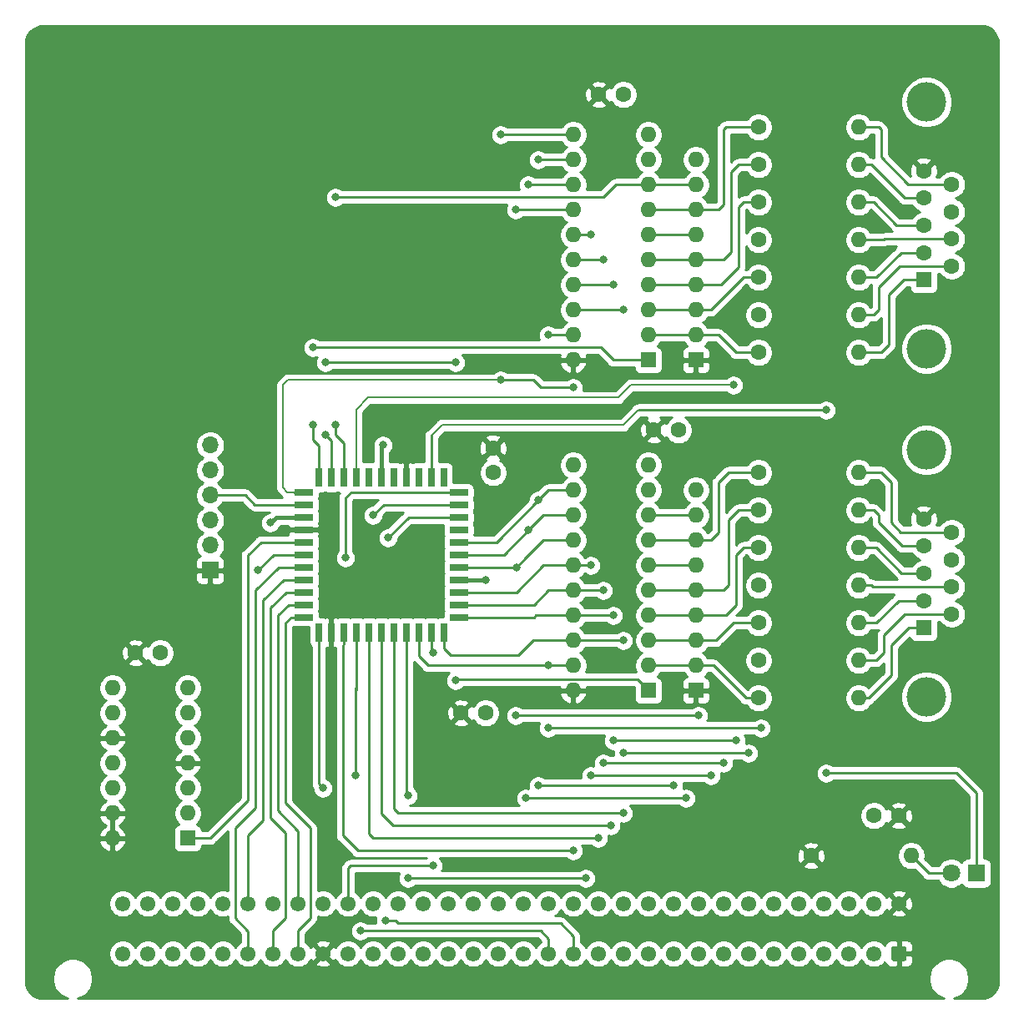
<source format=gtl>
G04 #@! TF.GenerationSoftware,KiCad,Pcbnew,(5.1.10)-1*
G04 #@! TF.CreationDate,2021-07-30T10:40:04+01:00*
G04 #@! TF.ProjectId,JoypadController,4a6f7970-6164-4436-9f6e-74726f6c6c65,rev?*
G04 #@! TF.SameCoordinates,Original*
G04 #@! TF.FileFunction,Copper,L1,Top*
G04 #@! TF.FilePolarity,Positive*
%FSLAX46Y46*%
G04 Gerber Fmt 4.6, Leading zero omitted, Abs format (unit mm)*
G04 Created by KiCad (PCBNEW (5.1.10)-1) date 2021-07-30 10:40:04*
%MOMM*%
%LPD*%
G01*
G04 APERTURE LIST*
G04 #@! TA.AperFunction,SMDPad,CuDef*
%ADD10R,1.925000X0.700000*%
G04 #@! TD*
G04 #@! TA.AperFunction,SMDPad,CuDef*
%ADD11R,0.700000X1.925000*%
G04 #@! TD*
G04 #@! TA.AperFunction,ComponentPad*
%ADD12O,1.600000X1.600000*%
G04 #@! TD*
G04 #@! TA.AperFunction,ComponentPad*
%ADD13R,1.600000X1.600000*%
G04 #@! TD*
G04 #@! TA.AperFunction,ComponentPad*
%ADD14C,1.600000*%
G04 #@! TD*
G04 #@! TA.AperFunction,ComponentPad*
%ADD15C,4.000000*%
G04 #@! TD*
G04 #@! TA.AperFunction,ComponentPad*
%ADD16O,1.700000X1.700000*%
G04 #@! TD*
G04 #@! TA.AperFunction,ComponentPad*
%ADD17R,1.700000X1.700000*%
G04 #@! TD*
G04 #@! TA.AperFunction,ComponentPad*
%ADD18C,1.550000*%
G04 #@! TD*
G04 #@! TA.AperFunction,ComponentPad*
%ADD19C,1.800000*%
G04 #@! TD*
G04 #@! TA.AperFunction,ComponentPad*
%ADD20R,1.800000X1.800000*%
G04 #@! TD*
G04 #@! TA.AperFunction,ViaPad*
%ADD21C,0.800000*%
G04 #@! TD*
G04 #@! TA.AperFunction,Conductor*
%ADD22C,0.400000*%
G04 #@! TD*
G04 #@! TA.AperFunction,Conductor*
%ADD23C,0.250000*%
G04 #@! TD*
G04 #@! TA.AperFunction,Conductor*
%ADD24C,0.210000*%
G04 #@! TD*
G04 #@! TA.AperFunction,Conductor*
%ADD25C,0.254000*%
G04 #@! TD*
G04 #@! TA.AperFunction,Conductor*
%ADD26C,0.100000*%
G04 #@! TD*
G04 APERTURE END LIST*
D10*
X128867500Y-110684000D03*
X128867500Y-109414000D03*
X128867500Y-108144000D03*
X128867500Y-106874000D03*
X128867500Y-105604000D03*
X128867500Y-104334000D03*
X128867500Y-103064000D03*
X128867500Y-101794000D03*
X128867500Y-100524000D03*
X128867500Y-99254000D03*
X128867500Y-97984000D03*
D11*
X130380000Y-96471500D03*
X131650000Y-96471500D03*
X132920000Y-96471500D03*
X134190000Y-96471500D03*
X135460000Y-96471500D03*
X136730000Y-96471500D03*
X138000000Y-96471500D03*
X139270000Y-96471500D03*
X140540000Y-96471500D03*
X141810000Y-96471500D03*
X143080000Y-96471500D03*
D10*
X144592500Y-97984000D03*
X144592500Y-99254000D03*
X144592500Y-100524000D03*
X144592500Y-101794000D03*
X144592500Y-103064000D03*
X144592500Y-104334000D03*
X144592500Y-105604000D03*
X144592500Y-106874000D03*
X144592500Y-108144000D03*
X144592500Y-109414000D03*
X144592500Y-110684000D03*
D11*
X130380000Y-112196500D03*
X131650000Y-112196500D03*
X132920000Y-112196500D03*
X134190000Y-112196500D03*
X135460000Y-112196500D03*
X143080000Y-112196500D03*
X141810000Y-112196500D03*
X140540000Y-112196500D03*
X139270000Y-112196500D03*
X138000000Y-112196500D03*
X136730000Y-112196500D03*
D12*
X109474000Y-133096000D03*
X117094000Y-117856000D03*
X109474000Y-130556000D03*
X117094000Y-120396000D03*
X109474000Y-128016000D03*
X117094000Y-122936000D03*
X109474000Y-125476000D03*
X117094000Y-125476000D03*
X109474000Y-122936000D03*
X117094000Y-128016000D03*
X109474000Y-120396000D03*
X117094000Y-130556000D03*
X109474000Y-117856000D03*
D13*
X117094000Y-133096000D03*
D12*
X156210000Y-118110000D03*
X163830000Y-95250000D03*
X156210000Y-115570000D03*
X163830000Y-97790000D03*
X156210000Y-113030000D03*
X163830000Y-100330000D03*
X156210000Y-110490000D03*
X163830000Y-102870000D03*
X156210000Y-107950000D03*
X163830000Y-105410000D03*
X156210000Y-105410000D03*
X163830000Y-107950000D03*
X156210000Y-102870000D03*
X163830000Y-110490000D03*
X156210000Y-100330000D03*
X163830000Y-113030000D03*
X156210000Y-97790000D03*
X163830000Y-115570000D03*
X156210000Y-95250000D03*
D13*
X163830000Y-118110000D03*
D12*
X156210000Y-84582000D03*
X163830000Y-61722000D03*
X156210000Y-82042000D03*
X163830000Y-64262000D03*
X156210000Y-79502000D03*
X163830000Y-66802000D03*
X156210000Y-76962000D03*
X163830000Y-69342000D03*
X156210000Y-74422000D03*
X163830000Y-71882000D03*
X156210000Y-71882000D03*
X163830000Y-74422000D03*
X156210000Y-69342000D03*
X163830000Y-76962000D03*
X156210000Y-66802000D03*
X163830000Y-79502000D03*
X156210000Y-64262000D03*
X163830000Y-82042000D03*
X156210000Y-61722000D03*
D13*
X163830000Y-84582000D03*
D12*
X168656000Y-97790000D03*
X168656000Y-100330000D03*
X168656000Y-102870000D03*
X168656000Y-105410000D03*
X168656000Y-107950000D03*
X168656000Y-110490000D03*
X168656000Y-113030000D03*
X168656000Y-115570000D03*
D13*
X168656000Y-118110000D03*
D12*
X168656000Y-64262000D03*
X168656000Y-66802000D03*
X168656000Y-69342000D03*
X168656000Y-71882000D03*
X168656000Y-74422000D03*
X168656000Y-76962000D03*
X168656000Y-79502000D03*
X168656000Y-82042000D03*
D13*
X168656000Y-84582000D03*
D12*
X190500000Y-134874000D03*
D14*
X180340000Y-134874000D03*
D12*
X185166000Y-118872000D03*
D14*
X175006000Y-118872000D03*
D12*
X185166000Y-115062000D03*
D14*
X175006000Y-115062000D03*
D12*
X185166000Y-111252000D03*
D14*
X175006000Y-111252000D03*
D12*
X185166000Y-107442000D03*
D14*
X175006000Y-107442000D03*
D12*
X185166000Y-103632000D03*
D14*
X175006000Y-103632000D03*
D12*
X185166000Y-99822000D03*
D14*
X175006000Y-99822000D03*
D12*
X185166000Y-96012000D03*
D14*
X175006000Y-96012000D03*
D12*
X185166000Y-83820000D03*
D14*
X175006000Y-83820000D03*
D12*
X185166000Y-80010000D03*
D14*
X175006000Y-80010000D03*
D12*
X185166000Y-76200000D03*
D14*
X175006000Y-76200000D03*
D12*
X185166000Y-72390000D03*
D14*
X175006000Y-72390000D03*
D12*
X185166000Y-68580000D03*
D14*
X175006000Y-68580000D03*
D12*
X185166000Y-64770000D03*
D14*
X175006000Y-64770000D03*
D12*
X185166000Y-60960000D03*
D14*
X175006000Y-60960000D03*
D15*
X192070000Y-93720000D03*
X192070000Y-118720000D03*
D14*
X194610000Y-102065000D03*
X194610000Y-104835000D03*
X194610000Y-107605000D03*
X194610000Y-110375000D03*
X191770000Y-100680000D03*
X191770000Y-103450000D03*
X191770000Y-106220000D03*
X191770000Y-108990000D03*
D13*
X191770000Y-111760000D03*
D15*
X192070000Y-58414000D03*
X192070000Y-83414000D03*
D14*
X194610000Y-66759000D03*
X194610000Y-69529000D03*
X194610000Y-72299000D03*
X194610000Y-75069000D03*
X191770000Y-65374000D03*
X191770000Y-68144000D03*
X191770000Y-70914000D03*
X191770000Y-73684000D03*
D13*
X191770000Y-76454000D03*
D16*
X119380000Y-93218000D03*
X119380000Y-95758000D03*
X119380000Y-98298000D03*
X119380000Y-100838000D03*
X119380000Y-103378000D03*
D17*
X119380000Y-105918000D03*
D18*
X110508000Y-139720000D03*
X113048000Y-139720000D03*
X115588000Y-139720000D03*
X118128000Y-139720000D03*
X120668000Y-139720000D03*
X123208000Y-139720000D03*
X125748000Y-139720000D03*
X128288000Y-139720000D03*
X130828000Y-139720000D03*
X133368000Y-139720000D03*
X135908000Y-139720000D03*
X138448000Y-139720000D03*
X140988000Y-139720000D03*
X143528000Y-139720000D03*
X146068000Y-139720000D03*
X148608000Y-139720000D03*
X151148000Y-139720000D03*
X153688000Y-139720000D03*
X156228000Y-139720000D03*
X158768000Y-139720000D03*
X161308000Y-139720000D03*
X163848000Y-139720000D03*
X166388000Y-139720000D03*
X168928000Y-139720000D03*
X171468000Y-139720000D03*
X174008000Y-139720000D03*
X176548000Y-139720000D03*
X179088000Y-139720000D03*
X181628000Y-139720000D03*
X184168000Y-139720000D03*
X186708000Y-139720000D03*
X189248000Y-139720000D03*
X110508000Y-144800000D03*
X113048000Y-144800000D03*
X115588000Y-144800000D03*
X118128000Y-144800000D03*
X120668000Y-144800000D03*
X123208000Y-144800000D03*
X125748000Y-144800000D03*
X128288000Y-144800000D03*
X130828000Y-144800000D03*
X133368000Y-144800000D03*
X135908000Y-144800000D03*
X138448000Y-144800000D03*
X140988000Y-144800000D03*
X143528000Y-144800000D03*
X146068000Y-144800000D03*
X148608000Y-144800000D03*
X151148000Y-144800000D03*
X153688000Y-144800000D03*
X156228000Y-144800000D03*
X158768000Y-144800000D03*
X161308000Y-144800000D03*
X163848000Y-144800000D03*
X166388000Y-144800000D03*
X168928000Y-144800000D03*
X171468000Y-144800000D03*
X174008000Y-144800000D03*
X176548000Y-144800000D03*
X179088000Y-144800000D03*
X181628000Y-144800000D03*
X184168000Y-144800000D03*
X186708000Y-144800000D03*
G04 #@! TA.AperFunction,ComponentPad*
G36*
G01*
X190023000Y-144274998D02*
X190023000Y-145325002D01*
G75*
G02*
X189773002Y-145575000I-249998J0D01*
G01*
X188722998Y-145575000D01*
G75*
G02*
X188473000Y-145325002I0J249998D01*
G01*
X188473000Y-144274998D01*
G75*
G02*
X188722998Y-144025000I249998J0D01*
G01*
X189773002Y-144025000D01*
G75*
G02*
X190023000Y-144274998I0J-249998D01*
G01*
G37*
G04 #@! TD.AperFunction*
D19*
X194564000Y-136652000D03*
D20*
X197104000Y-136652000D03*
D14*
X166878000Y-91694000D03*
X164378000Y-91694000D03*
X114300000Y-114300000D03*
X111800000Y-114300000D03*
X161290000Y-57658000D03*
X158790000Y-57658000D03*
X148082000Y-96012000D03*
X148082000Y-93512000D03*
X147320000Y-120396000D03*
X144820000Y-120396000D03*
X186730000Y-130810000D03*
X189230000Y-130810000D03*
D21*
X147320000Y-106934000D03*
X125476000Y-101092000D03*
X136906000Y-93218000D03*
X181864000Y-126492000D03*
X181864000Y-89662004D03*
X124206000Y-105918000D03*
X141986000Y-114300000D03*
X141986000Y-135890000D03*
X156210000Y-134366000D03*
X158750000Y-133096000D03*
X161290000Y-130556000D03*
X166370000Y-127762000D03*
X152654000Y-98806000D03*
X152654000Y-64262000D03*
X152654000Y-127762000D03*
X150368000Y-120650000D03*
X168910000Y-120650000D03*
X150428000Y-105604000D03*
X150368000Y-69342000D03*
X159258000Y-74422000D03*
X159258000Y-107950000D03*
X159258000Y-125476000D03*
X171450000Y-125476000D03*
X161290000Y-79502000D03*
X161290000Y-113030000D03*
X173990000Y-124460000D03*
X161289998Y-124460000D03*
X134620000Y-142494000D03*
X130810000Y-128016000D03*
X137160000Y-141478000D03*
X134112000Y-126746000D03*
X139446000Y-128778000D03*
X139446000Y-137160000D03*
X157480000Y-137160000D03*
X160020000Y-131826000D03*
X151384000Y-129032000D03*
X167640000Y-129032000D03*
X151638000Y-101854000D03*
X151638000Y-66802000D03*
X157988000Y-105410000D03*
X157988000Y-71882000D03*
X157988000Y-126746000D03*
X170180000Y-126746000D03*
X160274000Y-110490000D03*
X160274000Y-76962000D03*
X160274004Y-123190000D03*
X172719994Y-123190000D03*
X153670000Y-121919996D03*
X153670000Y-115570000D03*
X175260000Y-121920000D03*
X153670000Y-82042000D03*
X135890000Y-100330006D03*
X137414000Y-102616000D03*
X133096000Y-104648000D03*
X132080000Y-68072000D03*
X132080000Y-91186000D03*
X172466000Y-87122000D03*
X148844000Y-61722000D03*
X148844000Y-86613998D03*
X156210000Y-87376000D03*
X129794000Y-91186000D03*
X129794000Y-83312000D03*
X144272000Y-117094000D03*
X131064000Y-92202000D03*
X144272000Y-84836000D03*
X131064000Y-84836008D03*
D22*
X147260000Y-106874000D02*
X147320000Y-106934000D01*
X144592500Y-106874000D02*
X147260000Y-106874000D01*
X126044000Y-100524000D02*
X125476000Y-101092000D01*
X128867500Y-100524000D02*
X126044000Y-100524000D01*
X136730000Y-93394000D02*
X136906000Y-93218000D01*
X136730000Y-96471500D02*
X136730000Y-93394000D01*
D23*
X190500000Y-134874000D02*
X192278000Y-136652000D01*
X192278000Y-136652000D02*
X194564000Y-136652000D01*
X181864000Y-126492000D02*
X195072000Y-126492000D01*
X197104000Y-128524000D02*
X197104000Y-136652000D01*
X195072000Y-126492000D02*
X197104000Y-128524000D01*
X141810000Y-96471500D02*
X141810000Y-92280000D01*
D24*
X142904000Y-91186000D02*
X141810000Y-92280000D01*
X161290000Y-91186000D02*
X142904000Y-91186000D01*
X162052000Y-90424000D02*
X162813996Y-89662004D01*
D23*
X162813996Y-89662004D02*
X181864000Y-89662004D01*
D24*
X162052000Y-90424000D02*
X161290000Y-91186000D01*
D23*
X123190000Y-129286000D02*
X119380000Y-133096000D01*
X123190000Y-104394000D02*
X123190000Y-129286000D01*
X124520000Y-103064000D02*
X123190000Y-104394000D01*
X119380000Y-133096000D02*
X117094000Y-133096000D01*
X128867500Y-103064000D02*
X124520000Y-103064000D01*
X128867500Y-106874000D02*
X126806000Y-106874000D01*
X126806000Y-106874000D02*
X124714000Y-108966000D01*
X124714000Y-108966000D02*
X124714000Y-131318000D01*
X123208000Y-132824000D02*
X123208000Y-139720000D01*
X124714000Y-131318000D02*
X123208000Y-132824000D01*
X125790000Y-104334000D02*
X124206000Y-105918000D01*
X128867500Y-104334000D02*
X125790000Y-104334000D01*
X127314000Y-109414000D02*
X128867500Y-109414000D01*
X126238000Y-110490000D02*
X127314000Y-109414000D01*
X126238000Y-130302000D02*
X126238000Y-110490000D01*
X128288000Y-132352000D02*
X126238000Y-130302000D01*
X128288000Y-139720000D02*
X128288000Y-132352000D01*
X141810000Y-114124000D02*
X141986000Y-114300000D01*
X141810000Y-112196500D02*
X141810000Y-114124000D01*
X141986000Y-135890000D02*
X133604000Y-135890000D01*
X133368000Y-136126000D02*
X133368000Y-139720000D01*
X133604000Y-135890000D02*
X133368000Y-136126000D01*
X132920000Y-113409000D02*
X132842000Y-113487000D01*
X132920000Y-112196500D02*
X132920000Y-113409000D01*
X132842000Y-113487000D02*
X132842000Y-132842000D01*
X132842000Y-132842000D02*
X134366000Y-134366000D01*
X134366000Y-134366000D02*
X156210000Y-134366000D01*
X135460000Y-112196500D02*
X135460000Y-132666000D01*
X135460000Y-132666000D02*
X135890000Y-133096000D01*
X135890000Y-133096000D02*
X158750000Y-133096000D01*
X138000000Y-112196500D02*
X138000000Y-130126000D01*
X138000000Y-130126000D02*
X138430000Y-130556000D01*
X138430000Y-130556000D02*
X161290000Y-130556000D01*
X144592500Y-103064000D02*
X148396000Y-103064000D01*
X156210000Y-97790000D02*
X154432000Y-97790000D01*
X153670000Y-97790000D02*
X154432000Y-97790000D01*
X152654000Y-98806000D02*
X153670000Y-97790000D01*
X148396000Y-103064000D02*
X152654000Y-98806000D01*
X152654000Y-64262000D02*
X154940000Y-64262000D01*
X154940000Y-64262000D02*
X156210000Y-64262000D01*
X166370000Y-127762000D02*
X152654000Y-127762000D01*
X144592500Y-105604000D02*
X150428000Y-105604000D01*
X153162000Y-102870000D02*
X156210000Y-102870000D01*
X151384000Y-104648000D02*
X153162000Y-102870000D01*
X150428000Y-105604000D02*
X151384000Y-104648000D01*
X150368000Y-120650000D02*
X168910000Y-120650000D01*
X150368000Y-69342000D02*
X152146000Y-69342000D01*
X156210000Y-69342000D02*
X152146000Y-69342000D01*
X144592500Y-109414000D02*
X152206000Y-109414000D01*
X153670000Y-107950000D02*
X156210000Y-107950000D01*
X152206000Y-109414000D02*
X153670000Y-107950000D01*
X156210000Y-74422000D02*
X159258000Y-74422000D01*
X159258000Y-107950000D02*
X156210000Y-107950000D01*
X159258000Y-125476000D02*
X171450000Y-125476000D01*
X143080000Y-112196500D02*
X143080000Y-113870000D01*
X143080000Y-113870000D02*
X143764000Y-114554000D01*
X143764000Y-114554000D02*
X150622000Y-114554000D01*
X152146000Y-113030000D02*
X156210000Y-113030000D01*
X150622000Y-114554000D02*
X152146000Y-113030000D01*
X156210000Y-79502000D02*
X161290000Y-79502000D01*
X161290000Y-113030000D02*
X156210000Y-113030000D01*
X161289998Y-124460000D02*
X173990000Y-124460000D01*
X123208000Y-142512000D02*
X123208000Y-144800000D01*
X121920000Y-141224000D02*
X123208000Y-142512000D01*
X121920000Y-132080000D02*
X121920000Y-141224000D01*
X123952000Y-130048000D02*
X121920000Y-132080000D01*
X123952000Y-107950000D02*
X123952000Y-130048000D01*
X126298000Y-105604000D02*
X123952000Y-107950000D01*
X128867500Y-105604000D02*
X126298000Y-105604000D01*
X125748000Y-142476000D02*
X125748000Y-144800000D01*
X127000000Y-141224000D02*
X125748000Y-142476000D01*
X127000000Y-132588000D02*
X127000000Y-141224000D01*
X125476000Y-131064000D02*
X127000000Y-132588000D01*
X125476000Y-109728000D02*
X125476000Y-131064000D01*
X127060000Y-108144000D02*
X125476000Y-109728000D01*
X128867500Y-108144000D02*
X127060000Y-108144000D01*
X128288000Y-142476000D02*
X128288000Y-144800000D01*
X129540000Y-141224000D02*
X128288000Y-142476000D01*
X127000000Y-129540000D02*
X129540000Y-132080000D01*
X129540000Y-132080000D02*
X129540000Y-141224000D01*
X127000000Y-111252000D02*
X127000000Y-129540000D01*
X127568000Y-110684000D02*
X127000000Y-111252000D01*
X128867500Y-110684000D02*
X127568000Y-110684000D01*
X153688000Y-144800000D02*
X153688000Y-143274000D01*
X152908000Y-142494000D02*
X134620000Y-142494000D01*
X153688000Y-143274000D02*
X152908000Y-142494000D01*
X130380000Y-127586000D02*
X130380000Y-112196500D01*
X130810000Y-128016000D02*
X130380000Y-127586000D01*
X156228000Y-144800000D02*
X156228000Y-143020000D01*
X156228000Y-143020000D02*
X154940000Y-141732000D01*
X154940000Y-141732000D02*
X138430000Y-141732000D01*
X138176000Y-141478000D02*
X137160000Y-141478000D01*
X138430000Y-141732000D02*
X138176000Y-141478000D01*
X134190000Y-118032000D02*
X134112000Y-118110000D01*
X134190000Y-112196500D02*
X134190000Y-118032000D01*
X134112000Y-118110000D02*
X134112000Y-117856000D01*
X134112000Y-126746000D02*
X134112000Y-118110000D01*
X139270000Y-128602000D02*
X139446000Y-128778000D01*
X139270000Y-112196500D02*
X139270000Y-128602000D01*
X139446000Y-137160000D02*
X157480000Y-137160000D01*
X136730000Y-112196500D02*
X136730000Y-130634000D01*
X136730000Y-130634000D02*
X137922000Y-131826000D01*
X137922000Y-131826000D02*
X160020000Y-131826000D01*
X144592500Y-104334000D02*
X149158000Y-104334000D01*
X153162000Y-100330000D02*
X156210000Y-100330000D01*
X152908000Y-100584000D02*
X153162000Y-100330000D01*
X151384000Y-129032000D02*
X167640000Y-129032000D01*
X151638000Y-101854000D02*
X152908000Y-100584000D01*
X149158000Y-104334000D02*
X151638000Y-101854000D01*
X151638000Y-66802000D02*
X153670000Y-66802000D01*
X156210000Y-66802000D02*
X153670000Y-66802000D01*
X144592500Y-108144000D02*
X150428000Y-108144000D01*
X153162000Y-105410000D02*
X156210000Y-105410000D01*
X150428000Y-108144000D02*
X153162000Y-105410000D01*
X156210000Y-105410000D02*
X157988000Y-105410000D01*
X157988000Y-71882000D02*
X156210000Y-71882000D01*
X157988000Y-126746000D02*
X170180000Y-126746000D01*
X144592500Y-110684000D02*
X152206000Y-110684000D01*
X152400000Y-110490000D02*
X156210000Y-110490000D01*
X152206000Y-110684000D02*
X152400000Y-110490000D01*
X156210000Y-110490000D02*
X160274000Y-110490000D01*
X160274000Y-76962000D02*
X156210000Y-76962000D01*
X160274004Y-123190000D02*
X172719994Y-123190000D01*
X141478000Y-115570000D02*
X152654000Y-115570000D01*
X140540000Y-114632000D02*
X141478000Y-115570000D01*
X140540000Y-112196500D02*
X140540000Y-114632000D01*
X153670000Y-115570000D02*
X156210000Y-115570000D01*
X152654000Y-115570000D02*
X153670000Y-115570000D01*
X175259996Y-121919996D02*
X175260000Y-121920000D01*
X153670000Y-121919996D02*
X175259996Y-121919996D01*
X153670000Y-82042000D02*
X156210000Y-82042000D01*
X144592500Y-99254000D02*
X136966006Y-99254000D01*
X136966006Y-99254000D02*
X135890000Y-100330006D01*
X128867500Y-99254000D02*
X123892000Y-99254000D01*
X122936000Y-98298000D02*
X119380000Y-98298000D01*
X123892000Y-99254000D02*
X122936000Y-98298000D01*
X144592500Y-100524000D02*
X139506000Y-100524000D01*
X139506000Y-100524000D02*
X137414000Y-102616000D01*
X144592500Y-97984000D02*
X133664000Y-97984000D01*
X133664000Y-97984000D02*
X133096000Y-98552000D01*
X133096000Y-98552000D02*
X133096000Y-104648000D01*
X185928000Y-60960000D02*
X185166000Y-60960000D01*
X194610000Y-66759000D02*
X190203000Y-66759000D01*
X190203000Y-66759000D02*
X187452000Y-64008000D01*
X187452000Y-64008000D02*
X187452000Y-61214000D01*
X187198000Y-60960000D02*
X185166000Y-60960000D01*
X187452000Y-61214000D02*
X187198000Y-60960000D01*
X194610000Y-72299000D02*
X187797000Y-72299000D01*
X187706000Y-72390000D02*
X185166000Y-72390000D01*
X187797000Y-72299000D02*
X187706000Y-72390000D01*
X194610000Y-75069000D02*
X189345000Y-75069000D01*
X189345000Y-75069000D02*
X187198000Y-77216000D01*
X187198000Y-77216000D02*
X187198000Y-79502000D01*
X186690000Y-80010000D02*
X185166000Y-80010000D01*
X187198000Y-79502000D02*
X186690000Y-80010000D01*
X191770000Y-68144000D02*
X189810000Y-68144000D01*
X186436000Y-64770000D02*
X185166000Y-64770000D01*
X189810000Y-68144000D02*
X186436000Y-64770000D01*
X191770000Y-70914000D02*
X189024000Y-70914000D01*
X186690000Y-68580000D02*
X185166000Y-68580000D01*
X189024000Y-70914000D02*
X186690000Y-68580000D01*
X191770000Y-73684000D02*
X189460000Y-73684000D01*
X186944000Y-76200000D02*
X185166000Y-76200000D01*
X189460000Y-73684000D02*
X186944000Y-76200000D01*
X191770000Y-76454000D02*
X189738000Y-76454000D01*
X189738000Y-76454000D02*
X188214000Y-77978000D01*
X188214000Y-77978000D02*
X188214000Y-83058000D01*
X187452000Y-83820000D02*
X185166000Y-83820000D01*
X188214000Y-83058000D02*
X187452000Y-83820000D01*
X188468000Y-101092000D02*
X188468000Y-97028000D01*
X187452000Y-96012000D02*
X185166000Y-96012000D01*
X189441000Y-102065000D02*
X188468000Y-101092000D01*
X188468000Y-97028000D02*
X187452000Y-96012000D01*
X194610000Y-102065000D02*
X189441000Y-102065000D01*
X194610000Y-107605000D02*
X186599000Y-107605000D01*
X186436000Y-107442000D02*
X185166000Y-107442000D01*
X186599000Y-107605000D02*
X186436000Y-107442000D01*
X194610000Y-110375000D02*
X189853000Y-110375000D01*
X189853000Y-110375000D02*
X187706000Y-112522000D01*
X187706000Y-112522000D02*
X187706000Y-114300000D01*
X186944000Y-115062000D02*
X185166000Y-115062000D01*
X187706000Y-114300000D02*
X186944000Y-115062000D01*
X191770000Y-103450000D02*
X189556000Y-103450000D01*
X189556000Y-103450000D02*
X187198000Y-101092000D01*
X187198000Y-101092000D02*
X187198000Y-100330000D01*
X186690000Y-99822000D02*
X185166000Y-99822000D01*
X187198000Y-100330000D02*
X186690000Y-99822000D01*
X191770000Y-106220000D02*
X189532000Y-106220000D01*
X186944000Y-103632000D02*
X185166000Y-103632000D01*
X189532000Y-106220000D02*
X186944000Y-103632000D01*
X191770000Y-108990000D02*
X189206000Y-108990000D01*
X186944000Y-111252000D02*
X185166000Y-111252000D01*
X189206000Y-108990000D02*
X186944000Y-111252000D01*
X186182000Y-118872000D02*
X185166000Y-118872000D01*
X188468000Y-116586000D02*
X186182000Y-118872000D01*
X188468000Y-113538000D02*
X188468000Y-116586000D01*
X190246000Y-111760000D02*
X188468000Y-113538000D01*
X191770000Y-111760000D02*
X190246000Y-111760000D01*
X168656000Y-74422000D02*
X163830000Y-74422000D01*
X168656000Y-74422000D02*
X171450000Y-74422000D01*
X171450000Y-74422000D02*
X172212000Y-73660000D01*
X172212000Y-73660000D02*
X172212000Y-65532000D01*
X172974000Y-64770000D02*
X175006000Y-64770000D01*
X172212000Y-65532000D02*
X172974000Y-64770000D01*
X168656000Y-76962000D02*
X163830000Y-76962000D01*
X168656000Y-76962000D02*
X171196000Y-76962000D01*
X171196000Y-76962000D02*
X172974000Y-75184000D01*
X172974000Y-75184000D02*
X172974000Y-69088000D01*
X173482000Y-68580000D02*
X175006000Y-68580000D01*
X172974000Y-69088000D02*
X173482000Y-68580000D01*
X163830000Y-79502000D02*
X168656000Y-79502000D01*
X168656000Y-79502000D02*
X170180000Y-79502000D01*
X173482000Y-76200000D02*
X175006000Y-76200000D01*
X170180000Y-79502000D02*
X173482000Y-76200000D01*
X163830000Y-66802000D02*
X168656000Y-66802000D01*
X163830000Y-66802000D02*
X160528000Y-66802000D01*
X160528000Y-66802000D02*
X159258000Y-68072000D01*
X159258000Y-68072000D02*
X132080000Y-68072000D01*
X132080000Y-91186000D02*
X132080000Y-92202000D01*
X132920000Y-93042000D02*
X132920000Y-96471500D01*
X132080000Y-92202000D02*
X132920000Y-93042000D01*
X168656000Y-82042000D02*
X163830000Y-82042000D01*
X168656000Y-82042000D02*
X170942000Y-82042000D01*
X172720000Y-83820000D02*
X175006000Y-83820000D01*
X170942000Y-82042000D02*
X172720000Y-83820000D01*
X168656000Y-102870000D02*
X163830000Y-102870000D01*
X168656000Y-102870000D02*
X170180000Y-102870000D01*
X170180000Y-102870000D02*
X170942000Y-102108000D01*
X170942000Y-102108000D02*
X170942000Y-97028000D01*
X171958000Y-96012000D02*
X175006000Y-96012000D01*
X170942000Y-97028000D02*
X171958000Y-96012000D01*
X168656000Y-107950000D02*
X163830000Y-107950000D01*
X168656000Y-107950000D02*
X171450000Y-107950000D01*
X171450000Y-107950000D02*
X171958000Y-107442000D01*
X171958000Y-107442000D02*
X171958000Y-100838000D01*
X172974000Y-99822000D02*
X175006000Y-99822000D01*
X171958000Y-100838000D02*
X172974000Y-99822000D01*
X168656000Y-113030000D02*
X163830000Y-113030000D01*
X168656000Y-113030000D02*
X170688000Y-113030000D01*
X172466000Y-111252000D02*
X175006000Y-111252000D01*
X170688000Y-113030000D02*
X172466000Y-111252000D01*
X163830000Y-115570000D02*
X168656000Y-115570000D01*
X175006000Y-118872000D02*
X173736000Y-118872000D01*
X170434000Y-115570000D02*
X168656000Y-115570000D01*
X173736000Y-118872000D02*
X170434000Y-115570000D01*
X163830000Y-100330000D02*
X168656000Y-100330000D01*
D24*
X134190000Y-89584000D02*
X134190000Y-96471500D01*
X135382000Y-88392000D02*
X134190000Y-89584000D01*
X160782000Y-88392000D02*
X135382000Y-88392000D01*
X162052000Y-87122000D02*
X160782000Y-88392000D01*
X172466000Y-87122000D02*
X162052000Y-87122000D01*
D23*
X148844000Y-61722000D02*
X156210000Y-61722000D01*
D24*
X127194000Y-97984000D02*
X126746000Y-97536000D01*
X127822000Y-97984000D02*
X127194000Y-97984000D01*
D23*
X128867500Y-97984000D02*
X127822000Y-97984000D01*
D24*
X148844000Y-86613998D02*
X127254002Y-86613998D01*
X127254002Y-86613998D02*
X126746000Y-87122000D01*
X126746000Y-87122000D02*
X126746000Y-89662000D01*
X126746000Y-97536000D02*
X126746000Y-89662000D01*
D23*
X152908000Y-87376000D02*
X156210000Y-87376000D01*
X152145998Y-86613998D02*
X152908000Y-87376000D01*
X148844000Y-86613998D02*
X152145998Y-86613998D01*
X130380000Y-96471500D02*
X130380000Y-93296000D01*
X129794000Y-92710000D02*
X129794000Y-91186000D01*
X130380000Y-93296000D02*
X129794000Y-92710000D01*
X129794000Y-83312000D02*
X159004000Y-83312000D01*
X160274000Y-84582000D02*
X163830000Y-84582000D01*
X159004000Y-83312000D02*
X160274000Y-84582000D01*
X144381001Y-116984999D02*
X144272000Y-117094000D01*
X162704999Y-116984999D02*
X144381001Y-116984999D01*
X163830000Y-118110000D02*
X162704999Y-116984999D01*
X131650000Y-92788000D02*
X131318000Y-92456000D01*
X131650000Y-96471500D02*
X131650000Y-92788000D01*
X131318000Y-92456000D02*
X131572000Y-92710000D01*
X131064000Y-92202000D02*
X131318000Y-92456000D01*
X144272000Y-84836000D02*
X131064008Y-84836000D01*
X131064008Y-84836000D02*
X131064000Y-84836008D01*
X168656000Y-69342000D02*
X163830000Y-69342000D01*
X168656000Y-69342000D02*
X170942000Y-69342000D01*
X170942000Y-69342000D02*
X171450000Y-68834000D01*
X171450000Y-68834000D02*
X171450000Y-61214000D01*
X171704000Y-60960000D02*
X175006000Y-60960000D01*
X171450000Y-61214000D02*
X171704000Y-60960000D01*
X163830000Y-71882000D02*
X168656000Y-71882000D01*
X163830000Y-110490000D02*
X168656000Y-110490000D01*
X168656000Y-110490000D02*
X171704000Y-110490000D01*
X171704000Y-110490000D02*
X172720000Y-109474000D01*
X172720000Y-109474000D02*
X172720000Y-104394000D01*
X173482000Y-103632000D02*
X175006000Y-103632000D01*
X172720000Y-104394000D02*
X173482000Y-103632000D01*
X163830000Y-105410000D02*
X168656000Y-105410000D01*
D25*
X197856775Y-50698147D02*
X198199967Y-50801763D01*
X198516489Y-50970062D01*
X198794299Y-51196637D01*
X199022806Y-51472856D01*
X199193310Y-51788197D01*
X199299319Y-52130656D01*
X199340001Y-52517722D01*
X199340000Y-147467721D01*
X199301853Y-147856776D01*
X199198238Y-148199964D01*
X199029939Y-148516489D01*
X198803365Y-148794296D01*
X198527146Y-149022805D01*
X198211803Y-149193310D01*
X197869344Y-149299319D01*
X197482288Y-149340000D01*
X194832531Y-149340000D01*
X194928880Y-149320835D01*
X195303776Y-149165548D01*
X195641173Y-148940106D01*
X195928106Y-148653173D01*
X196153548Y-148315776D01*
X196308835Y-147940880D01*
X196388000Y-147542892D01*
X196388000Y-147137108D01*
X196308835Y-146739120D01*
X196153548Y-146364224D01*
X195928106Y-146026827D01*
X195641173Y-145739894D01*
X195303776Y-145514452D01*
X194928880Y-145359165D01*
X194530892Y-145280000D01*
X194125108Y-145280000D01*
X193727120Y-145359165D01*
X193352224Y-145514452D01*
X193014827Y-145739894D01*
X192727894Y-146026827D01*
X192502452Y-146364224D01*
X192347165Y-146739120D01*
X192268000Y-147137108D01*
X192268000Y-147542892D01*
X192347165Y-147940880D01*
X192502452Y-148315776D01*
X192727894Y-148653173D01*
X193014827Y-148940106D01*
X193352224Y-149165548D01*
X193727120Y-149320835D01*
X193823469Y-149340000D01*
X105932531Y-149340000D01*
X106028880Y-149320835D01*
X106403776Y-149165548D01*
X106741173Y-148940106D01*
X107028106Y-148653173D01*
X107253548Y-148315776D01*
X107408835Y-147940880D01*
X107488000Y-147542892D01*
X107488000Y-147137108D01*
X107408835Y-146739120D01*
X107253548Y-146364224D01*
X107028106Y-146026827D01*
X106741173Y-145739894D01*
X106403776Y-145514452D01*
X106028880Y-145359165D01*
X105630892Y-145280000D01*
X105225108Y-145280000D01*
X104827120Y-145359165D01*
X104452224Y-145514452D01*
X104114827Y-145739894D01*
X103827894Y-146026827D01*
X103602452Y-146364224D01*
X103447165Y-146739120D01*
X103368000Y-147137108D01*
X103368000Y-147542892D01*
X103447165Y-147940880D01*
X103602452Y-148315776D01*
X103827894Y-148653173D01*
X104114827Y-148940106D01*
X104452224Y-149165548D01*
X104827120Y-149320835D01*
X104923469Y-149340000D01*
X102532279Y-149340000D01*
X102143224Y-149301853D01*
X101800036Y-149198238D01*
X101483511Y-149029939D01*
X101205704Y-148803365D01*
X100977195Y-148527146D01*
X100806690Y-148211803D01*
X100700681Y-147869344D01*
X100660000Y-147482288D01*
X100660000Y-139581127D01*
X109098000Y-139581127D01*
X109098000Y-139858873D01*
X109152186Y-140131282D01*
X109258475Y-140387885D01*
X109412782Y-140618822D01*
X109609178Y-140815218D01*
X109840115Y-140969525D01*
X110096718Y-141075814D01*
X110369127Y-141130000D01*
X110646873Y-141130000D01*
X110919282Y-141075814D01*
X111175885Y-140969525D01*
X111406822Y-140815218D01*
X111603218Y-140618822D01*
X111757525Y-140387885D01*
X111778000Y-140338454D01*
X111798475Y-140387885D01*
X111952782Y-140618822D01*
X112149178Y-140815218D01*
X112380115Y-140969525D01*
X112636718Y-141075814D01*
X112909127Y-141130000D01*
X113186873Y-141130000D01*
X113459282Y-141075814D01*
X113715885Y-140969525D01*
X113946822Y-140815218D01*
X114143218Y-140618822D01*
X114297525Y-140387885D01*
X114318000Y-140338454D01*
X114338475Y-140387885D01*
X114492782Y-140618822D01*
X114689178Y-140815218D01*
X114920115Y-140969525D01*
X115176718Y-141075814D01*
X115449127Y-141130000D01*
X115726873Y-141130000D01*
X115999282Y-141075814D01*
X116255885Y-140969525D01*
X116486822Y-140815218D01*
X116683218Y-140618822D01*
X116837525Y-140387885D01*
X116858000Y-140338454D01*
X116878475Y-140387885D01*
X117032782Y-140618822D01*
X117229178Y-140815218D01*
X117460115Y-140969525D01*
X117716718Y-141075814D01*
X117989127Y-141130000D01*
X118266873Y-141130000D01*
X118539282Y-141075814D01*
X118795885Y-140969525D01*
X119026822Y-140815218D01*
X119223218Y-140618822D01*
X119377525Y-140387885D01*
X119398000Y-140338454D01*
X119418475Y-140387885D01*
X119572782Y-140618822D01*
X119769178Y-140815218D01*
X120000115Y-140969525D01*
X120256718Y-141075814D01*
X120529127Y-141130000D01*
X120806873Y-141130000D01*
X121079282Y-141075814D01*
X121160001Y-141042379D01*
X121160001Y-141186668D01*
X121156324Y-141224000D01*
X121160001Y-141261333D01*
X121170998Y-141372986D01*
X121171931Y-141376061D01*
X121214454Y-141516246D01*
X121285026Y-141648276D01*
X121353737Y-141732000D01*
X121380000Y-141764001D01*
X121408998Y-141787799D01*
X122448000Y-142826802D01*
X122448000Y-143612024D01*
X122309178Y-143704782D01*
X122112782Y-143901178D01*
X121958475Y-144132115D01*
X121938000Y-144181546D01*
X121917525Y-144132115D01*
X121763218Y-143901178D01*
X121566822Y-143704782D01*
X121335885Y-143550475D01*
X121079282Y-143444186D01*
X120806873Y-143390000D01*
X120529127Y-143390000D01*
X120256718Y-143444186D01*
X120000115Y-143550475D01*
X119769178Y-143704782D01*
X119572782Y-143901178D01*
X119418475Y-144132115D01*
X119398000Y-144181546D01*
X119377525Y-144132115D01*
X119223218Y-143901178D01*
X119026822Y-143704782D01*
X118795885Y-143550475D01*
X118539282Y-143444186D01*
X118266873Y-143390000D01*
X117989127Y-143390000D01*
X117716718Y-143444186D01*
X117460115Y-143550475D01*
X117229178Y-143704782D01*
X117032782Y-143901178D01*
X116878475Y-144132115D01*
X116858000Y-144181546D01*
X116837525Y-144132115D01*
X116683218Y-143901178D01*
X116486822Y-143704782D01*
X116255885Y-143550475D01*
X115999282Y-143444186D01*
X115726873Y-143390000D01*
X115449127Y-143390000D01*
X115176718Y-143444186D01*
X114920115Y-143550475D01*
X114689178Y-143704782D01*
X114492782Y-143901178D01*
X114338475Y-144132115D01*
X114318000Y-144181546D01*
X114297525Y-144132115D01*
X114143218Y-143901178D01*
X113946822Y-143704782D01*
X113715885Y-143550475D01*
X113459282Y-143444186D01*
X113186873Y-143390000D01*
X112909127Y-143390000D01*
X112636718Y-143444186D01*
X112380115Y-143550475D01*
X112149178Y-143704782D01*
X111952782Y-143901178D01*
X111798475Y-144132115D01*
X111778000Y-144181546D01*
X111757525Y-144132115D01*
X111603218Y-143901178D01*
X111406822Y-143704782D01*
X111175885Y-143550475D01*
X110919282Y-143444186D01*
X110646873Y-143390000D01*
X110369127Y-143390000D01*
X110096718Y-143444186D01*
X109840115Y-143550475D01*
X109609178Y-143704782D01*
X109412782Y-143901178D01*
X109258475Y-144132115D01*
X109152186Y-144388718D01*
X109098000Y-144661127D01*
X109098000Y-144938873D01*
X109152186Y-145211282D01*
X109258475Y-145467885D01*
X109412782Y-145698822D01*
X109609178Y-145895218D01*
X109840115Y-146049525D01*
X110096718Y-146155814D01*
X110369127Y-146210000D01*
X110646873Y-146210000D01*
X110919282Y-146155814D01*
X111175885Y-146049525D01*
X111406822Y-145895218D01*
X111603218Y-145698822D01*
X111757525Y-145467885D01*
X111778000Y-145418454D01*
X111798475Y-145467885D01*
X111952782Y-145698822D01*
X112149178Y-145895218D01*
X112380115Y-146049525D01*
X112636718Y-146155814D01*
X112909127Y-146210000D01*
X113186873Y-146210000D01*
X113459282Y-146155814D01*
X113715885Y-146049525D01*
X113946822Y-145895218D01*
X114143218Y-145698822D01*
X114297525Y-145467885D01*
X114318000Y-145418454D01*
X114338475Y-145467885D01*
X114492782Y-145698822D01*
X114689178Y-145895218D01*
X114920115Y-146049525D01*
X115176718Y-146155814D01*
X115449127Y-146210000D01*
X115726873Y-146210000D01*
X115999282Y-146155814D01*
X116255885Y-146049525D01*
X116486822Y-145895218D01*
X116683218Y-145698822D01*
X116837525Y-145467885D01*
X116858000Y-145418454D01*
X116878475Y-145467885D01*
X117032782Y-145698822D01*
X117229178Y-145895218D01*
X117460115Y-146049525D01*
X117716718Y-146155814D01*
X117989127Y-146210000D01*
X118266873Y-146210000D01*
X118539282Y-146155814D01*
X118795885Y-146049525D01*
X119026822Y-145895218D01*
X119223218Y-145698822D01*
X119377525Y-145467885D01*
X119398000Y-145418454D01*
X119418475Y-145467885D01*
X119572782Y-145698822D01*
X119769178Y-145895218D01*
X120000115Y-146049525D01*
X120256718Y-146155814D01*
X120529127Y-146210000D01*
X120806873Y-146210000D01*
X121079282Y-146155814D01*
X121335885Y-146049525D01*
X121566822Y-145895218D01*
X121763218Y-145698822D01*
X121917525Y-145467885D01*
X121938000Y-145418454D01*
X121958475Y-145467885D01*
X122112782Y-145698822D01*
X122309178Y-145895218D01*
X122540115Y-146049525D01*
X122796718Y-146155814D01*
X123069127Y-146210000D01*
X123346873Y-146210000D01*
X123619282Y-146155814D01*
X123875885Y-146049525D01*
X124106822Y-145895218D01*
X124303218Y-145698822D01*
X124457525Y-145467885D01*
X124478000Y-145418454D01*
X124498475Y-145467885D01*
X124652782Y-145698822D01*
X124849178Y-145895218D01*
X125080115Y-146049525D01*
X125336718Y-146155814D01*
X125609127Y-146210000D01*
X125886873Y-146210000D01*
X126159282Y-146155814D01*
X126415885Y-146049525D01*
X126646822Y-145895218D01*
X126843218Y-145698822D01*
X126997525Y-145467885D01*
X127018000Y-145418454D01*
X127038475Y-145467885D01*
X127192782Y-145698822D01*
X127389178Y-145895218D01*
X127620115Y-146049525D01*
X127876718Y-146155814D01*
X128149127Y-146210000D01*
X128426873Y-146210000D01*
X128699282Y-146155814D01*
X128955885Y-146049525D01*
X129186822Y-145895218D01*
X129307191Y-145774849D01*
X130032756Y-145774849D01*
X130101310Y-146016268D01*
X130352556Y-146134668D01*
X130622071Y-146201778D01*
X130899502Y-146215018D01*
X131174184Y-146173879D01*
X131435562Y-146079943D01*
X131554690Y-146016268D01*
X131623244Y-145774849D01*
X130828000Y-144979605D01*
X130032756Y-145774849D01*
X129307191Y-145774849D01*
X129383218Y-145698822D01*
X129537525Y-145467885D01*
X129556201Y-145422798D01*
X129611732Y-145526690D01*
X129853151Y-145595244D01*
X130648395Y-144800000D01*
X129853151Y-144004756D01*
X129611732Y-144073310D01*
X129559275Y-144184624D01*
X129537525Y-144132115D01*
X129383218Y-143901178D01*
X129307191Y-143825151D01*
X130032756Y-143825151D01*
X130828000Y-144620395D01*
X131623244Y-143825151D01*
X131554690Y-143583732D01*
X131303444Y-143465332D01*
X131033929Y-143398222D01*
X130756498Y-143384982D01*
X130481816Y-143426121D01*
X130220438Y-143520057D01*
X130101310Y-143583732D01*
X130032756Y-143825151D01*
X129307191Y-143825151D01*
X129186822Y-143704782D01*
X129048000Y-143612024D01*
X129048000Y-142790801D01*
X130051008Y-141787795D01*
X130080001Y-141764001D01*
X130103795Y-141735008D01*
X130103799Y-141735004D01*
X130174973Y-141648277D01*
X130174974Y-141648276D01*
X130245546Y-141516247D01*
X130289003Y-141372986D01*
X130300000Y-141261333D01*
X130300000Y-141261324D01*
X130303676Y-141224001D01*
X130300000Y-141186678D01*
X130300000Y-141027468D01*
X130416718Y-141075814D01*
X130689127Y-141130000D01*
X130966873Y-141130000D01*
X131239282Y-141075814D01*
X131495885Y-140969525D01*
X131726822Y-140815218D01*
X131923218Y-140618822D01*
X132077525Y-140387885D01*
X132098000Y-140338454D01*
X132118475Y-140387885D01*
X132272782Y-140618822D01*
X132469178Y-140815218D01*
X132700115Y-140969525D01*
X132956718Y-141075814D01*
X133229127Y-141130000D01*
X133506873Y-141130000D01*
X133779282Y-141075814D01*
X134035885Y-140969525D01*
X134266822Y-140815218D01*
X134463218Y-140618822D01*
X134617525Y-140387885D01*
X134638000Y-140338454D01*
X134658475Y-140387885D01*
X134812782Y-140618822D01*
X135009178Y-140815218D01*
X135240115Y-140969525D01*
X135496718Y-141075814D01*
X135769127Y-141130000D01*
X136046873Y-141130000D01*
X136196171Y-141100302D01*
X136164774Y-141176102D01*
X136125000Y-141376061D01*
X136125000Y-141579939D01*
X136155644Y-141734000D01*
X135323711Y-141734000D01*
X135279774Y-141690063D01*
X135110256Y-141576795D01*
X134921898Y-141498774D01*
X134721939Y-141459000D01*
X134518061Y-141459000D01*
X134318102Y-141498774D01*
X134129744Y-141576795D01*
X133960226Y-141690063D01*
X133816063Y-141834226D01*
X133702795Y-142003744D01*
X133624774Y-142192102D01*
X133585000Y-142392061D01*
X133585000Y-142595939D01*
X133624774Y-142795898D01*
X133702795Y-142984256D01*
X133816063Y-143153774D01*
X133960226Y-143297937D01*
X134129744Y-143411205D01*
X134318102Y-143489226D01*
X134518061Y-143529000D01*
X134721939Y-143529000D01*
X134921898Y-143489226D01*
X135110256Y-143411205D01*
X135279774Y-143297937D01*
X135323711Y-143254000D01*
X152593199Y-143254000D01*
X152928001Y-143588802D01*
X152928001Y-143612024D01*
X152789178Y-143704782D01*
X152592782Y-143901178D01*
X152438475Y-144132115D01*
X152418000Y-144181546D01*
X152397525Y-144132115D01*
X152243218Y-143901178D01*
X152046822Y-143704782D01*
X151815885Y-143550475D01*
X151559282Y-143444186D01*
X151286873Y-143390000D01*
X151009127Y-143390000D01*
X150736718Y-143444186D01*
X150480115Y-143550475D01*
X150249178Y-143704782D01*
X150052782Y-143901178D01*
X149898475Y-144132115D01*
X149878000Y-144181546D01*
X149857525Y-144132115D01*
X149703218Y-143901178D01*
X149506822Y-143704782D01*
X149275885Y-143550475D01*
X149019282Y-143444186D01*
X148746873Y-143390000D01*
X148469127Y-143390000D01*
X148196718Y-143444186D01*
X147940115Y-143550475D01*
X147709178Y-143704782D01*
X147512782Y-143901178D01*
X147358475Y-144132115D01*
X147338000Y-144181546D01*
X147317525Y-144132115D01*
X147163218Y-143901178D01*
X146966822Y-143704782D01*
X146735885Y-143550475D01*
X146479282Y-143444186D01*
X146206873Y-143390000D01*
X145929127Y-143390000D01*
X145656718Y-143444186D01*
X145400115Y-143550475D01*
X145169178Y-143704782D01*
X144972782Y-143901178D01*
X144818475Y-144132115D01*
X144798000Y-144181546D01*
X144777525Y-144132115D01*
X144623218Y-143901178D01*
X144426822Y-143704782D01*
X144195885Y-143550475D01*
X143939282Y-143444186D01*
X143666873Y-143390000D01*
X143389127Y-143390000D01*
X143116718Y-143444186D01*
X142860115Y-143550475D01*
X142629178Y-143704782D01*
X142432782Y-143901178D01*
X142278475Y-144132115D01*
X142258000Y-144181546D01*
X142237525Y-144132115D01*
X142083218Y-143901178D01*
X141886822Y-143704782D01*
X141655885Y-143550475D01*
X141399282Y-143444186D01*
X141126873Y-143390000D01*
X140849127Y-143390000D01*
X140576718Y-143444186D01*
X140320115Y-143550475D01*
X140089178Y-143704782D01*
X139892782Y-143901178D01*
X139738475Y-144132115D01*
X139718000Y-144181546D01*
X139697525Y-144132115D01*
X139543218Y-143901178D01*
X139346822Y-143704782D01*
X139115885Y-143550475D01*
X138859282Y-143444186D01*
X138586873Y-143390000D01*
X138309127Y-143390000D01*
X138036718Y-143444186D01*
X137780115Y-143550475D01*
X137549178Y-143704782D01*
X137352782Y-143901178D01*
X137198475Y-144132115D01*
X137178000Y-144181546D01*
X137157525Y-144132115D01*
X137003218Y-143901178D01*
X136806822Y-143704782D01*
X136575885Y-143550475D01*
X136319282Y-143444186D01*
X136046873Y-143390000D01*
X135769127Y-143390000D01*
X135496718Y-143444186D01*
X135240115Y-143550475D01*
X135009178Y-143704782D01*
X134812782Y-143901178D01*
X134658475Y-144132115D01*
X134638000Y-144181546D01*
X134617525Y-144132115D01*
X134463218Y-143901178D01*
X134266822Y-143704782D01*
X134035885Y-143550475D01*
X133779282Y-143444186D01*
X133506873Y-143390000D01*
X133229127Y-143390000D01*
X132956718Y-143444186D01*
X132700115Y-143550475D01*
X132469178Y-143704782D01*
X132272782Y-143901178D01*
X132118475Y-144132115D01*
X132099799Y-144177202D01*
X132044268Y-144073310D01*
X131802849Y-144004756D01*
X131007605Y-144800000D01*
X131802849Y-145595244D01*
X132044268Y-145526690D01*
X132096725Y-145415376D01*
X132118475Y-145467885D01*
X132272782Y-145698822D01*
X132469178Y-145895218D01*
X132700115Y-146049525D01*
X132956718Y-146155814D01*
X133229127Y-146210000D01*
X133506873Y-146210000D01*
X133779282Y-146155814D01*
X134035885Y-146049525D01*
X134266822Y-145895218D01*
X134463218Y-145698822D01*
X134617525Y-145467885D01*
X134638000Y-145418454D01*
X134658475Y-145467885D01*
X134812782Y-145698822D01*
X135009178Y-145895218D01*
X135240115Y-146049525D01*
X135496718Y-146155814D01*
X135769127Y-146210000D01*
X136046873Y-146210000D01*
X136319282Y-146155814D01*
X136575885Y-146049525D01*
X136806822Y-145895218D01*
X137003218Y-145698822D01*
X137157525Y-145467885D01*
X137178000Y-145418454D01*
X137198475Y-145467885D01*
X137352782Y-145698822D01*
X137549178Y-145895218D01*
X137780115Y-146049525D01*
X138036718Y-146155814D01*
X138309127Y-146210000D01*
X138586873Y-146210000D01*
X138859282Y-146155814D01*
X139115885Y-146049525D01*
X139346822Y-145895218D01*
X139543218Y-145698822D01*
X139697525Y-145467885D01*
X139718000Y-145418454D01*
X139738475Y-145467885D01*
X139892782Y-145698822D01*
X140089178Y-145895218D01*
X140320115Y-146049525D01*
X140576718Y-146155814D01*
X140849127Y-146210000D01*
X141126873Y-146210000D01*
X141399282Y-146155814D01*
X141655885Y-146049525D01*
X141886822Y-145895218D01*
X142083218Y-145698822D01*
X142237525Y-145467885D01*
X142258000Y-145418454D01*
X142278475Y-145467885D01*
X142432782Y-145698822D01*
X142629178Y-145895218D01*
X142860115Y-146049525D01*
X143116718Y-146155814D01*
X143389127Y-146210000D01*
X143666873Y-146210000D01*
X143939282Y-146155814D01*
X144195885Y-146049525D01*
X144426822Y-145895218D01*
X144623218Y-145698822D01*
X144777525Y-145467885D01*
X144798000Y-145418454D01*
X144818475Y-145467885D01*
X144972782Y-145698822D01*
X145169178Y-145895218D01*
X145400115Y-146049525D01*
X145656718Y-146155814D01*
X145929127Y-146210000D01*
X146206873Y-146210000D01*
X146479282Y-146155814D01*
X146735885Y-146049525D01*
X146966822Y-145895218D01*
X147163218Y-145698822D01*
X147317525Y-145467885D01*
X147338000Y-145418454D01*
X147358475Y-145467885D01*
X147512782Y-145698822D01*
X147709178Y-145895218D01*
X147940115Y-146049525D01*
X148196718Y-146155814D01*
X148469127Y-146210000D01*
X148746873Y-146210000D01*
X149019282Y-146155814D01*
X149275885Y-146049525D01*
X149506822Y-145895218D01*
X149703218Y-145698822D01*
X149857525Y-145467885D01*
X149878000Y-145418454D01*
X149898475Y-145467885D01*
X150052782Y-145698822D01*
X150249178Y-145895218D01*
X150480115Y-146049525D01*
X150736718Y-146155814D01*
X151009127Y-146210000D01*
X151286873Y-146210000D01*
X151559282Y-146155814D01*
X151815885Y-146049525D01*
X152046822Y-145895218D01*
X152243218Y-145698822D01*
X152397525Y-145467885D01*
X152418000Y-145418454D01*
X152438475Y-145467885D01*
X152592782Y-145698822D01*
X152789178Y-145895218D01*
X153020115Y-146049525D01*
X153276718Y-146155814D01*
X153549127Y-146210000D01*
X153826873Y-146210000D01*
X154099282Y-146155814D01*
X154355885Y-146049525D01*
X154586822Y-145895218D01*
X154783218Y-145698822D01*
X154937525Y-145467885D01*
X154958000Y-145418454D01*
X154978475Y-145467885D01*
X155132782Y-145698822D01*
X155329178Y-145895218D01*
X155560115Y-146049525D01*
X155816718Y-146155814D01*
X156089127Y-146210000D01*
X156366873Y-146210000D01*
X156639282Y-146155814D01*
X156895885Y-146049525D01*
X157126822Y-145895218D01*
X157323218Y-145698822D01*
X157477525Y-145467885D01*
X157498000Y-145418454D01*
X157518475Y-145467885D01*
X157672782Y-145698822D01*
X157869178Y-145895218D01*
X158100115Y-146049525D01*
X158356718Y-146155814D01*
X158629127Y-146210000D01*
X158906873Y-146210000D01*
X159179282Y-146155814D01*
X159435885Y-146049525D01*
X159666822Y-145895218D01*
X159863218Y-145698822D01*
X160017525Y-145467885D01*
X160038000Y-145418454D01*
X160058475Y-145467885D01*
X160212782Y-145698822D01*
X160409178Y-145895218D01*
X160640115Y-146049525D01*
X160896718Y-146155814D01*
X161169127Y-146210000D01*
X161446873Y-146210000D01*
X161719282Y-146155814D01*
X161975885Y-146049525D01*
X162206822Y-145895218D01*
X162403218Y-145698822D01*
X162557525Y-145467885D01*
X162578000Y-145418454D01*
X162598475Y-145467885D01*
X162752782Y-145698822D01*
X162949178Y-145895218D01*
X163180115Y-146049525D01*
X163436718Y-146155814D01*
X163709127Y-146210000D01*
X163986873Y-146210000D01*
X164259282Y-146155814D01*
X164515885Y-146049525D01*
X164746822Y-145895218D01*
X164943218Y-145698822D01*
X165097525Y-145467885D01*
X165118000Y-145418454D01*
X165138475Y-145467885D01*
X165292782Y-145698822D01*
X165489178Y-145895218D01*
X165720115Y-146049525D01*
X165976718Y-146155814D01*
X166249127Y-146210000D01*
X166526873Y-146210000D01*
X166799282Y-146155814D01*
X167055885Y-146049525D01*
X167286822Y-145895218D01*
X167483218Y-145698822D01*
X167637525Y-145467885D01*
X167658000Y-145418454D01*
X167678475Y-145467885D01*
X167832782Y-145698822D01*
X168029178Y-145895218D01*
X168260115Y-146049525D01*
X168516718Y-146155814D01*
X168789127Y-146210000D01*
X169066873Y-146210000D01*
X169339282Y-146155814D01*
X169595885Y-146049525D01*
X169826822Y-145895218D01*
X170023218Y-145698822D01*
X170177525Y-145467885D01*
X170198000Y-145418454D01*
X170218475Y-145467885D01*
X170372782Y-145698822D01*
X170569178Y-145895218D01*
X170800115Y-146049525D01*
X171056718Y-146155814D01*
X171329127Y-146210000D01*
X171606873Y-146210000D01*
X171879282Y-146155814D01*
X172135885Y-146049525D01*
X172366822Y-145895218D01*
X172563218Y-145698822D01*
X172717525Y-145467885D01*
X172738000Y-145418454D01*
X172758475Y-145467885D01*
X172912782Y-145698822D01*
X173109178Y-145895218D01*
X173340115Y-146049525D01*
X173596718Y-146155814D01*
X173869127Y-146210000D01*
X174146873Y-146210000D01*
X174419282Y-146155814D01*
X174675885Y-146049525D01*
X174906822Y-145895218D01*
X175103218Y-145698822D01*
X175257525Y-145467885D01*
X175278000Y-145418454D01*
X175298475Y-145467885D01*
X175452782Y-145698822D01*
X175649178Y-145895218D01*
X175880115Y-146049525D01*
X176136718Y-146155814D01*
X176409127Y-146210000D01*
X176686873Y-146210000D01*
X176959282Y-146155814D01*
X177215885Y-146049525D01*
X177446822Y-145895218D01*
X177643218Y-145698822D01*
X177797525Y-145467885D01*
X177818000Y-145418454D01*
X177838475Y-145467885D01*
X177992782Y-145698822D01*
X178189178Y-145895218D01*
X178420115Y-146049525D01*
X178676718Y-146155814D01*
X178949127Y-146210000D01*
X179226873Y-146210000D01*
X179499282Y-146155814D01*
X179755885Y-146049525D01*
X179986822Y-145895218D01*
X180183218Y-145698822D01*
X180337525Y-145467885D01*
X180358000Y-145418454D01*
X180378475Y-145467885D01*
X180532782Y-145698822D01*
X180729178Y-145895218D01*
X180960115Y-146049525D01*
X181216718Y-146155814D01*
X181489127Y-146210000D01*
X181766873Y-146210000D01*
X182039282Y-146155814D01*
X182295885Y-146049525D01*
X182526822Y-145895218D01*
X182723218Y-145698822D01*
X182877525Y-145467885D01*
X182898000Y-145418454D01*
X182918475Y-145467885D01*
X183072782Y-145698822D01*
X183269178Y-145895218D01*
X183500115Y-146049525D01*
X183756718Y-146155814D01*
X184029127Y-146210000D01*
X184306873Y-146210000D01*
X184579282Y-146155814D01*
X184835885Y-146049525D01*
X185066822Y-145895218D01*
X185263218Y-145698822D01*
X185417525Y-145467885D01*
X185438000Y-145418454D01*
X185458475Y-145467885D01*
X185612782Y-145698822D01*
X185809178Y-145895218D01*
X186040115Y-146049525D01*
X186296718Y-146155814D01*
X186569127Y-146210000D01*
X186846873Y-146210000D01*
X187119282Y-146155814D01*
X187375885Y-146049525D01*
X187606822Y-145895218D01*
X187803218Y-145698822D01*
X187841483Y-145641555D01*
X187847188Y-145699482D01*
X187883498Y-145819180D01*
X187942463Y-145929494D01*
X188021815Y-146026185D01*
X188118506Y-146105537D01*
X188228820Y-146164502D01*
X188348518Y-146200812D01*
X188473000Y-146213072D01*
X188962250Y-146210000D01*
X189121000Y-146051250D01*
X189121000Y-144927000D01*
X189375000Y-144927000D01*
X189375000Y-146051250D01*
X189533750Y-146210000D01*
X190023000Y-146213072D01*
X190147482Y-146200812D01*
X190267180Y-146164502D01*
X190377494Y-146105537D01*
X190474185Y-146026185D01*
X190553537Y-145929494D01*
X190612502Y-145819180D01*
X190648812Y-145699482D01*
X190661072Y-145575000D01*
X190658000Y-145085750D01*
X190499250Y-144927000D01*
X189375000Y-144927000D01*
X189121000Y-144927000D01*
X189101000Y-144927000D01*
X189101000Y-144673000D01*
X189121000Y-144673000D01*
X189121000Y-143548750D01*
X189375000Y-143548750D01*
X189375000Y-144673000D01*
X190499250Y-144673000D01*
X190658000Y-144514250D01*
X190661072Y-144025000D01*
X190648812Y-143900518D01*
X190612502Y-143780820D01*
X190553537Y-143670506D01*
X190474185Y-143573815D01*
X190377494Y-143494463D01*
X190267180Y-143435498D01*
X190147482Y-143399188D01*
X190023000Y-143386928D01*
X189533750Y-143390000D01*
X189375000Y-143548750D01*
X189121000Y-143548750D01*
X188962250Y-143390000D01*
X188473000Y-143386928D01*
X188348518Y-143399188D01*
X188228820Y-143435498D01*
X188118506Y-143494463D01*
X188021815Y-143573815D01*
X187942463Y-143670506D01*
X187883498Y-143780820D01*
X187847188Y-143900518D01*
X187841483Y-143958445D01*
X187803218Y-143901178D01*
X187606822Y-143704782D01*
X187375885Y-143550475D01*
X187119282Y-143444186D01*
X186846873Y-143390000D01*
X186569127Y-143390000D01*
X186296718Y-143444186D01*
X186040115Y-143550475D01*
X185809178Y-143704782D01*
X185612782Y-143901178D01*
X185458475Y-144132115D01*
X185438000Y-144181546D01*
X185417525Y-144132115D01*
X185263218Y-143901178D01*
X185066822Y-143704782D01*
X184835885Y-143550475D01*
X184579282Y-143444186D01*
X184306873Y-143390000D01*
X184029127Y-143390000D01*
X183756718Y-143444186D01*
X183500115Y-143550475D01*
X183269178Y-143704782D01*
X183072782Y-143901178D01*
X182918475Y-144132115D01*
X182898000Y-144181546D01*
X182877525Y-144132115D01*
X182723218Y-143901178D01*
X182526822Y-143704782D01*
X182295885Y-143550475D01*
X182039282Y-143444186D01*
X181766873Y-143390000D01*
X181489127Y-143390000D01*
X181216718Y-143444186D01*
X180960115Y-143550475D01*
X180729178Y-143704782D01*
X180532782Y-143901178D01*
X180378475Y-144132115D01*
X180358000Y-144181546D01*
X180337525Y-144132115D01*
X180183218Y-143901178D01*
X179986822Y-143704782D01*
X179755885Y-143550475D01*
X179499282Y-143444186D01*
X179226873Y-143390000D01*
X178949127Y-143390000D01*
X178676718Y-143444186D01*
X178420115Y-143550475D01*
X178189178Y-143704782D01*
X177992782Y-143901178D01*
X177838475Y-144132115D01*
X177818000Y-144181546D01*
X177797525Y-144132115D01*
X177643218Y-143901178D01*
X177446822Y-143704782D01*
X177215885Y-143550475D01*
X176959282Y-143444186D01*
X176686873Y-143390000D01*
X176409127Y-143390000D01*
X176136718Y-143444186D01*
X175880115Y-143550475D01*
X175649178Y-143704782D01*
X175452782Y-143901178D01*
X175298475Y-144132115D01*
X175278000Y-144181546D01*
X175257525Y-144132115D01*
X175103218Y-143901178D01*
X174906822Y-143704782D01*
X174675885Y-143550475D01*
X174419282Y-143444186D01*
X174146873Y-143390000D01*
X173869127Y-143390000D01*
X173596718Y-143444186D01*
X173340115Y-143550475D01*
X173109178Y-143704782D01*
X172912782Y-143901178D01*
X172758475Y-144132115D01*
X172738000Y-144181546D01*
X172717525Y-144132115D01*
X172563218Y-143901178D01*
X172366822Y-143704782D01*
X172135885Y-143550475D01*
X171879282Y-143444186D01*
X171606873Y-143390000D01*
X171329127Y-143390000D01*
X171056718Y-143444186D01*
X170800115Y-143550475D01*
X170569178Y-143704782D01*
X170372782Y-143901178D01*
X170218475Y-144132115D01*
X170198000Y-144181546D01*
X170177525Y-144132115D01*
X170023218Y-143901178D01*
X169826822Y-143704782D01*
X169595885Y-143550475D01*
X169339282Y-143444186D01*
X169066873Y-143390000D01*
X168789127Y-143390000D01*
X168516718Y-143444186D01*
X168260115Y-143550475D01*
X168029178Y-143704782D01*
X167832782Y-143901178D01*
X167678475Y-144132115D01*
X167658000Y-144181546D01*
X167637525Y-144132115D01*
X167483218Y-143901178D01*
X167286822Y-143704782D01*
X167055885Y-143550475D01*
X166799282Y-143444186D01*
X166526873Y-143390000D01*
X166249127Y-143390000D01*
X165976718Y-143444186D01*
X165720115Y-143550475D01*
X165489178Y-143704782D01*
X165292782Y-143901178D01*
X165138475Y-144132115D01*
X165118000Y-144181546D01*
X165097525Y-144132115D01*
X164943218Y-143901178D01*
X164746822Y-143704782D01*
X164515885Y-143550475D01*
X164259282Y-143444186D01*
X163986873Y-143390000D01*
X163709127Y-143390000D01*
X163436718Y-143444186D01*
X163180115Y-143550475D01*
X162949178Y-143704782D01*
X162752782Y-143901178D01*
X162598475Y-144132115D01*
X162578000Y-144181546D01*
X162557525Y-144132115D01*
X162403218Y-143901178D01*
X162206822Y-143704782D01*
X161975885Y-143550475D01*
X161719282Y-143444186D01*
X161446873Y-143390000D01*
X161169127Y-143390000D01*
X160896718Y-143444186D01*
X160640115Y-143550475D01*
X160409178Y-143704782D01*
X160212782Y-143901178D01*
X160058475Y-144132115D01*
X160038000Y-144181546D01*
X160017525Y-144132115D01*
X159863218Y-143901178D01*
X159666822Y-143704782D01*
X159435885Y-143550475D01*
X159179282Y-143444186D01*
X158906873Y-143390000D01*
X158629127Y-143390000D01*
X158356718Y-143444186D01*
X158100115Y-143550475D01*
X157869178Y-143704782D01*
X157672782Y-143901178D01*
X157518475Y-144132115D01*
X157498000Y-144181546D01*
X157477525Y-144132115D01*
X157323218Y-143901178D01*
X157126822Y-143704782D01*
X156988000Y-143612024D01*
X156988000Y-143057322D01*
X156991676Y-143019999D01*
X156988000Y-142982676D01*
X156988000Y-142982667D01*
X156977003Y-142871014D01*
X156933546Y-142727753D01*
X156862974Y-142595723D01*
X156791799Y-142508997D01*
X156768001Y-142479999D01*
X156739003Y-142456201D01*
X155503804Y-141221003D01*
X155480001Y-141191999D01*
X155364276Y-141097026D01*
X155232247Y-141026454D01*
X155088986Y-140982997D01*
X154977333Y-140972000D01*
X154977322Y-140972000D01*
X154940000Y-140968324D01*
X154902678Y-140972000D01*
X154349910Y-140972000D01*
X154355885Y-140969525D01*
X154586822Y-140815218D01*
X154783218Y-140618822D01*
X154937525Y-140387885D01*
X154958000Y-140338454D01*
X154978475Y-140387885D01*
X155132782Y-140618822D01*
X155329178Y-140815218D01*
X155560115Y-140969525D01*
X155816718Y-141075814D01*
X156089127Y-141130000D01*
X156366873Y-141130000D01*
X156639282Y-141075814D01*
X156895885Y-140969525D01*
X157126822Y-140815218D01*
X157323218Y-140618822D01*
X157477525Y-140387885D01*
X157498000Y-140338454D01*
X157518475Y-140387885D01*
X157672782Y-140618822D01*
X157869178Y-140815218D01*
X158100115Y-140969525D01*
X158356718Y-141075814D01*
X158629127Y-141130000D01*
X158906873Y-141130000D01*
X159179282Y-141075814D01*
X159435885Y-140969525D01*
X159666822Y-140815218D01*
X159863218Y-140618822D01*
X160017525Y-140387885D01*
X160038000Y-140338454D01*
X160058475Y-140387885D01*
X160212782Y-140618822D01*
X160409178Y-140815218D01*
X160640115Y-140969525D01*
X160896718Y-141075814D01*
X161169127Y-141130000D01*
X161446873Y-141130000D01*
X161719282Y-141075814D01*
X161975885Y-140969525D01*
X162206822Y-140815218D01*
X162403218Y-140618822D01*
X162557525Y-140387885D01*
X162578000Y-140338454D01*
X162598475Y-140387885D01*
X162752782Y-140618822D01*
X162949178Y-140815218D01*
X163180115Y-140969525D01*
X163436718Y-141075814D01*
X163709127Y-141130000D01*
X163986873Y-141130000D01*
X164259282Y-141075814D01*
X164515885Y-140969525D01*
X164746822Y-140815218D01*
X164943218Y-140618822D01*
X165097525Y-140387885D01*
X165118000Y-140338454D01*
X165138475Y-140387885D01*
X165292782Y-140618822D01*
X165489178Y-140815218D01*
X165720115Y-140969525D01*
X165976718Y-141075814D01*
X166249127Y-141130000D01*
X166526873Y-141130000D01*
X166799282Y-141075814D01*
X167055885Y-140969525D01*
X167286822Y-140815218D01*
X167483218Y-140618822D01*
X167637525Y-140387885D01*
X167658000Y-140338454D01*
X167678475Y-140387885D01*
X167832782Y-140618822D01*
X168029178Y-140815218D01*
X168260115Y-140969525D01*
X168516718Y-141075814D01*
X168789127Y-141130000D01*
X169066873Y-141130000D01*
X169339282Y-141075814D01*
X169595885Y-140969525D01*
X169826822Y-140815218D01*
X170023218Y-140618822D01*
X170177525Y-140387885D01*
X170198000Y-140338454D01*
X170218475Y-140387885D01*
X170372782Y-140618822D01*
X170569178Y-140815218D01*
X170800115Y-140969525D01*
X171056718Y-141075814D01*
X171329127Y-141130000D01*
X171606873Y-141130000D01*
X171879282Y-141075814D01*
X172135885Y-140969525D01*
X172366822Y-140815218D01*
X172563218Y-140618822D01*
X172717525Y-140387885D01*
X172738000Y-140338454D01*
X172758475Y-140387885D01*
X172912782Y-140618822D01*
X173109178Y-140815218D01*
X173340115Y-140969525D01*
X173596718Y-141075814D01*
X173869127Y-141130000D01*
X174146873Y-141130000D01*
X174419282Y-141075814D01*
X174675885Y-140969525D01*
X174906822Y-140815218D01*
X175103218Y-140618822D01*
X175257525Y-140387885D01*
X175278000Y-140338454D01*
X175298475Y-140387885D01*
X175452782Y-140618822D01*
X175649178Y-140815218D01*
X175880115Y-140969525D01*
X176136718Y-141075814D01*
X176409127Y-141130000D01*
X176686873Y-141130000D01*
X176959282Y-141075814D01*
X177215885Y-140969525D01*
X177446822Y-140815218D01*
X177643218Y-140618822D01*
X177797525Y-140387885D01*
X177818000Y-140338454D01*
X177838475Y-140387885D01*
X177992782Y-140618822D01*
X178189178Y-140815218D01*
X178420115Y-140969525D01*
X178676718Y-141075814D01*
X178949127Y-141130000D01*
X179226873Y-141130000D01*
X179499282Y-141075814D01*
X179755885Y-140969525D01*
X179986822Y-140815218D01*
X180183218Y-140618822D01*
X180337525Y-140387885D01*
X180358000Y-140338454D01*
X180378475Y-140387885D01*
X180532782Y-140618822D01*
X180729178Y-140815218D01*
X180960115Y-140969525D01*
X181216718Y-141075814D01*
X181489127Y-141130000D01*
X181766873Y-141130000D01*
X182039282Y-141075814D01*
X182295885Y-140969525D01*
X182526822Y-140815218D01*
X182723218Y-140618822D01*
X182877525Y-140387885D01*
X182898000Y-140338454D01*
X182918475Y-140387885D01*
X183072782Y-140618822D01*
X183269178Y-140815218D01*
X183500115Y-140969525D01*
X183756718Y-141075814D01*
X184029127Y-141130000D01*
X184306873Y-141130000D01*
X184579282Y-141075814D01*
X184835885Y-140969525D01*
X185066822Y-140815218D01*
X185263218Y-140618822D01*
X185417525Y-140387885D01*
X185438000Y-140338454D01*
X185458475Y-140387885D01*
X185612782Y-140618822D01*
X185809178Y-140815218D01*
X186040115Y-140969525D01*
X186296718Y-141075814D01*
X186569127Y-141130000D01*
X186846873Y-141130000D01*
X187119282Y-141075814D01*
X187375885Y-140969525D01*
X187606822Y-140815218D01*
X187727191Y-140694849D01*
X188452756Y-140694849D01*
X188521310Y-140936268D01*
X188772556Y-141054668D01*
X189042071Y-141121778D01*
X189319502Y-141135018D01*
X189594184Y-141093879D01*
X189855562Y-140999943D01*
X189974690Y-140936268D01*
X190043244Y-140694849D01*
X189248000Y-139899605D01*
X188452756Y-140694849D01*
X187727191Y-140694849D01*
X187803218Y-140618822D01*
X187957525Y-140387885D01*
X187976201Y-140342798D01*
X188031732Y-140446690D01*
X188273151Y-140515244D01*
X189068395Y-139720000D01*
X189427605Y-139720000D01*
X190222849Y-140515244D01*
X190464268Y-140446690D01*
X190582668Y-140195444D01*
X190649778Y-139925929D01*
X190663018Y-139648498D01*
X190621879Y-139373816D01*
X190527943Y-139112438D01*
X190464268Y-138993310D01*
X190222849Y-138924756D01*
X189427605Y-139720000D01*
X189068395Y-139720000D01*
X188273151Y-138924756D01*
X188031732Y-138993310D01*
X187979275Y-139104624D01*
X187957525Y-139052115D01*
X187803218Y-138821178D01*
X187727191Y-138745151D01*
X188452756Y-138745151D01*
X189248000Y-139540395D01*
X190043244Y-138745151D01*
X189974690Y-138503732D01*
X189723444Y-138385332D01*
X189453929Y-138318222D01*
X189176498Y-138304982D01*
X188901816Y-138346121D01*
X188640438Y-138440057D01*
X188521310Y-138503732D01*
X188452756Y-138745151D01*
X187727191Y-138745151D01*
X187606822Y-138624782D01*
X187375885Y-138470475D01*
X187119282Y-138364186D01*
X186846873Y-138310000D01*
X186569127Y-138310000D01*
X186296718Y-138364186D01*
X186040115Y-138470475D01*
X185809178Y-138624782D01*
X185612782Y-138821178D01*
X185458475Y-139052115D01*
X185438000Y-139101546D01*
X185417525Y-139052115D01*
X185263218Y-138821178D01*
X185066822Y-138624782D01*
X184835885Y-138470475D01*
X184579282Y-138364186D01*
X184306873Y-138310000D01*
X184029127Y-138310000D01*
X183756718Y-138364186D01*
X183500115Y-138470475D01*
X183269178Y-138624782D01*
X183072782Y-138821178D01*
X182918475Y-139052115D01*
X182898000Y-139101546D01*
X182877525Y-139052115D01*
X182723218Y-138821178D01*
X182526822Y-138624782D01*
X182295885Y-138470475D01*
X182039282Y-138364186D01*
X181766873Y-138310000D01*
X181489127Y-138310000D01*
X181216718Y-138364186D01*
X180960115Y-138470475D01*
X180729178Y-138624782D01*
X180532782Y-138821178D01*
X180378475Y-139052115D01*
X180358000Y-139101546D01*
X180337525Y-139052115D01*
X180183218Y-138821178D01*
X179986822Y-138624782D01*
X179755885Y-138470475D01*
X179499282Y-138364186D01*
X179226873Y-138310000D01*
X178949127Y-138310000D01*
X178676718Y-138364186D01*
X178420115Y-138470475D01*
X178189178Y-138624782D01*
X177992782Y-138821178D01*
X177838475Y-139052115D01*
X177818000Y-139101546D01*
X177797525Y-139052115D01*
X177643218Y-138821178D01*
X177446822Y-138624782D01*
X177215885Y-138470475D01*
X176959282Y-138364186D01*
X176686873Y-138310000D01*
X176409127Y-138310000D01*
X176136718Y-138364186D01*
X175880115Y-138470475D01*
X175649178Y-138624782D01*
X175452782Y-138821178D01*
X175298475Y-139052115D01*
X175278000Y-139101546D01*
X175257525Y-139052115D01*
X175103218Y-138821178D01*
X174906822Y-138624782D01*
X174675885Y-138470475D01*
X174419282Y-138364186D01*
X174146873Y-138310000D01*
X173869127Y-138310000D01*
X173596718Y-138364186D01*
X173340115Y-138470475D01*
X173109178Y-138624782D01*
X172912782Y-138821178D01*
X172758475Y-139052115D01*
X172738000Y-139101546D01*
X172717525Y-139052115D01*
X172563218Y-138821178D01*
X172366822Y-138624782D01*
X172135885Y-138470475D01*
X171879282Y-138364186D01*
X171606873Y-138310000D01*
X171329127Y-138310000D01*
X171056718Y-138364186D01*
X170800115Y-138470475D01*
X170569178Y-138624782D01*
X170372782Y-138821178D01*
X170218475Y-139052115D01*
X170198000Y-139101546D01*
X170177525Y-139052115D01*
X170023218Y-138821178D01*
X169826822Y-138624782D01*
X169595885Y-138470475D01*
X169339282Y-138364186D01*
X169066873Y-138310000D01*
X168789127Y-138310000D01*
X168516718Y-138364186D01*
X168260115Y-138470475D01*
X168029178Y-138624782D01*
X167832782Y-138821178D01*
X167678475Y-139052115D01*
X167658000Y-139101546D01*
X167637525Y-139052115D01*
X167483218Y-138821178D01*
X167286822Y-138624782D01*
X167055885Y-138470475D01*
X166799282Y-138364186D01*
X166526873Y-138310000D01*
X166249127Y-138310000D01*
X165976718Y-138364186D01*
X165720115Y-138470475D01*
X165489178Y-138624782D01*
X165292782Y-138821178D01*
X165138475Y-139052115D01*
X165118000Y-139101546D01*
X165097525Y-139052115D01*
X164943218Y-138821178D01*
X164746822Y-138624782D01*
X164515885Y-138470475D01*
X164259282Y-138364186D01*
X163986873Y-138310000D01*
X163709127Y-138310000D01*
X163436718Y-138364186D01*
X163180115Y-138470475D01*
X162949178Y-138624782D01*
X162752782Y-138821178D01*
X162598475Y-139052115D01*
X162578000Y-139101546D01*
X162557525Y-139052115D01*
X162403218Y-138821178D01*
X162206822Y-138624782D01*
X161975885Y-138470475D01*
X161719282Y-138364186D01*
X161446873Y-138310000D01*
X161169127Y-138310000D01*
X160896718Y-138364186D01*
X160640115Y-138470475D01*
X160409178Y-138624782D01*
X160212782Y-138821178D01*
X160058475Y-139052115D01*
X160038000Y-139101546D01*
X160017525Y-139052115D01*
X159863218Y-138821178D01*
X159666822Y-138624782D01*
X159435885Y-138470475D01*
X159179282Y-138364186D01*
X158906873Y-138310000D01*
X158629127Y-138310000D01*
X158356718Y-138364186D01*
X158100115Y-138470475D01*
X157869178Y-138624782D01*
X157672782Y-138821178D01*
X157518475Y-139052115D01*
X157498000Y-139101546D01*
X157477525Y-139052115D01*
X157323218Y-138821178D01*
X157126822Y-138624782D01*
X156895885Y-138470475D01*
X156639282Y-138364186D01*
X156366873Y-138310000D01*
X156089127Y-138310000D01*
X155816718Y-138364186D01*
X155560115Y-138470475D01*
X155329178Y-138624782D01*
X155132782Y-138821178D01*
X154978475Y-139052115D01*
X154958000Y-139101546D01*
X154937525Y-139052115D01*
X154783218Y-138821178D01*
X154586822Y-138624782D01*
X154355885Y-138470475D01*
X154099282Y-138364186D01*
X153826873Y-138310000D01*
X153549127Y-138310000D01*
X153276718Y-138364186D01*
X153020115Y-138470475D01*
X152789178Y-138624782D01*
X152592782Y-138821178D01*
X152438475Y-139052115D01*
X152418000Y-139101546D01*
X152397525Y-139052115D01*
X152243218Y-138821178D01*
X152046822Y-138624782D01*
X151815885Y-138470475D01*
X151559282Y-138364186D01*
X151286873Y-138310000D01*
X151009127Y-138310000D01*
X150736718Y-138364186D01*
X150480115Y-138470475D01*
X150249178Y-138624782D01*
X150052782Y-138821178D01*
X149898475Y-139052115D01*
X149878000Y-139101546D01*
X149857525Y-139052115D01*
X149703218Y-138821178D01*
X149506822Y-138624782D01*
X149275885Y-138470475D01*
X149019282Y-138364186D01*
X148746873Y-138310000D01*
X148469127Y-138310000D01*
X148196718Y-138364186D01*
X147940115Y-138470475D01*
X147709178Y-138624782D01*
X147512782Y-138821178D01*
X147358475Y-139052115D01*
X147338000Y-139101546D01*
X147317525Y-139052115D01*
X147163218Y-138821178D01*
X146966822Y-138624782D01*
X146735885Y-138470475D01*
X146479282Y-138364186D01*
X146206873Y-138310000D01*
X145929127Y-138310000D01*
X145656718Y-138364186D01*
X145400115Y-138470475D01*
X145169178Y-138624782D01*
X144972782Y-138821178D01*
X144818475Y-139052115D01*
X144798000Y-139101546D01*
X144777525Y-139052115D01*
X144623218Y-138821178D01*
X144426822Y-138624782D01*
X144195885Y-138470475D01*
X143939282Y-138364186D01*
X143666873Y-138310000D01*
X143389127Y-138310000D01*
X143116718Y-138364186D01*
X142860115Y-138470475D01*
X142629178Y-138624782D01*
X142432782Y-138821178D01*
X142278475Y-139052115D01*
X142258000Y-139101546D01*
X142237525Y-139052115D01*
X142083218Y-138821178D01*
X141886822Y-138624782D01*
X141655885Y-138470475D01*
X141399282Y-138364186D01*
X141126873Y-138310000D01*
X140849127Y-138310000D01*
X140576718Y-138364186D01*
X140320115Y-138470475D01*
X140089178Y-138624782D01*
X139892782Y-138821178D01*
X139738475Y-139052115D01*
X139718000Y-139101546D01*
X139697525Y-139052115D01*
X139543218Y-138821178D01*
X139346822Y-138624782D01*
X139115885Y-138470475D01*
X138859282Y-138364186D01*
X138586873Y-138310000D01*
X138309127Y-138310000D01*
X138036718Y-138364186D01*
X137780115Y-138470475D01*
X137549178Y-138624782D01*
X137352782Y-138821178D01*
X137198475Y-139052115D01*
X137178000Y-139101546D01*
X137157525Y-139052115D01*
X137003218Y-138821178D01*
X136806822Y-138624782D01*
X136575885Y-138470475D01*
X136319282Y-138364186D01*
X136046873Y-138310000D01*
X135769127Y-138310000D01*
X135496718Y-138364186D01*
X135240115Y-138470475D01*
X135009178Y-138624782D01*
X134812782Y-138821178D01*
X134658475Y-139052115D01*
X134638000Y-139101546D01*
X134617525Y-139052115D01*
X134463218Y-138821178D01*
X134266822Y-138624782D01*
X134128000Y-138532024D01*
X134128000Y-136650000D01*
X138541987Y-136650000D01*
X138528795Y-136669744D01*
X138450774Y-136858102D01*
X138411000Y-137058061D01*
X138411000Y-137261939D01*
X138450774Y-137461898D01*
X138528795Y-137650256D01*
X138642063Y-137819774D01*
X138786226Y-137963937D01*
X138955744Y-138077205D01*
X139144102Y-138155226D01*
X139344061Y-138195000D01*
X139547939Y-138195000D01*
X139747898Y-138155226D01*
X139936256Y-138077205D01*
X140105774Y-137963937D01*
X140149711Y-137920000D01*
X156776289Y-137920000D01*
X156820226Y-137963937D01*
X156989744Y-138077205D01*
X157178102Y-138155226D01*
X157378061Y-138195000D01*
X157581939Y-138195000D01*
X157781898Y-138155226D01*
X157970256Y-138077205D01*
X158139774Y-137963937D01*
X158283937Y-137819774D01*
X158397205Y-137650256D01*
X158475226Y-137461898D01*
X158515000Y-137261939D01*
X158515000Y-137058061D01*
X158475226Y-136858102D01*
X158397205Y-136669744D01*
X158283937Y-136500226D01*
X158139774Y-136356063D01*
X157970256Y-136242795D01*
X157781898Y-136164774D01*
X157581939Y-136125000D01*
X157378061Y-136125000D01*
X157178102Y-136164774D01*
X156989744Y-136242795D01*
X156820226Y-136356063D01*
X156776289Y-136400000D01*
X142890013Y-136400000D01*
X142903205Y-136380256D01*
X142981226Y-136191898D01*
X143021000Y-135991939D01*
X143021000Y-135866702D01*
X179526903Y-135866702D01*
X179598486Y-136110671D01*
X179853996Y-136231571D01*
X180128184Y-136300300D01*
X180410512Y-136314217D01*
X180690130Y-136272787D01*
X180956292Y-136177603D01*
X181081514Y-136110671D01*
X181153097Y-135866702D01*
X180340000Y-135053605D01*
X179526903Y-135866702D01*
X143021000Y-135866702D01*
X143021000Y-135788061D01*
X142981226Y-135588102D01*
X142903205Y-135399744D01*
X142789937Y-135230226D01*
X142685711Y-135126000D01*
X155506289Y-135126000D01*
X155550226Y-135169937D01*
X155719744Y-135283205D01*
X155908102Y-135361226D01*
X156108061Y-135401000D01*
X156311939Y-135401000D01*
X156511898Y-135361226D01*
X156700256Y-135283205D01*
X156869774Y-135169937D01*
X157013937Y-135025774D01*
X157068234Y-134944512D01*
X178899783Y-134944512D01*
X178941213Y-135224130D01*
X179036397Y-135490292D01*
X179103329Y-135615514D01*
X179347298Y-135687097D01*
X180160395Y-134874000D01*
X180519605Y-134874000D01*
X181332702Y-135687097D01*
X181576671Y-135615514D01*
X181697571Y-135360004D01*
X181766300Y-135085816D01*
X181780217Y-134803488D01*
X181738787Y-134523870D01*
X181643603Y-134257708D01*
X181576671Y-134132486D01*
X181332702Y-134060903D01*
X180519605Y-134874000D01*
X180160395Y-134874000D01*
X179347298Y-134060903D01*
X179103329Y-134132486D01*
X178982429Y-134387996D01*
X178913700Y-134662184D01*
X178899783Y-134944512D01*
X157068234Y-134944512D01*
X157127205Y-134856256D01*
X157205226Y-134667898D01*
X157245000Y-134467939D01*
X157245000Y-134264061D01*
X157205226Y-134064102D01*
X157127205Y-133875744D01*
X157114013Y-133856000D01*
X158046289Y-133856000D01*
X158090226Y-133899937D01*
X158259744Y-134013205D01*
X158448102Y-134091226D01*
X158648061Y-134131000D01*
X158851939Y-134131000D01*
X159051898Y-134091226D01*
X159240256Y-134013205D01*
X159409774Y-133899937D01*
X159428413Y-133881298D01*
X179526903Y-133881298D01*
X180340000Y-134694395D01*
X181153097Y-133881298D01*
X181081514Y-133637329D01*
X180826004Y-133516429D01*
X180551816Y-133447700D01*
X180269488Y-133433783D01*
X179989870Y-133475213D01*
X179723708Y-133570397D01*
X179598486Y-133637329D01*
X179526903Y-133881298D01*
X159428413Y-133881298D01*
X159553937Y-133755774D01*
X159667205Y-133586256D01*
X159745226Y-133397898D01*
X159785000Y-133197939D01*
X159785000Y-132994061D01*
X159751961Y-132827961D01*
X159918061Y-132861000D01*
X160121939Y-132861000D01*
X160321898Y-132821226D01*
X160510256Y-132743205D01*
X160679774Y-132629937D01*
X160823937Y-132485774D01*
X160937205Y-132316256D01*
X161015226Y-132127898D01*
X161055000Y-131927939D01*
X161055000Y-131724061D01*
X161021961Y-131557961D01*
X161188061Y-131591000D01*
X161391939Y-131591000D01*
X161591898Y-131551226D01*
X161780256Y-131473205D01*
X161949774Y-131359937D01*
X162093937Y-131215774D01*
X162207205Y-131046256D01*
X162285226Y-130857898D01*
X162322866Y-130668665D01*
X185295000Y-130668665D01*
X185295000Y-130951335D01*
X185350147Y-131228574D01*
X185458320Y-131489727D01*
X185615363Y-131724759D01*
X185815241Y-131924637D01*
X186050273Y-132081680D01*
X186311426Y-132189853D01*
X186588665Y-132245000D01*
X186871335Y-132245000D01*
X187148574Y-132189853D01*
X187409727Y-132081680D01*
X187644759Y-131924637D01*
X187766694Y-131802702D01*
X188416903Y-131802702D01*
X188488486Y-132046671D01*
X188743996Y-132167571D01*
X189018184Y-132236300D01*
X189300512Y-132250217D01*
X189580130Y-132208787D01*
X189846292Y-132113603D01*
X189971514Y-132046671D01*
X190043097Y-131802702D01*
X189230000Y-130989605D01*
X188416903Y-131802702D01*
X187766694Y-131802702D01*
X187844637Y-131724759D01*
X187978692Y-131524131D01*
X187993329Y-131551514D01*
X188237298Y-131623097D01*
X189050395Y-130810000D01*
X189409605Y-130810000D01*
X190222702Y-131623097D01*
X190466671Y-131551514D01*
X190587571Y-131296004D01*
X190656300Y-131021816D01*
X190670217Y-130739488D01*
X190628787Y-130459870D01*
X190533603Y-130193708D01*
X190466671Y-130068486D01*
X190222702Y-129996903D01*
X189409605Y-130810000D01*
X189050395Y-130810000D01*
X188237298Y-129996903D01*
X187993329Y-130068486D01*
X187979676Y-130097341D01*
X187844637Y-129895241D01*
X187766694Y-129817298D01*
X188416903Y-129817298D01*
X189230000Y-130630395D01*
X190043097Y-129817298D01*
X189971514Y-129573329D01*
X189716004Y-129452429D01*
X189441816Y-129383700D01*
X189159488Y-129369783D01*
X188879870Y-129411213D01*
X188613708Y-129506397D01*
X188488486Y-129573329D01*
X188416903Y-129817298D01*
X187766694Y-129817298D01*
X187644759Y-129695363D01*
X187409727Y-129538320D01*
X187148574Y-129430147D01*
X186871335Y-129375000D01*
X186588665Y-129375000D01*
X186311426Y-129430147D01*
X186050273Y-129538320D01*
X185815241Y-129695363D01*
X185615363Y-129895241D01*
X185458320Y-130130273D01*
X185350147Y-130391426D01*
X185295000Y-130668665D01*
X162322866Y-130668665D01*
X162325000Y-130657939D01*
X162325000Y-130454061D01*
X162285226Y-130254102D01*
X162207205Y-130065744D01*
X162093937Y-129896226D01*
X161989711Y-129792000D01*
X166936289Y-129792000D01*
X166980226Y-129835937D01*
X167149744Y-129949205D01*
X167338102Y-130027226D01*
X167538061Y-130067000D01*
X167741939Y-130067000D01*
X167941898Y-130027226D01*
X168130256Y-129949205D01*
X168299774Y-129835937D01*
X168443937Y-129691774D01*
X168557205Y-129522256D01*
X168635226Y-129333898D01*
X168675000Y-129133939D01*
X168675000Y-128930061D01*
X168635226Y-128730102D01*
X168557205Y-128541744D01*
X168443937Y-128372226D01*
X168299774Y-128228063D01*
X168130256Y-128114795D01*
X167941898Y-128036774D01*
X167741939Y-127997000D01*
X167538061Y-127997000D01*
X167371961Y-128030039D01*
X167405000Y-127863939D01*
X167405000Y-127660061D01*
X167374356Y-127506000D01*
X169476289Y-127506000D01*
X169520226Y-127549937D01*
X169689744Y-127663205D01*
X169878102Y-127741226D01*
X170078061Y-127781000D01*
X170281939Y-127781000D01*
X170481898Y-127741226D01*
X170670256Y-127663205D01*
X170839774Y-127549937D01*
X170983937Y-127405774D01*
X171097205Y-127236256D01*
X171175226Y-127047898D01*
X171215000Y-126847939D01*
X171215000Y-126644061D01*
X171181961Y-126477961D01*
X171348061Y-126511000D01*
X171551939Y-126511000D01*
X171751898Y-126471226D01*
X171940256Y-126393205D01*
X171944961Y-126390061D01*
X180829000Y-126390061D01*
X180829000Y-126593939D01*
X180868774Y-126793898D01*
X180946795Y-126982256D01*
X181060063Y-127151774D01*
X181204226Y-127295937D01*
X181373744Y-127409205D01*
X181562102Y-127487226D01*
X181762061Y-127527000D01*
X181965939Y-127527000D01*
X182165898Y-127487226D01*
X182354256Y-127409205D01*
X182523774Y-127295937D01*
X182567711Y-127252000D01*
X194757199Y-127252000D01*
X196344000Y-128838802D01*
X196344001Y-135113928D01*
X196204000Y-135113928D01*
X196079518Y-135126188D01*
X195959820Y-135162498D01*
X195849506Y-135221463D01*
X195752815Y-135300815D01*
X195673463Y-135397506D01*
X195614498Y-135507820D01*
X195608944Y-135526127D01*
X195542505Y-135459688D01*
X195291095Y-135291701D01*
X195011743Y-135175989D01*
X194715184Y-135117000D01*
X194412816Y-135117000D01*
X194116257Y-135175989D01*
X193836905Y-135291701D01*
X193585495Y-135459688D01*
X193371688Y-135673495D01*
X193225687Y-135892000D01*
X192592802Y-135892000D01*
X191898688Y-135197886D01*
X191935000Y-135015335D01*
X191935000Y-134732665D01*
X191879853Y-134455426D01*
X191771680Y-134194273D01*
X191614637Y-133959241D01*
X191414759Y-133759363D01*
X191179727Y-133602320D01*
X190918574Y-133494147D01*
X190641335Y-133439000D01*
X190358665Y-133439000D01*
X190081426Y-133494147D01*
X189820273Y-133602320D01*
X189585241Y-133759363D01*
X189385363Y-133959241D01*
X189228320Y-134194273D01*
X189120147Y-134455426D01*
X189065000Y-134732665D01*
X189065000Y-135015335D01*
X189120147Y-135292574D01*
X189228320Y-135553727D01*
X189385363Y-135788759D01*
X189585241Y-135988637D01*
X189820273Y-136145680D01*
X190081426Y-136253853D01*
X190358665Y-136309000D01*
X190641335Y-136309000D01*
X190823886Y-136272688D01*
X191714201Y-137163003D01*
X191737999Y-137192001D01*
X191853724Y-137286974D01*
X191985753Y-137357546D01*
X192129014Y-137401003D01*
X192240667Y-137412000D01*
X192240675Y-137412000D01*
X192278000Y-137415676D01*
X192315325Y-137412000D01*
X193225687Y-137412000D01*
X193371688Y-137630505D01*
X193585495Y-137844312D01*
X193836905Y-138012299D01*
X194116257Y-138128011D01*
X194412816Y-138187000D01*
X194715184Y-138187000D01*
X195011743Y-138128011D01*
X195291095Y-138012299D01*
X195542505Y-137844312D01*
X195608944Y-137777873D01*
X195614498Y-137796180D01*
X195673463Y-137906494D01*
X195752815Y-138003185D01*
X195849506Y-138082537D01*
X195959820Y-138141502D01*
X196079518Y-138177812D01*
X196204000Y-138190072D01*
X198004000Y-138190072D01*
X198128482Y-138177812D01*
X198248180Y-138141502D01*
X198358494Y-138082537D01*
X198455185Y-138003185D01*
X198534537Y-137906494D01*
X198593502Y-137796180D01*
X198629812Y-137676482D01*
X198642072Y-137552000D01*
X198642072Y-135752000D01*
X198629812Y-135627518D01*
X198593502Y-135507820D01*
X198534537Y-135397506D01*
X198455185Y-135300815D01*
X198358494Y-135221463D01*
X198248180Y-135162498D01*
X198128482Y-135126188D01*
X198004000Y-135113928D01*
X197864000Y-135113928D01*
X197864000Y-128561323D01*
X197867676Y-128524000D01*
X197864000Y-128486677D01*
X197864000Y-128486667D01*
X197853003Y-128375014D01*
X197809546Y-128231753D01*
X197785238Y-128186276D01*
X197738974Y-128099723D01*
X197667799Y-128012997D01*
X197644001Y-127983999D01*
X197615004Y-127960202D01*
X195635804Y-125981003D01*
X195612001Y-125951999D01*
X195496276Y-125857026D01*
X195364247Y-125786454D01*
X195220986Y-125742997D01*
X195109333Y-125732000D01*
X195109322Y-125732000D01*
X195072000Y-125728324D01*
X195034678Y-125732000D01*
X182567711Y-125732000D01*
X182523774Y-125688063D01*
X182354256Y-125574795D01*
X182165898Y-125496774D01*
X181965939Y-125457000D01*
X181762061Y-125457000D01*
X181562102Y-125496774D01*
X181373744Y-125574795D01*
X181204226Y-125688063D01*
X181060063Y-125832226D01*
X180946795Y-126001744D01*
X180868774Y-126190102D01*
X180829000Y-126390061D01*
X171944961Y-126390061D01*
X172109774Y-126279937D01*
X172253937Y-126135774D01*
X172367205Y-125966256D01*
X172445226Y-125777898D01*
X172485000Y-125577939D01*
X172485000Y-125374061D01*
X172454356Y-125220000D01*
X173286289Y-125220000D01*
X173330226Y-125263937D01*
X173499744Y-125377205D01*
X173688102Y-125455226D01*
X173888061Y-125495000D01*
X174091939Y-125495000D01*
X174291898Y-125455226D01*
X174480256Y-125377205D01*
X174649774Y-125263937D01*
X174793937Y-125119774D01*
X174907205Y-124950256D01*
X174985226Y-124761898D01*
X175025000Y-124561939D01*
X175025000Y-124358061D01*
X174985226Y-124158102D01*
X174907205Y-123969744D01*
X174793937Y-123800226D01*
X174649774Y-123656063D01*
X174480256Y-123542795D01*
X174291898Y-123464774D01*
X174091939Y-123425000D01*
X173888061Y-123425000D01*
X173721955Y-123458040D01*
X173754994Y-123291939D01*
X173754994Y-123088061D01*
X173715220Y-122888102D01*
X173637199Y-122699744D01*
X173624004Y-122679996D01*
X174556285Y-122679996D01*
X174600226Y-122723937D01*
X174769744Y-122837205D01*
X174958102Y-122915226D01*
X175158061Y-122955000D01*
X175361939Y-122955000D01*
X175561898Y-122915226D01*
X175750256Y-122837205D01*
X175919774Y-122723937D01*
X176063937Y-122579774D01*
X176177205Y-122410256D01*
X176255226Y-122221898D01*
X176295000Y-122021939D01*
X176295000Y-121818061D01*
X176255226Y-121618102D01*
X176177205Y-121429744D01*
X176063937Y-121260226D01*
X175919774Y-121116063D01*
X175750256Y-121002795D01*
X175561898Y-120924774D01*
X175361939Y-120885000D01*
X175158061Y-120885000D01*
X174958102Y-120924774D01*
X174769744Y-121002795D01*
X174600226Y-121116063D01*
X174556293Y-121159996D01*
X169814015Y-121159996D01*
X169827205Y-121140256D01*
X169905226Y-120951898D01*
X169945000Y-120751939D01*
X169945000Y-120548061D01*
X169905226Y-120348102D01*
X169827205Y-120159744D01*
X169713937Y-119990226D01*
X169569774Y-119846063D01*
X169400256Y-119732795D01*
X169211898Y-119654774D01*
X169011939Y-119615000D01*
X168808061Y-119615000D01*
X168608102Y-119654774D01*
X168419744Y-119732795D01*
X168250226Y-119846063D01*
X168206289Y-119890000D01*
X151071711Y-119890000D01*
X151027774Y-119846063D01*
X150858256Y-119732795D01*
X150669898Y-119654774D01*
X150469939Y-119615000D01*
X150266061Y-119615000D01*
X150066102Y-119654774D01*
X149877744Y-119732795D01*
X149708226Y-119846063D01*
X149564063Y-119990226D01*
X149450795Y-120159744D01*
X149372774Y-120348102D01*
X149333000Y-120548061D01*
X149333000Y-120751939D01*
X149372774Y-120951898D01*
X149450795Y-121140256D01*
X149564063Y-121309774D01*
X149708226Y-121453937D01*
X149877744Y-121567205D01*
X150066102Y-121645226D01*
X150266061Y-121685000D01*
X150469939Y-121685000D01*
X150669898Y-121645226D01*
X150858256Y-121567205D01*
X151027774Y-121453937D01*
X151071711Y-121410000D01*
X152765985Y-121410000D01*
X152752795Y-121429740D01*
X152674774Y-121618098D01*
X152635000Y-121818057D01*
X152635000Y-122021935D01*
X152674774Y-122221894D01*
X152752795Y-122410252D01*
X152866063Y-122579770D01*
X153010226Y-122723933D01*
X153179744Y-122837201D01*
X153368102Y-122915222D01*
X153568061Y-122954996D01*
X153771939Y-122954996D01*
X153971898Y-122915222D01*
X154160256Y-122837201D01*
X154329774Y-122723933D01*
X154373711Y-122679996D01*
X159369994Y-122679996D01*
X159356799Y-122699744D01*
X159278778Y-122888102D01*
X159239004Y-123088061D01*
X159239004Y-123291939D01*
X159278778Y-123491898D01*
X159356799Y-123680256D01*
X159470067Y-123849774D01*
X159614230Y-123993937D01*
X159783748Y-124107205D01*
X159972106Y-124185226D01*
X160172065Y-124225000D01*
X160281465Y-124225000D01*
X160254998Y-124358061D01*
X160254998Y-124561939D01*
X160285642Y-124716000D01*
X159961711Y-124716000D01*
X159917774Y-124672063D01*
X159748256Y-124558795D01*
X159559898Y-124480774D01*
X159359939Y-124441000D01*
X159156061Y-124441000D01*
X158956102Y-124480774D01*
X158767744Y-124558795D01*
X158598226Y-124672063D01*
X158454063Y-124816226D01*
X158340795Y-124985744D01*
X158262774Y-125174102D01*
X158223000Y-125374061D01*
X158223000Y-125577939D01*
X158256039Y-125744039D01*
X158089939Y-125711000D01*
X157886061Y-125711000D01*
X157686102Y-125750774D01*
X157497744Y-125828795D01*
X157328226Y-125942063D01*
X157184063Y-126086226D01*
X157070795Y-126255744D01*
X156992774Y-126444102D01*
X156953000Y-126644061D01*
X156953000Y-126847939D01*
X156983644Y-127002000D01*
X153357711Y-127002000D01*
X153313774Y-126958063D01*
X153144256Y-126844795D01*
X152955898Y-126766774D01*
X152755939Y-126727000D01*
X152552061Y-126727000D01*
X152352102Y-126766774D01*
X152163744Y-126844795D01*
X151994226Y-126958063D01*
X151850063Y-127102226D01*
X151736795Y-127271744D01*
X151658774Y-127460102D01*
X151619000Y-127660061D01*
X151619000Y-127863939D01*
X151652039Y-128030039D01*
X151485939Y-127997000D01*
X151282061Y-127997000D01*
X151082102Y-128036774D01*
X150893744Y-128114795D01*
X150724226Y-128228063D01*
X150580063Y-128372226D01*
X150466795Y-128541744D01*
X150388774Y-128730102D01*
X150349000Y-128930061D01*
X150349000Y-129133939D01*
X150388774Y-129333898D01*
X150466795Y-129522256D01*
X150580063Y-129691774D01*
X150684289Y-129796000D01*
X139633404Y-129796000D01*
X139747898Y-129773226D01*
X139936256Y-129695205D01*
X140105774Y-129581937D01*
X140249937Y-129437774D01*
X140363205Y-129268256D01*
X140441226Y-129079898D01*
X140481000Y-128879939D01*
X140481000Y-128676061D01*
X140441226Y-128476102D01*
X140363205Y-128287744D01*
X140249937Y-128118226D01*
X140105774Y-127974063D01*
X140030000Y-127923433D01*
X140030000Y-121388702D01*
X144006903Y-121388702D01*
X144078486Y-121632671D01*
X144333996Y-121753571D01*
X144608184Y-121822300D01*
X144890512Y-121836217D01*
X145170130Y-121794787D01*
X145436292Y-121699603D01*
X145561514Y-121632671D01*
X145633097Y-121388702D01*
X144820000Y-120575605D01*
X144006903Y-121388702D01*
X140030000Y-121388702D01*
X140030000Y-120466512D01*
X143379783Y-120466512D01*
X143421213Y-120746130D01*
X143516397Y-121012292D01*
X143583329Y-121137514D01*
X143827298Y-121209097D01*
X144640395Y-120396000D01*
X144999605Y-120396000D01*
X145812702Y-121209097D01*
X146056671Y-121137514D01*
X146070324Y-121108659D01*
X146205363Y-121310759D01*
X146405241Y-121510637D01*
X146640273Y-121667680D01*
X146901426Y-121775853D01*
X147178665Y-121831000D01*
X147461335Y-121831000D01*
X147738574Y-121775853D01*
X147999727Y-121667680D01*
X148234759Y-121510637D01*
X148434637Y-121310759D01*
X148591680Y-121075727D01*
X148699853Y-120814574D01*
X148755000Y-120537335D01*
X148755000Y-120254665D01*
X148699853Y-119977426D01*
X148591680Y-119716273D01*
X148434637Y-119481241D01*
X148234759Y-119281363D01*
X147999727Y-119124320D01*
X147738574Y-119016147D01*
X147461335Y-118961000D01*
X147178665Y-118961000D01*
X146901426Y-119016147D01*
X146640273Y-119124320D01*
X146405241Y-119281363D01*
X146205363Y-119481241D01*
X146071308Y-119681869D01*
X146056671Y-119654486D01*
X145812702Y-119582903D01*
X144999605Y-120396000D01*
X144640395Y-120396000D01*
X143827298Y-119582903D01*
X143583329Y-119654486D01*
X143462429Y-119909996D01*
X143393700Y-120184184D01*
X143379783Y-120466512D01*
X140030000Y-120466512D01*
X140030000Y-119403298D01*
X144006903Y-119403298D01*
X144820000Y-120216395D01*
X145633097Y-119403298D01*
X145561514Y-119159329D01*
X145306004Y-119038429D01*
X145031816Y-118969700D01*
X144749488Y-118955783D01*
X144469870Y-118997213D01*
X144203708Y-119092397D01*
X144078486Y-119159329D01*
X144006903Y-119403298D01*
X140030000Y-119403298D01*
X140030000Y-118459039D01*
X154818096Y-118459039D01*
X154858754Y-118593087D01*
X154978963Y-118847420D01*
X155146481Y-119073414D01*
X155354869Y-119262385D01*
X155596119Y-119407070D01*
X155860960Y-119501909D01*
X156083000Y-119380624D01*
X156083000Y-118237000D01*
X156337000Y-118237000D01*
X156337000Y-119380624D01*
X156559040Y-119501909D01*
X156823881Y-119407070D01*
X157065131Y-119262385D01*
X157273519Y-119073414D01*
X157441037Y-118847420D01*
X157561246Y-118593087D01*
X157601904Y-118459039D01*
X157479915Y-118237000D01*
X156337000Y-118237000D01*
X156083000Y-118237000D01*
X154940085Y-118237000D01*
X154818096Y-118459039D01*
X140030000Y-118459039D01*
X140030000Y-115196801D01*
X140914200Y-116081002D01*
X140937999Y-116110001D01*
X141053724Y-116204974D01*
X141185753Y-116275546D01*
X141329014Y-116319003D01*
X141440667Y-116330000D01*
X141440676Y-116330000D01*
X141477999Y-116333676D01*
X141515322Y-116330000D01*
X143572289Y-116330000D01*
X143468063Y-116434226D01*
X143354795Y-116603744D01*
X143276774Y-116792102D01*
X143237000Y-116992061D01*
X143237000Y-117195939D01*
X143276774Y-117395898D01*
X143354795Y-117584256D01*
X143468063Y-117753774D01*
X143612226Y-117897937D01*
X143781744Y-118011205D01*
X143970102Y-118089226D01*
X144170061Y-118129000D01*
X144373939Y-118129000D01*
X144573898Y-118089226D01*
X144762256Y-118011205D01*
X144931774Y-117897937D01*
X145075937Y-117753774D01*
X145081800Y-117744999D01*
X154822937Y-117744999D01*
X154818096Y-117760961D01*
X154940085Y-117983000D01*
X156083000Y-117983000D01*
X156083000Y-117963000D01*
X156337000Y-117963000D01*
X156337000Y-117983000D01*
X157479915Y-117983000D01*
X157601904Y-117760961D01*
X157597063Y-117744999D01*
X162390198Y-117744999D01*
X162391928Y-117746729D01*
X162391928Y-118910000D01*
X162404188Y-119034482D01*
X162440498Y-119154180D01*
X162499463Y-119264494D01*
X162578815Y-119361185D01*
X162675506Y-119440537D01*
X162785820Y-119499502D01*
X162905518Y-119535812D01*
X163030000Y-119548072D01*
X164630000Y-119548072D01*
X164754482Y-119535812D01*
X164874180Y-119499502D01*
X164984494Y-119440537D01*
X165081185Y-119361185D01*
X165160537Y-119264494D01*
X165219502Y-119154180D01*
X165255812Y-119034482D01*
X165268072Y-118910000D01*
X167217928Y-118910000D01*
X167230188Y-119034482D01*
X167266498Y-119154180D01*
X167325463Y-119264494D01*
X167404815Y-119361185D01*
X167501506Y-119440537D01*
X167611820Y-119499502D01*
X167731518Y-119535812D01*
X167856000Y-119548072D01*
X168370250Y-119545000D01*
X168529000Y-119386250D01*
X168529000Y-118237000D01*
X168783000Y-118237000D01*
X168783000Y-119386250D01*
X168941750Y-119545000D01*
X169456000Y-119548072D01*
X169580482Y-119535812D01*
X169700180Y-119499502D01*
X169810494Y-119440537D01*
X169907185Y-119361185D01*
X169986537Y-119264494D01*
X170045502Y-119154180D01*
X170081812Y-119034482D01*
X170094072Y-118910000D01*
X170091000Y-118395750D01*
X169932250Y-118237000D01*
X168783000Y-118237000D01*
X168529000Y-118237000D01*
X167379750Y-118237000D01*
X167221000Y-118395750D01*
X167217928Y-118910000D01*
X165268072Y-118910000D01*
X165268072Y-117310000D01*
X165255812Y-117185518D01*
X165219502Y-117065820D01*
X165160537Y-116955506D01*
X165081185Y-116858815D01*
X164984494Y-116779463D01*
X164874180Y-116720498D01*
X164754482Y-116684188D01*
X164746039Y-116683357D01*
X164944637Y-116484759D01*
X165048043Y-116330000D01*
X167437957Y-116330000D01*
X167541363Y-116484759D01*
X167739961Y-116683357D01*
X167731518Y-116684188D01*
X167611820Y-116720498D01*
X167501506Y-116779463D01*
X167404815Y-116858815D01*
X167325463Y-116955506D01*
X167266498Y-117065820D01*
X167230188Y-117185518D01*
X167217928Y-117310000D01*
X167221000Y-117824250D01*
X167379750Y-117983000D01*
X168529000Y-117983000D01*
X168529000Y-117963000D01*
X168783000Y-117963000D01*
X168783000Y-117983000D01*
X169932250Y-117983000D01*
X170091000Y-117824250D01*
X170094072Y-117310000D01*
X170081812Y-117185518D01*
X170045502Y-117065820D01*
X169986537Y-116955506D01*
X169907185Y-116858815D01*
X169810494Y-116779463D01*
X169700180Y-116720498D01*
X169580482Y-116684188D01*
X169572039Y-116683357D01*
X169770637Y-116484759D01*
X169874043Y-116330000D01*
X170119199Y-116330000D01*
X173172201Y-119383003D01*
X173195999Y-119412001D01*
X173311724Y-119506974D01*
X173443753Y-119577546D01*
X173587014Y-119621003D01*
X173698667Y-119632000D01*
X173698676Y-119632000D01*
X173735999Y-119635676D01*
X173773322Y-119632000D01*
X173787957Y-119632000D01*
X173891363Y-119786759D01*
X174091241Y-119986637D01*
X174326273Y-120143680D01*
X174587426Y-120251853D01*
X174864665Y-120307000D01*
X175147335Y-120307000D01*
X175424574Y-120251853D01*
X175685727Y-120143680D01*
X175920759Y-119986637D01*
X176120637Y-119786759D01*
X176277680Y-119551727D01*
X176385853Y-119290574D01*
X176441000Y-119013335D01*
X176441000Y-118730665D01*
X176385853Y-118453426D01*
X176277680Y-118192273D01*
X176120637Y-117957241D01*
X175920759Y-117757363D01*
X175685727Y-117600320D01*
X175424574Y-117492147D01*
X175147335Y-117437000D01*
X174864665Y-117437000D01*
X174587426Y-117492147D01*
X174326273Y-117600320D01*
X174091241Y-117757363D01*
X173893703Y-117954901D01*
X170997804Y-115059003D01*
X170974001Y-115029999D01*
X170858276Y-114935026D01*
X170831409Y-114920665D01*
X173571000Y-114920665D01*
X173571000Y-115203335D01*
X173626147Y-115480574D01*
X173734320Y-115741727D01*
X173891363Y-115976759D01*
X174091241Y-116176637D01*
X174326273Y-116333680D01*
X174587426Y-116441853D01*
X174864665Y-116497000D01*
X175147335Y-116497000D01*
X175424574Y-116441853D01*
X175685727Y-116333680D01*
X175920759Y-116176637D01*
X176120637Y-115976759D01*
X176277680Y-115741727D01*
X176385853Y-115480574D01*
X176441000Y-115203335D01*
X176441000Y-114920665D01*
X176385853Y-114643426D01*
X176277680Y-114382273D01*
X176120637Y-114147241D01*
X175920759Y-113947363D01*
X175685727Y-113790320D01*
X175424574Y-113682147D01*
X175147335Y-113627000D01*
X174864665Y-113627000D01*
X174587426Y-113682147D01*
X174326273Y-113790320D01*
X174091241Y-113947363D01*
X173891363Y-114147241D01*
X173734320Y-114382273D01*
X173626147Y-114643426D01*
X173571000Y-114920665D01*
X170831409Y-114920665D01*
X170726247Y-114864454D01*
X170582986Y-114820997D01*
X170471333Y-114810000D01*
X170471322Y-114810000D01*
X170434000Y-114806324D01*
X170396678Y-114810000D01*
X169874043Y-114810000D01*
X169770637Y-114655241D01*
X169570759Y-114455363D01*
X169338241Y-114300000D01*
X169570759Y-114144637D01*
X169770637Y-113944759D01*
X169874043Y-113790000D01*
X170650678Y-113790000D01*
X170688000Y-113793676D01*
X170725322Y-113790000D01*
X170725333Y-113790000D01*
X170836986Y-113779003D01*
X170980247Y-113735546D01*
X171112276Y-113664974D01*
X171228001Y-113570001D01*
X171251804Y-113540997D01*
X172780802Y-112012000D01*
X173787957Y-112012000D01*
X173891363Y-112166759D01*
X174091241Y-112366637D01*
X174326273Y-112523680D01*
X174587426Y-112631853D01*
X174864665Y-112687000D01*
X175147335Y-112687000D01*
X175424574Y-112631853D01*
X175685727Y-112523680D01*
X175920759Y-112366637D01*
X176120637Y-112166759D01*
X176277680Y-111931727D01*
X176385853Y-111670574D01*
X176441000Y-111393335D01*
X176441000Y-111110665D01*
X176385853Y-110833426D01*
X176277680Y-110572273D01*
X176120637Y-110337241D01*
X175920759Y-110137363D01*
X175685727Y-109980320D01*
X175424574Y-109872147D01*
X175147335Y-109817000D01*
X174864665Y-109817000D01*
X174587426Y-109872147D01*
X174326273Y-109980320D01*
X174091241Y-110137363D01*
X173891363Y-110337241D01*
X173787957Y-110492000D01*
X172776802Y-110492000D01*
X173231004Y-110037798D01*
X173260001Y-110014001D01*
X173311931Y-109950724D01*
X173354974Y-109898277D01*
X173425546Y-109766247D01*
X173436541Y-109730000D01*
X173469003Y-109622986D01*
X173480000Y-109511333D01*
X173480000Y-109511323D01*
X173483676Y-109474000D01*
X173480000Y-109436678D01*
X173480000Y-107300665D01*
X173571000Y-107300665D01*
X173571000Y-107583335D01*
X173626147Y-107860574D01*
X173734320Y-108121727D01*
X173891363Y-108356759D01*
X174091241Y-108556637D01*
X174326273Y-108713680D01*
X174587426Y-108821853D01*
X174864665Y-108877000D01*
X175147335Y-108877000D01*
X175424574Y-108821853D01*
X175685727Y-108713680D01*
X175920759Y-108556637D01*
X176120637Y-108356759D01*
X176277680Y-108121727D01*
X176385853Y-107860574D01*
X176441000Y-107583335D01*
X176441000Y-107300665D01*
X176385853Y-107023426D01*
X176277680Y-106762273D01*
X176120637Y-106527241D01*
X175920759Y-106327363D01*
X175685727Y-106170320D01*
X175424574Y-106062147D01*
X175147335Y-106007000D01*
X174864665Y-106007000D01*
X174587426Y-106062147D01*
X174326273Y-106170320D01*
X174091241Y-106327363D01*
X173891363Y-106527241D01*
X173734320Y-106762273D01*
X173626147Y-107023426D01*
X173571000Y-107300665D01*
X173480000Y-107300665D01*
X173480000Y-104708801D01*
X173791499Y-104397302D01*
X173891363Y-104546759D01*
X174091241Y-104746637D01*
X174326273Y-104903680D01*
X174587426Y-105011853D01*
X174864665Y-105067000D01*
X175147335Y-105067000D01*
X175424574Y-105011853D01*
X175685727Y-104903680D01*
X175920759Y-104746637D01*
X176120637Y-104546759D01*
X176277680Y-104311727D01*
X176385853Y-104050574D01*
X176441000Y-103773335D01*
X176441000Y-103490665D01*
X176385853Y-103213426D01*
X176277680Y-102952273D01*
X176120637Y-102717241D01*
X175920759Y-102517363D01*
X175685727Y-102360320D01*
X175424574Y-102252147D01*
X175147335Y-102197000D01*
X174864665Y-102197000D01*
X174587426Y-102252147D01*
X174326273Y-102360320D01*
X174091241Y-102517363D01*
X173891363Y-102717241D01*
X173787957Y-102872000D01*
X173519325Y-102872000D01*
X173482000Y-102868324D01*
X173444675Y-102872000D01*
X173444667Y-102872000D01*
X173333014Y-102882997D01*
X173189753Y-102926454D01*
X173057724Y-102997026D01*
X172941999Y-103091999D01*
X172918201Y-103120998D01*
X172718000Y-103321198D01*
X172718000Y-101152801D01*
X173288802Y-100582000D01*
X173787957Y-100582000D01*
X173891363Y-100736759D01*
X174091241Y-100936637D01*
X174326273Y-101093680D01*
X174587426Y-101201853D01*
X174864665Y-101257000D01*
X175147335Y-101257000D01*
X175424574Y-101201853D01*
X175685727Y-101093680D01*
X175920759Y-100936637D01*
X176120637Y-100736759D01*
X176277680Y-100501727D01*
X176385853Y-100240574D01*
X176441000Y-99963335D01*
X176441000Y-99680665D01*
X176385853Y-99403426D01*
X176277680Y-99142273D01*
X176120637Y-98907241D01*
X175920759Y-98707363D01*
X175685727Y-98550320D01*
X175424574Y-98442147D01*
X175147335Y-98387000D01*
X174864665Y-98387000D01*
X174587426Y-98442147D01*
X174326273Y-98550320D01*
X174091241Y-98707363D01*
X173891363Y-98907241D01*
X173787957Y-99062000D01*
X173011322Y-99062000D01*
X172974000Y-99058324D01*
X172936677Y-99062000D01*
X172936667Y-99062000D01*
X172825014Y-99072997D01*
X172709959Y-99107898D01*
X172681753Y-99116454D01*
X172549723Y-99187026D01*
X172497022Y-99230277D01*
X172433999Y-99281999D01*
X172410201Y-99310997D01*
X171702000Y-100019199D01*
X171702000Y-97342801D01*
X172272802Y-96772000D01*
X173787957Y-96772000D01*
X173891363Y-96926759D01*
X174091241Y-97126637D01*
X174326273Y-97283680D01*
X174587426Y-97391853D01*
X174864665Y-97447000D01*
X175147335Y-97447000D01*
X175424574Y-97391853D01*
X175685727Y-97283680D01*
X175920759Y-97126637D01*
X176120637Y-96926759D01*
X176277680Y-96691727D01*
X176385853Y-96430574D01*
X176441000Y-96153335D01*
X176441000Y-95870665D01*
X183731000Y-95870665D01*
X183731000Y-96153335D01*
X183786147Y-96430574D01*
X183894320Y-96691727D01*
X184051363Y-96926759D01*
X184251241Y-97126637D01*
X184486273Y-97283680D01*
X184747426Y-97391853D01*
X185024665Y-97447000D01*
X185307335Y-97447000D01*
X185584574Y-97391853D01*
X185845727Y-97283680D01*
X186080759Y-97126637D01*
X186280637Y-96926759D01*
X186384043Y-96772000D01*
X187137199Y-96772000D01*
X187708001Y-97342803D01*
X187708000Y-99765198D01*
X187253803Y-99311002D01*
X187230001Y-99281999D01*
X187114276Y-99187026D01*
X186982247Y-99116454D01*
X186838986Y-99072997D01*
X186727333Y-99062000D01*
X186727322Y-99062000D01*
X186690000Y-99058324D01*
X186652678Y-99062000D01*
X186384043Y-99062000D01*
X186280637Y-98907241D01*
X186080759Y-98707363D01*
X185845727Y-98550320D01*
X185584574Y-98442147D01*
X185307335Y-98387000D01*
X185024665Y-98387000D01*
X184747426Y-98442147D01*
X184486273Y-98550320D01*
X184251241Y-98707363D01*
X184051363Y-98907241D01*
X183894320Y-99142273D01*
X183786147Y-99403426D01*
X183731000Y-99680665D01*
X183731000Y-99963335D01*
X183786147Y-100240574D01*
X183894320Y-100501727D01*
X184051363Y-100736759D01*
X184251241Y-100936637D01*
X184486273Y-101093680D01*
X184747426Y-101201853D01*
X185024665Y-101257000D01*
X185307335Y-101257000D01*
X185584574Y-101201853D01*
X185845727Y-101093680D01*
X186080759Y-100936637D01*
X186280637Y-100736759D01*
X186380501Y-100587302D01*
X186438000Y-100644802D01*
X186438000Y-101054678D01*
X186434324Y-101092000D01*
X186438000Y-101129322D01*
X186438000Y-101129332D01*
X186448997Y-101240985D01*
X186474553Y-101325232D01*
X186492454Y-101384246D01*
X186563026Y-101516276D01*
X186600349Y-101561754D01*
X186657999Y-101632001D01*
X186687003Y-101655804D01*
X188992201Y-103961003D01*
X189015999Y-103990001D01*
X189044997Y-104013799D01*
X189131724Y-104084974D01*
X189263753Y-104155546D01*
X189407014Y-104199003D01*
X189556000Y-104213677D01*
X189593333Y-104210000D01*
X190551957Y-104210000D01*
X190655363Y-104364759D01*
X190855241Y-104564637D01*
X191090273Y-104721680D01*
X191351426Y-104829853D01*
X191377301Y-104835000D01*
X191351426Y-104840147D01*
X191090273Y-104948320D01*
X190855241Y-105105363D01*
X190655363Y-105305241D01*
X190551957Y-105460000D01*
X189846802Y-105460000D01*
X187507804Y-103121003D01*
X187484001Y-103091999D01*
X187368276Y-102997026D01*
X187236247Y-102926454D01*
X187092986Y-102882997D01*
X186981333Y-102872000D01*
X186981322Y-102872000D01*
X186944000Y-102868324D01*
X186906678Y-102872000D01*
X186384043Y-102872000D01*
X186280637Y-102717241D01*
X186080759Y-102517363D01*
X185845727Y-102360320D01*
X185584574Y-102252147D01*
X185307335Y-102197000D01*
X185024665Y-102197000D01*
X184747426Y-102252147D01*
X184486273Y-102360320D01*
X184251241Y-102517363D01*
X184051363Y-102717241D01*
X183894320Y-102952273D01*
X183786147Y-103213426D01*
X183731000Y-103490665D01*
X183731000Y-103773335D01*
X183786147Y-104050574D01*
X183894320Y-104311727D01*
X184051363Y-104546759D01*
X184251241Y-104746637D01*
X184486273Y-104903680D01*
X184747426Y-105011853D01*
X185024665Y-105067000D01*
X185307335Y-105067000D01*
X185584574Y-105011853D01*
X185845727Y-104903680D01*
X186080759Y-104746637D01*
X186280637Y-104546759D01*
X186384043Y-104392000D01*
X186629199Y-104392000D01*
X188968201Y-106731003D01*
X188991999Y-106760001D01*
X189095571Y-106845000D01*
X186906547Y-106845000D01*
X186860276Y-106807026D01*
X186728247Y-106736454D01*
X186584986Y-106692997D01*
X186473333Y-106682000D01*
X186473322Y-106682000D01*
X186436000Y-106678324D01*
X186398678Y-106682000D01*
X186384043Y-106682000D01*
X186280637Y-106527241D01*
X186080759Y-106327363D01*
X185845727Y-106170320D01*
X185584574Y-106062147D01*
X185307335Y-106007000D01*
X185024665Y-106007000D01*
X184747426Y-106062147D01*
X184486273Y-106170320D01*
X184251241Y-106327363D01*
X184051363Y-106527241D01*
X183894320Y-106762273D01*
X183786147Y-107023426D01*
X183731000Y-107300665D01*
X183731000Y-107583335D01*
X183786147Y-107860574D01*
X183894320Y-108121727D01*
X184051363Y-108356759D01*
X184251241Y-108556637D01*
X184486273Y-108713680D01*
X184747426Y-108821853D01*
X185024665Y-108877000D01*
X185307335Y-108877000D01*
X185584574Y-108821853D01*
X185845727Y-108713680D01*
X186080759Y-108556637D01*
X186280637Y-108356759D01*
X186310713Y-108311747D01*
X186450014Y-108354003D01*
X186561667Y-108365000D01*
X186561677Y-108365000D01*
X186599000Y-108368676D01*
X186636323Y-108365000D01*
X188769570Y-108365000D01*
X188698083Y-108423668D01*
X188665999Y-108449999D01*
X188642201Y-108478997D01*
X186629199Y-110492000D01*
X186384043Y-110492000D01*
X186280637Y-110337241D01*
X186080759Y-110137363D01*
X185845727Y-109980320D01*
X185584574Y-109872147D01*
X185307335Y-109817000D01*
X185024665Y-109817000D01*
X184747426Y-109872147D01*
X184486273Y-109980320D01*
X184251241Y-110137363D01*
X184051363Y-110337241D01*
X183894320Y-110572273D01*
X183786147Y-110833426D01*
X183731000Y-111110665D01*
X183731000Y-111393335D01*
X183786147Y-111670574D01*
X183894320Y-111931727D01*
X184051363Y-112166759D01*
X184251241Y-112366637D01*
X184486273Y-112523680D01*
X184747426Y-112631853D01*
X185024665Y-112687000D01*
X185307335Y-112687000D01*
X185584574Y-112631853D01*
X185845727Y-112523680D01*
X186080759Y-112366637D01*
X186280637Y-112166759D01*
X186384043Y-112012000D01*
X186906678Y-112012000D01*
X186944000Y-112015676D01*
X186981322Y-112012000D01*
X186981333Y-112012000D01*
X187092986Y-112001003D01*
X187172076Y-111977012D01*
X187165999Y-111981999D01*
X187122688Y-112034774D01*
X187071026Y-112097724D01*
X187034126Y-112166759D01*
X187000454Y-112229754D01*
X186956997Y-112373015D01*
X186946000Y-112484668D01*
X186946000Y-112484678D01*
X186942324Y-112522000D01*
X186946000Y-112559323D01*
X186946001Y-113985197D01*
X186629199Y-114302000D01*
X186384043Y-114302000D01*
X186280637Y-114147241D01*
X186080759Y-113947363D01*
X185845727Y-113790320D01*
X185584574Y-113682147D01*
X185307335Y-113627000D01*
X185024665Y-113627000D01*
X184747426Y-113682147D01*
X184486273Y-113790320D01*
X184251241Y-113947363D01*
X184051363Y-114147241D01*
X183894320Y-114382273D01*
X183786147Y-114643426D01*
X183731000Y-114920665D01*
X183731000Y-115203335D01*
X183786147Y-115480574D01*
X183894320Y-115741727D01*
X184051363Y-115976759D01*
X184251241Y-116176637D01*
X184486273Y-116333680D01*
X184747426Y-116441853D01*
X185024665Y-116497000D01*
X185307335Y-116497000D01*
X185584574Y-116441853D01*
X185845727Y-116333680D01*
X186080759Y-116176637D01*
X186280637Y-115976759D01*
X186384043Y-115822000D01*
X186906678Y-115822000D01*
X186944000Y-115825676D01*
X186981322Y-115822000D01*
X186981333Y-115822000D01*
X187092986Y-115811003D01*
X187236247Y-115767546D01*
X187368276Y-115696974D01*
X187484001Y-115602001D01*
X187507803Y-115572998D01*
X187708001Y-115372801D01*
X187708001Y-116271197D01*
X186151297Y-117827901D01*
X186080759Y-117757363D01*
X185845727Y-117600320D01*
X185584574Y-117492147D01*
X185307335Y-117437000D01*
X185024665Y-117437000D01*
X184747426Y-117492147D01*
X184486273Y-117600320D01*
X184251241Y-117757363D01*
X184051363Y-117957241D01*
X183894320Y-118192273D01*
X183786147Y-118453426D01*
X183731000Y-118730665D01*
X183731000Y-119013335D01*
X183786147Y-119290574D01*
X183894320Y-119551727D01*
X184051363Y-119786759D01*
X184251241Y-119986637D01*
X184486273Y-120143680D01*
X184747426Y-120251853D01*
X185024665Y-120307000D01*
X185307335Y-120307000D01*
X185584574Y-120251853D01*
X185845727Y-120143680D01*
X186080759Y-119986637D01*
X186280637Y-119786759D01*
X186406747Y-119598022D01*
X186474247Y-119577546D01*
X186606276Y-119506974D01*
X186722001Y-119412001D01*
X186745804Y-119382997D01*
X187668326Y-118460475D01*
X189435000Y-118460475D01*
X189435000Y-118979525D01*
X189536261Y-119488601D01*
X189734893Y-119968141D01*
X190023262Y-120399715D01*
X190390285Y-120766738D01*
X190821859Y-121055107D01*
X191301399Y-121253739D01*
X191810475Y-121355000D01*
X192329525Y-121355000D01*
X192838601Y-121253739D01*
X193318141Y-121055107D01*
X193749715Y-120766738D01*
X194116738Y-120399715D01*
X194405107Y-119968141D01*
X194603739Y-119488601D01*
X194705000Y-118979525D01*
X194705000Y-118460475D01*
X194603739Y-117951399D01*
X194405107Y-117471859D01*
X194116738Y-117040285D01*
X193749715Y-116673262D01*
X193318141Y-116384893D01*
X192838601Y-116186261D01*
X192329525Y-116085000D01*
X191810475Y-116085000D01*
X191301399Y-116186261D01*
X190821859Y-116384893D01*
X190390285Y-116673262D01*
X190023262Y-117040285D01*
X189734893Y-117471859D01*
X189536261Y-117951399D01*
X189435000Y-118460475D01*
X187668326Y-118460475D01*
X188979003Y-117149799D01*
X189008001Y-117126001D01*
X189102974Y-117010276D01*
X189173546Y-116878247D01*
X189217003Y-116734986D01*
X189228000Y-116623333D01*
X189228000Y-116623324D01*
X189231676Y-116586001D01*
X189228000Y-116548678D01*
X189228000Y-113852801D01*
X190356321Y-112724480D01*
X190380498Y-112804180D01*
X190439463Y-112914494D01*
X190518815Y-113011185D01*
X190615506Y-113090537D01*
X190725820Y-113149502D01*
X190845518Y-113185812D01*
X190970000Y-113198072D01*
X192570000Y-113198072D01*
X192694482Y-113185812D01*
X192814180Y-113149502D01*
X192924494Y-113090537D01*
X193021185Y-113011185D01*
X193100537Y-112914494D01*
X193159502Y-112804180D01*
X193195812Y-112684482D01*
X193208072Y-112560000D01*
X193208072Y-111135000D01*
X193391957Y-111135000D01*
X193495363Y-111289759D01*
X193695241Y-111489637D01*
X193930273Y-111646680D01*
X194191426Y-111754853D01*
X194468665Y-111810000D01*
X194751335Y-111810000D01*
X195028574Y-111754853D01*
X195289727Y-111646680D01*
X195524759Y-111489637D01*
X195724637Y-111289759D01*
X195881680Y-111054727D01*
X195989853Y-110793574D01*
X196045000Y-110516335D01*
X196045000Y-110233665D01*
X195989853Y-109956426D01*
X195881680Y-109695273D01*
X195724637Y-109460241D01*
X195524759Y-109260363D01*
X195289727Y-109103320D01*
X195028574Y-108995147D01*
X195002699Y-108990000D01*
X195028574Y-108984853D01*
X195289727Y-108876680D01*
X195524759Y-108719637D01*
X195724637Y-108519759D01*
X195881680Y-108284727D01*
X195989853Y-108023574D01*
X196045000Y-107746335D01*
X196045000Y-107463665D01*
X195989853Y-107186426D01*
X195881680Y-106925273D01*
X195724637Y-106690241D01*
X195524759Y-106490363D01*
X195289727Y-106333320D01*
X195028574Y-106225147D01*
X195002699Y-106220000D01*
X195028574Y-106214853D01*
X195289727Y-106106680D01*
X195524759Y-105949637D01*
X195724637Y-105749759D01*
X195881680Y-105514727D01*
X195989853Y-105253574D01*
X196045000Y-104976335D01*
X196045000Y-104693665D01*
X195989853Y-104416426D01*
X195881680Y-104155273D01*
X195724637Y-103920241D01*
X195524759Y-103720363D01*
X195289727Y-103563320D01*
X195028574Y-103455147D01*
X195002699Y-103450000D01*
X195028574Y-103444853D01*
X195289727Y-103336680D01*
X195524759Y-103179637D01*
X195724637Y-102979759D01*
X195881680Y-102744727D01*
X195989853Y-102483574D01*
X196045000Y-102206335D01*
X196045000Y-101923665D01*
X195989853Y-101646426D01*
X195881680Y-101385273D01*
X195724637Y-101150241D01*
X195524759Y-100950363D01*
X195289727Y-100793320D01*
X195028574Y-100685147D01*
X194751335Y-100630000D01*
X194468665Y-100630000D01*
X194191426Y-100685147D01*
X193930273Y-100793320D01*
X193695241Y-100950363D01*
X193495363Y-101150241D01*
X193391957Y-101305000D01*
X193061802Y-101305000D01*
X193127571Y-101166004D01*
X193196300Y-100891816D01*
X193210217Y-100609488D01*
X193168787Y-100329870D01*
X193073603Y-100063708D01*
X193006671Y-99938486D01*
X192762702Y-99866903D01*
X191949605Y-100680000D01*
X191963748Y-100694143D01*
X191784143Y-100873748D01*
X191770000Y-100859605D01*
X191755858Y-100873748D01*
X191576253Y-100694143D01*
X191590395Y-100680000D01*
X190777298Y-99866903D01*
X190533329Y-99938486D01*
X190412429Y-100193996D01*
X190343700Y-100468184D01*
X190329783Y-100750512D01*
X190371213Y-101030130D01*
X190466397Y-101296292D01*
X190471051Y-101305000D01*
X189755802Y-101305000D01*
X189228000Y-100777199D01*
X189228000Y-99687298D01*
X190956903Y-99687298D01*
X191770000Y-100500395D01*
X192583097Y-99687298D01*
X192511514Y-99443329D01*
X192256004Y-99322429D01*
X191981816Y-99253700D01*
X191699488Y-99239783D01*
X191419870Y-99281213D01*
X191153708Y-99376397D01*
X191028486Y-99443329D01*
X190956903Y-99687298D01*
X189228000Y-99687298D01*
X189228000Y-97065322D01*
X189231676Y-97028000D01*
X189228000Y-96990677D01*
X189228000Y-96990667D01*
X189217003Y-96879014D01*
X189173546Y-96735753D01*
X189146418Y-96685000D01*
X189102974Y-96603723D01*
X189031799Y-96516997D01*
X189008001Y-96487999D01*
X188979003Y-96464201D01*
X188015804Y-95501002D01*
X187992001Y-95471999D01*
X187876276Y-95377026D01*
X187744247Y-95306454D01*
X187600986Y-95262997D01*
X187489333Y-95252000D01*
X187489322Y-95252000D01*
X187452000Y-95248324D01*
X187414678Y-95252000D01*
X186384043Y-95252000D01*
X186280637Y-95097241D01*
X186080759Y-94897363D01*
X185845727Y-94740320D01*
X185584574Y-94632147D01*
X185307335Y-94577000D01*
X185024665Y-94577000D01*
X184747426Y-94632147D01*
X184486273Y-94740320D01*
X184251241Y-94897363D01*
X184051363Y-95097241D01*
X183894320Y-95332273D01*
X183786147Y-95593426D01*
X183731000Y-95870665D01*
X176441000Y-95870665D01*
X176385853Y-95593426D01*
X176277680Y-95332273D01*
X176120637Y-95097241D01*
X175920759Y-94897363D01*
X175685727Y-94740320D01*
X175424574Y-94632147D01*
X175147335Y-94577000D01*
X174864665Y-94577000D01*
X174587426Y-94632147D01*
X174326273Y-94740320D01*
X174091241Y-94897363D01*
X173891363Y-95097241D01*
X173787957Y-95252000D01*
X171995322Y-95252000D01*
X171958000Y-95248324D01*
X171920677Y-95252000D01*
X171920667Y-95252000D01*
X171809014Y-95262997D01*
X171665753Y-95306454D01*
X171533723Y-95377026D01*
X171516288Y-95391335D01*
X171417999Y-95471999D01*
X171394201Y-95500997D01*
X170430998Y-96464201D01*
X170402000Y-96487999D01*
X170378202Y-96516997D01*
X170378201Y-96516998D01*
X170307026Y-96603724D01*
X170236454Y-96735754D01*
X170219265Y-96792421D01*
X170192998Y-96879014D01*
X170187223Y-96937645D01*
X170178324Y-97028000D01*
X170182001Y-97065332D01*
X170182000Y-101793198D01*
X169870501Y-102104698D01*
X169770637Y-101955241D01*
X169570759Y-101755363D01*
X169338241Y-101600000D01*
X169570759Y-101444637D01*
X169770637Y-101244759D01*
X169927680Y-101009727D01*
X170035853Y-100748574D01*
X170091000Y-100471335D01*
X170091000Y-100188665D01*
X170035853Y-99911426D01*
X169927680Y-99650273D01*
X169770637Y-99415241D01*
X169570759Y-99215363D01*
X169338241Y-99060000D01*
X169570759Y-98904637D01*
X169770637Y-98704759D01*
X169927680Y-98469727D01*
X170035853Y-98208574D01*
X170091000Y-97931335D01*
X170091000Y-97648665D01*
X170035853Y-97371426D01*
X169927680Y-97110273D01*
X169770637Y-96875241D01*
X169570759Y-96675363D01*
X169335727Y-96518320D01*
X169074574Y-96410147D01*
X168797335Y-96355000D01*
X168514665Y-96355000D01*
X168237426Y-96410147D01*
X167976273Y-96518320D01*
X167741241Y-96675363D01*
X167541363Y-96875241D01*
X167384320Y-97110273D01*
X167276147Y-97371426D01*
X167221000Y-97648665D01*
X167221000Y-97931335D01*
X167276147Y-98208574D01*
X167384320Y-98469727D01*
X167541363Y-98704759D01*
X167741241Y-98904637D01*
X167973759Y-99060000D01*
X167741241Y-99215363D01*
X167541363Y-99415241D01*
X167437957Y-99570000D01*
X165048043Y-99570000D01*
X164944637Y-99415241D01*
X164744759Y-99215363D01*
X164512241Y-99060000D01*
X164744759Y-98904637D01*
X164944637Y-98704759D01*
X165101680Y-98469727D01*
X165209853Y-98208574D01*
X165265000Y-97931335D01*
X165265000Y-97648665D01*
X165209853Y-97371426D01*
X165101680Y-97110273D01*
X164944637Y-96875241D01*
X164744759Y-96675363D01*
X164512241Y-96520000D01*
X164744759Y-96364637D01*
X164944637Y-96164759D01*
X165101680Y-95929727D01*
X165209853Y-95668574D01*
X165265000Y-95391335D01*
X165265000Y-95108665D01*
X165209853Y-94831426D01*
X165101680Y-94570273D01*
X164944637Y-94335241D01*
X164744759Y-94135363D01*
X164509727Y-93978320D01*
X164248574Y-93870147D01*
X163971335Y-93815000D01*
X163688665Y-93815000D01*
X163411426Y-93870147D01*
X163150273Y-93978320D01*
X162915241Y-94135363D01*
X162715363Y-94335241D01*
X162558320Y-94570273D01*
X162450147Y-94831426D01*
X162395000Y-95108665D01*
X162395000Y-95391335D01*
X162450147Y-95668574D01*
X162558320Y-95929727D01*
X162715363Y-96164759D01*
X162915241Y-96364637D01*
X163147759Y-96520000D01*
X162915241Y-96675363D01*
X162715363Y-96875241D01*
X162558320Y-97110273D01*
X162450147Y-97371426D01*
X162395000Y-97648665D01*
X162395000Y-97931335D01*
X162450147Y-98208574D01*
X162558320Y-98469727D01*
X162715363Y-98704759D01*
X162915241Y-98904637D01*
X163147759Y-99060000D01*
X162915241Y-99215363D01*
X162715363Y-99415241D01*
X162558320Y-99650273D01*
X162450147Y-99911426D01*
X162395000Y-100188665D01*
X162395000Y-100471335D01*
X162450147Y-100748574D01*
X162558320Y-101009727D01*
X162715363Y-101244759D01*
X162915241Y-101444637D01*
X163147759Y-101600000D01*
X162915241Y-101755363D01*
X162715363Y-101955241D01*
X162558320Y-102190273D01*
X162450147Y-102451426D01*
X162395000Y-102728665D01*
X162395000Y-103011335D01*
X162450147Y-103288574D01*
X162558320Y-103549727D01*
X162715363Y-103784759D01*
X162915241Y-103984637D01*
X163147759Y-104140000D01*
X162915241Y-104295363D01*
X162715363Y-104495241D01*
X162558320Y-104730273D01*
X162450147Y-104991426D01*
X162395000Y-105268665D01*
X162395000Y-105551335D01*
X162450147Y-105828574D01*
X162558320Y-106089727D01*
X162715363Y-106324759D01*
X162915241Y-106524637D01*
X163147759Y-106680000D01*
X162915241Y-106835363D01*
X162715363Y-107035241D01*
X162558320Y-107270273D01*
X162450147Y-107531426D01*
X162395000Y-107808665D01*
X162395000Y-108091335D01*
X162450147Y-108368574D01*
X162558320Y-108629727D01*
X162715363Y-108864759D01*
X162915241Y-109064637D01*
X163147759Y-109220000D01*
X162915241Y-109375363D01*
X162715363Y-109575241D01*
X162558320Y-109810273D01*
X162450147Y-110071426D01*
X162395000Y-110348665D01*
X162395000Y-110631335D01*
X162450147Y-110908574D01*
X162558320Y-111169727D01*
X162715363Y-111404759D01*
X162915241Y-111604637D01*
X163147759Y-111760000D01*
X162915241Y-111915363D01*
X162715363Y-112115241D01*
X162558320Y-112350273D01*
X162450147Y-112611426D01*
X162395000Y-112888665D01*
X162395000Y-113171335D01*
X162450147Y-113448574D01*
X162558320Y-113709727D01*
X162715363Y-113944759D01*
X162915241Y-114144637D01*
X163147759Y-114300000D01*
X162915241Y-114455363D01*
X162715363Y-114655241D01*
X162558320Y-114890273D01*
X162450147Y-115151426D01*
X162395000Y-115428665D01*
X162395000Y-115711335D01*
X162450147Y-115988574D01*
X162548077Y-116224999D01*
X157491923Y-116224999D01*
X157589853Y-115988574D01*
X157645000Y-115711335D01*
X157645000Y-115428665D01*
X157589853Y-115151426D01*
X157481680Y-114890273D01*
X157324637Y-114655241D01*
X157124759Y-114455363D01*
X156892241Y-114300000D01*
X157124759Y-114144637D01*
X157324637Y-113944759D01*
X157428043Y-113790000D01*
X160586289Y-113790000D01*
X160630226Y-113833937D01*
X160799744Y-113947205D01*
X160988102Y-114025226D01*
X161188061Y-114065000D01*
X161391939Y-114065000D01*
X161591898Y-114025226D01*
X161780256Y-113947205D01*
X161949774Y-113833937D01*
X162093937Y-113689774D01*
X162207205Y-113520256D01*
X162285226Y-113331898D01*
X162325000Y-113131939D01*
X162325000Y-112928061D01*
X162285226Y-112728102D01*
X162207205Y-112539744D01*
X162093937Y-112370226D01*
X161949774Y-112226063D01*
X161780256Y-112112795D01*
X161591898Y-112034774D01*
X161391939Y-111995000D01*
X161188061Y-111995000D01*
X160988102Y-112034774D01*
X160799744Y-112112795D01*
X160630226Y-112226063D01*
X160586289Y-112270000D01*
X157428043Y-112270000D01*
X157324637Y-112115241D01*
X157124759Y-111915363D01*
X156892241Y-111760000D01*
X157124759Y-111604637D01*
X157324637Y-111404759D01*
X157428043Y-111250000D01*
X159570289Y-111250000D01*
X159614226Y-111293937D01*
X159783744Y-111407205D01*
X159972102Y-111485226D01*
X160172061Y-111525000D01*
X160375939Y-111525000D01*
X160575898Y-111485226D01*
X160764256Y-111407205D01*
X160933774Y-111293937D01*
X161077937Y-111149774D01*
X161191205Y-110980256D01*
X161269226Y-110791898D01*
X161309000Y-110591939D01*
X161309000Y-110388061D01*
X161269226Y-110188102D01*
X161191205Y-109999744D01*
X161077937Y-109830226D01*
X160933774Y-109686063D01*
X160764256Y-109572795D01*
X160575898Y-109494774D01*
X160375939Y-109455000D01*
X160172061Y-109455000D01*
X159972102Y-109494774D01*
X159783744Y-109572795D01*
X159614226Y-109686063D01*
X159570289Y-109730000D01*
X157428043Y-109730000D01*
X157324637Y-109575241D01*
X157124759Y-109375363D01*
X156892241Y-109220000D01*
X157124759Y-109064637D01*
X157324637Y-108864759D01*
X157428043Y-108710000D01*
X158554289Y-108710000D01*
X158598226Y-108753937D01*
X158767744Y-108867205D01*
X158956102Y-108945226D01*
X159156061Y-108985000D01*
X159359939Y-108985000D01*
X159559898Y-108945226D01*
X159748256Y-108867205D01*
X159917774Y-108753937D01*
X160061937Y-108609774D01*
X160175205Y-108440256D01*
X160253226Y-108251898D01*
X160293000Y-108051939D01*
X160293000Y-107848061D01*
X160253226Y-107648102D01*
X160175205Y-107459744D01*
X160061937Y-107290226D01*
X159917774Y-107146063D01*
X159748256Y-107032795D01*
X159559898Y-106954774D01*
X159359939Y-106915000D01*
X159156061Y-106915000D01*
X158956102Y-106954774D01*
X158767744Y-107032795D01*
X158598226Y-107146063D01*
X158554289Y-107190000D01*
X157428043Y-107190000D01*
X157324637Y-107035241D01*
X157124759Y-106835363D01*
X156892241Y-106680000D01*
X157124759Y-106524637D01*
X157324637Y-106324759D01*
X157376938Y-106246485D01*
X157497744Y-106327205D01*
X157686102Y-106405226D01*
X157886061Y-106445000D01*
X158089939Y-106445000D01*
X158289898Y-106405226D01*
X158478256Y-106327205D01*
X158647774Y-106213937D01*
X158791937Y-106069774D01*
X158905205Y-105900256D01*
X158983226Y-105711898D01*
X159023000Y-105511939D01*
X159023000Y-105308061D01*
X158983226Y-105108102D01*
X158905205Y-104919744D01*
X158791937Y-104750226D01*
X158647774Y-104606063D01*
X158478256Y-104492795D01*
X158289898Y-104414774D01*
X158089939Y-104375000D01*
X157886061Y-104375000D01*
X157686102Y-104414774D01*
X157497744Y-104492795D01*
X157376938Y-104573515D01*
X157324637Y-104495241D01*
X157124759Y-104295363D01*
X156892241Y-104140000D01*
X157124759Y-103984637D01*
X157324637Y-103784759D01*
X157481680Y-103549727D01*
X157589853Y-103288574D01*
X157645000Y-103011335D01*
X157645000Y-102728665D01*
X157589853Y-102451426D01*
X157481680Y-102190273D01*
X157324637Y-101955241D01*
X157124759Y-101755363D01*
X156892241Y-101600000D01*
X157124759Y-101444637D01*
X157324637Y-101244759D01*
X157481680Y-101009727D01*
X157589853Y-100748574D01*
X157645000Y-100471335D01*
X157645000Y-100188665D01*
X157589853Y-99911426D01*
X157481680Y-99650273D01*
X157324637Y-99415241D01*
X157124759Y-99215363D01*
X156892241Y-99060000D01*
X157124759Y-98904637D01*
X157324637Y-98704759D01*
X157481680Y-98469727D01*
X157589853Y-98208574D01*
X157645000Y-97931335D01*
X157645000Y-97648665D01*
X157589853Y-97371426D01*
X157481680Y-97110273D01*
X157324637Y-96875241D01*
X157124759Y-96675363D01*
X156892241Y-96520000D01*
X157124759Y-96364637D01*
X157324637Y-96164759D01*
X157481680Y-95929727D01*
X157589853Y-95668574D01*
X157645000Y-95391335D01*
X157645000Y-95108665D01*
X157589853Y-94831426D01*
X157481680Y-94570273D01*
X157324637Y-94335241D01*
X157124759Y-94135363D01*
X156889727Y-93978320D01*
X156628574Y-93870147D01*
X156351335Y-93815000D01*
X156068665Y-93815000D01*
X155791426Y-93870147D01*
X155530273Y-93978320D01*
X155295241Y-94135363D01*
X155095363Y-94335241D01*
X154938320Y-94570273D01*
X154830147Y-94831426D01*
X154775000Y-95108665D01*
X154775000Y-95391335D01*
X154830147Y-95668574D01*
X154938320Y-95929727D01*
X155095363Y-96164759D01*
X155295241Y-96364637D01*
X155527759Y-96520000D01*
X155295241Y-96675363D01*
X155095363Y-96875241D01*
X154991957Y-97030000D01*
X153707322Y-97030000D01*
X153670000Y-97026324D01*
X153632677Y-97030000D01*
X153632667Y-97030000D01*
X153521014Y-97040997D01*
X153377753Y-97084454D01*
X153245723Y-97155026D01*
X153189958Y-97200792D01*
X153129999Y-97249999D01*
X153106201Y-97278997D01*
X152614199Y-97771000D01*
X152552061Y-97771000D01*
X152352102Y-97810774D01*
X152163744Y-97888795D01*
X151994226Y-98002063D01*
X151850063Y-98146226D01*
X151736795Y-98315744D01*
X151658774Y-98504102D01*
X151619000Y-98704061D01*
X151619000Y-98766198D01*
X148081199Y-102304000D01*
X146170038Y-102304000D01*
X146180812Y-102268482D01*
X146193072Y-102144000D01*
X146193072Y-101444000D01*
X146180812Y-101319518D01*
X146144502Y-101199820D01*
X146122683Y-101159000D01*
X146144502Y-101118180D01*
X146180812Y-100998482D01*
X146193072Y-100874000D01*
X146193072Y-100174000D01*
X146180812Y-100049518D01*
X146144502Y-99929820D01*
X146122683Y-99889000D01*
X146144502Y-99848180D01*
X146180812Y-99728482D01*
X146193072Y-99604000D01*
X146193072Y-98904000D01*
X146180812Y-98779518D01*
X146144502Y-98659820D01*
X146122683Y-98619000D01*
X146144502Y-98578180D01*
X146180812Y-98458482D01*
X146193072Y-98334000D01*
X146193072Y-97634000D01*
X146180812Y-97509518D01*
X146144502Y-97389820D01*
X146085537Y-97279506D01*
X146006185Y-97182815D01*
X145909494Y-97103463D01*
X145799180Y-97044498D01*
X145679482Y-97008188D01*
X145555000Y-96995928D01*
X144068072Y-96995928D01*
X144068072Y-95870665D01*
X146647000Y-95870665D01*
X146647000Y-96153335D01*
X146702147Y-96430574D01*
X146810320Y-96691727D01*
X146967363Y-96926759D01*
X147167241Y-97126637D01*
X147402273Y-97283680D01*
X147663426Y-97391853D01*
X147940665Y-97447000D01*
X148223335Y-97447000D01*
X148500574Y-97391853D01*
X148761727Y-97283680D01*
X148996759Y-97126637D01*
X149196637Y-96926759D01*
X149353680Y-96691727D01*
X149461853Y-96430574D01*
X149517000Y-96153335D01*
X149517000Y-95870665D01*
X149461853Y-95593426D01*
X149353680Y-95332273D01*
X149196637Y-95097241D01*
X148996759Y-94897363D01*
X148796131Y-94763308D01*
X148823514Y-94748671D01*
X148895097Y-94504702D01*
X148082000Y-93691605D01*
X147268903Y-94504702D01*
X147340486Y-94748671D01*
X147369341Y-94762324D01*
X147167241Y-94897363D01*
X146967363Y-95097241D01*
X146810320Y-95332273D01*
X146702147Y-95593426D01*
X146647000Y-95870665D01*
X144068072Y-95870665D01*
X144068072Y-95509000D01*
X144055812Y-95384518D01*
X144019502Y-95264820D01*
X143960537Y-95154506D01*
X143881185Y-95057815D01*
X143784494Y-94978463D01*
X143674180Y-94919498D01*
X143554482Y-94883188D01*
X143430000Y-94870928D01*
X142730000Y-94870928D01*
X142605518Y-94883188D01*
X142570000Y-94893962D01*
X142570000Y-93582512D01*
X146641783Y-93582512D01*
X146683213Y-93862130D01*
X146778397Y-94128292D01*
X146845329Y-94253514D01*
X147089298Y-94325097D01*
X147902395Y-93512000D01*
X148261605Y-93512000D01*
X149074702Y-94325097D01*
X149318671Y-94253514D01*
X149439571Y-93998004D01*
X149508300Y-93723816D01*
X149521281Y-93460475D01*
X189435000Y-93460475D01*
X189435000Y-93979525D01*
X189536261Y-94488601D01*
X189734893Y-94968141D01*
X190023262Y-95399715D01*
X190390285Y-95766738D01*
X190821859Y-96055107D01*
X191301399Y-96253739D01*
X191810475Y-96355000D01*
X192329525Y-96355000D01*
X192838601Y-96253739D01*
X193318141Y-96055107D01*
X193749715Y-95766738D01*
X194116738Y-95399715D01*
X194405107Y-94968141D01*
X194603739Y-94488601D01*
X194705000Y-93979525D01*
X194705000Y-93460475D01*
X194603739Y-92951399D01*
X194405107Y-92471859D01*
X194116738Y-92040285D01*
X193749715Y-91673262D01*
X193318141Y-91384893D01*
X192838601Y-91186261D01*
X192329525Y-91085000D01*
X191810475Y-91085000D01*
X191301399Y-91186261D01*
X190821859Y-91384893D01*
X190390285Y-91673262D01*
X190023262Y-92040285D01*
X189734893Y-92471859D01*
X189536261Y-92951399D01*
X189435000Y-93460475D01*
X149521281Y-93460475D01*
X149522217Y-93441488D01*
X149480787Y-93161870D01*
X149385603Y-92895708D01*
X149318671Y-92770486D01*
X149074702Y-92698903D01*
X148261605Y-93512000D01*
X147902395Y-93512000D01*
X147089298Y-92698903D01*
X146845329Y-92770486D01*
X146724429Y-93025996D01*
X146655700Y-93300184D01*
X146641783Y-93582512D01*
X142570000Y-93582512D01*
X142570000Y-92566517D01*
X142617219Y-92519298D01*
X147268903Y-92519298D01*
X148082000Y-93332395D01*
X148727693Y-92686702D01*
X163564903Y-92686702D01*
X163636486Y-92930671D01*
X163891996Y-93051571D01*
X164166184Y-93120300D01*
X164448512Y-93134217D01*
X164728130Y-93092787D01*
X164994292Y-92997603D01*
X165119514Y-92930671D01*
X165191097Y-92686702D01*
X164378000Y-91873605D01*
X163564903Y-92686702D01*
X148727693Y-92686702D01*
X148895097Y-92519298D01*
X148823514Y-92275329D01*
X148568004Y-92154429D01*
X148293816Y-92085700D01*
X148011488Y-92071783D01*
X147731870Y-92113213D01*
X147465708Y-92208397D01*
X147340486Y-92275329D01*
X147268903Y-92519298D01*
X142617219Y-92519298D01*
X143210518Y-91926000D01*
X161253660Y-91926000D01*
X161290000Y-91929579D01*
X161326340Y-91926000D01*
X161326347Y-91926000D01*
X161435065Y-91915292D01*
X161574556Y-91872978D01*
X161703111Y-91804264D01*
X161751548Y-91764512D01*
X162937783Y-91764512D01*
X162979213Y-92044130D01*
X163074397Y-92310292D01*
X163141329Y-92435514D01*
X163385298Y-92507097D01*
X164198395Y-91694000D01*
X163385298Y-90880903D01*
X163141329Y-90952486D01*
X163020429Y-91207996D01*
X162951700Y-91482184D01*
X162937783Y-91764512D01*
X161751548Y-91764512D01*
X161815790Y-91711790D01*
X161838962Y-91683555D01*
X162600960Y-90921558D01*
X162600964Y-90921553D01*
X163100514Y-90422004D01*
X163702575Y-90422004D01*
X163636486Y-90457329D01*
X163564903Y-90701298D01*
X164378000Y-91514395D01*
X165191097Y-90701298D01*
X165119514Y-90457329D01*
X165044858Y-90422004D01*
X166199036Y-90422004D01*
X166198273Y-90422320D01*
X165963241Y-90579363D01*
X165763363Y-90779241D01*
X165629308Y-90979869D01*
X165614671Y-90952486D01*
X165370702Y-90880903D01*
X164557605Y-91694000D01*
X165370702Y-92507097D01*
X165614671Y-92435514D01*
X165628324Y-92406659D01*
X165763363Y-92608759D01*
X165963241Y-92808637D01*
X166198273Y-92965680D01*
X166459426Y-93073853D01*
X166736665Y-93129000D01*
X167019335Y-93129000D01*
X167296574Y-93073853D01*
X167557727Y-92965680D01*
X167792759Y-92808637D01*
X167992637Y-92608759D01*
X168149680Y-92373727D01*
X168257853Y-92112574D01*
X168313000Y-91835335D01*
X168313000Y-91552665D01*
X168257853Y-91275426D01*
X168149680Y-91014273D01*
X167992637Y-90779241D01*
X167792759Y-90579363D01*
X167557727Y-90422320D01*
X167556964Y-90422004D01*
X181160289Y-90422004D01*
X181204226Y-90465941D01*
X181373744Y-90579209D01*
X181562102Y-90657230D01*
X181762061Y-90697004D01*
X181965939Y-90697004D01*
X182165898Y-90657230D01*
X182354256Y-90579209D01*
X182523774Y-90465941D01*
X182667937Y-90321778D01*
X182781205Y-90152260D01*
X182859226Y-89963902D01*
X182899000Y-89763943D01*
X182899000Y-89560065D01*
X182859226Y-89360106D01*
X182781205Y-89171748D01*
X182667937Y-89002230D01*
X182523774Y-88858067D01*
X182354256Y-88744799D01*
X182165898Y-88666778D01*
X181965939Y-88627004D01*
X181762061Y-88627004D01*
X181562102Y-88666778D01*
X181373744Y-88744799D01*
X181204226Y-88858067D01*
X181160289Y-88902004D01*
X162776663Y-88902004D01*
X162665010Y-88913001D01*
X162521749Y-88956458D01*
X162389720Y-89027030D01*
X162273995Y-89122003D01*
X162179022Y-89237728D01*
X162164401Y-89265081D01*
X161554447Y-89875036D01*
X161554442Y-89875040D01*
X160983483Y-90446000D01*
X142940340Y-90446000D01*
X142904000Y-90442421D01*
X142867660Y-90446000D01*
X142867653Y-90446000D01*
X142758935Y-90456708D01*
X142619444Y-90499022D01*
X142490889Y-90567736D01*
X142406442Y-90637040D01*
X142406440Y-90637042D01*
X142378210Y-90660210D01*
X142355042Y-90688440D01*
X141413077Y-91630406D01*
X141385725Y-91645026D01*
X141270000Y-91739999D01*
X141175027Y-91855724D01*
X141104455Y-91987753D01*
X141060998Y-92131014D01*
X141050001Y-92242667D01*
X141050000Y-94893962D01*
X141014482Y-94883188D01*
X140890000Y-94870928D01*
X140190000Y-94870928D01*
X140065518Y-94883188D01*
X139945820Y-94919498D01*
X139905000Y-94941317D01*
X139864180Y-94919498D01*
X139744482Y-94883188D01*
X139620000Y-94870928D01*
X139555750Y-94874000D01*
X139397000Y-95032750D01*
X139397000Y-96344500D01*
X139417000Y-96344500D01*
X139417000Y-96598500D01*
X139397000Y-96598500D01*
X139397000Y-96618500D01*
X139143000Y-96618500D01*
X139143000Y-96598500D01*
X139123000Y-96598500D01*
X139123000Y-96344500D01*
X139143000Y-96344500D01*
X139143000Y-95032750D01*
X138984250Y-94874000D01*
X138920000Y-94870928D01*
X138795518Y-94883188D01*
X138675820Y-94919498D01*
X138635000Y-94941317D01*
X138594180Y-94919498D01*
X138474482Y-94883188D01*
X138350000Y-94870928D01*
X137650000Y-94870928D01*
X137565000Y-94879299D01*
X137565000Y-94022454D01*
X137565774Y-94021937D01*
X137709937Y-93877774D01*
X137823205Y-93708256D01*
X137901226Y-93519898D01*
X137941000Y-93319939D01*
X137941000Y-93116061D01*
X137901226Y-92916102D01*
X137823205Y-92727744D01*
X137709937Y-92558226D01*
X137565774Y-92414063D01*
X137396256Y-92300795D01*
X137207898Y-92222774D01*
X137007939Y-92183000D01*
X136804061Y-92183000D01*
X136604102Y-92222774D01*
X136415744Y-92300795D01*
X136246226Y-92414063D01*
X136102063Y-92558226D01*
X135988795Y-92727744D01*
X135910774Y-92916102D01*
X135871000Y-93116061D01*
X135871000Y-93319939D01*
X135895001Y-93440601D01*
X135895001Y-94879300D01*
X135810000Y-94870928D01*
X135110000Y-94870928D01*
X134985518Y-94883188D01*
X134930000Y-94900029D01*
X134930000Y-89890517D01*
X135688518Y-89132000D01*
X160745660Y-89132000D01*
X160782000Y-89135579D01*
X160818340Y-89132000D01*
X160818347Y-89132000D01*
X160927065Y-89121292D01*
X161066556Y-89078978D01*
X161195111Y-89010264D01*
X161307790Y-88917790D01*
X161330962Y-88889555D01*
X162358518Y-87862000D01*
X171742289Y-87862000D01*
X171806226Y-87925937D01*
X171975744Y-88039205D01*
X172164102Y-88117226D01*
X172364061Y-88157000D01*
X172567939Y-88157000D01*
X172767898Y-88117226D01*
X172956256Y-88039205D01*
X173125774Y-87925937D01*
X173269937Y-87781774D01*
X173383205Y-87612256D01*
X173461226Y-87423898D01*
X173501000Y-87223939D01*
X173501000Y-87020061D01*
X173461226Y-86820102D01*
X173383205Y-86631744D01*
X173269937Y-86462226D01*
X173125774Y-86318063D01*
X172956256Y-86204795D01*
X172767898Y-86126774D01*
X172567939Y-86087000D01*
X172364061Y-86087000D01*
X172164102Y-86126774D01*
X171975744Y-86204795D01*
X171806226Y-86318063D01*
X171742289Y-86382000D01*
X162088339Y-86382000D01*
X162051999Y-86378421D01*
X162015659Y-86382000D01*
X162015653Y-86382000D01*
X161922170Y-86391207D01*
X161906934Y-86392708D01*
X161767444Y-86435022D01*
X161638889Y-86503736D01*
X161613295Y-86524741D01*
X161554442Y-86573040D01*
X161554440Y-86573042D01*
X161526210Y-86596210D01*
X161503042Y-86624440D01*
X160475483Y-87652000D01*
X157210377Y-87652000D01*
X157245000Y-87477939D01*
X157245000Y-87274061D01*
X157205226Y-87074102D01*
X157127205Y-86885744D01*
X157013937Y-86716226D01*
X156869774Y-86572063D01*
X156700256Y-86458795D01*
X156511898Y-86380774D01*
X156311939Y-86341000D01*
X156108061Y-86341000D01*
X155908102Y-86380774D01*
X155719744Y-86458795D01*
X155550226Y-86572063D01*
X155506289Y-86616000D01*
X153222802Y-86616000D01*
X152709801Y-86103000D01*
X152685999Y-86073997D01*
X152570274Y-85979024D01*
X152438245Y-85908452D01*
X152294984Y-85864995D01*
X152183331Y-85853998D01*
X152183320Y-85853998D01*
X152145998Y-85850322D01*
X152108676Y-85853998D01*
X149547711Y-85853998D01*
X149503774Y-85810061D01*
X149334256Y-85696793D01*
X149145898Y-85618772D01*
X148945939Y-85578998D01*
X148742061Y-85578998D01*
X148542102Y-85618772D01*
X148353744Y-85696793D01*
X148184226Y-85810061D01*
X148120289Y-85873998D01*
X127290341Y-85873998D01*
X127254001Y-85870419D01*
X127217661Y-85873998D01*
X127217655Y-85873998D01*
X127124172Y-85883205D01*
X127108936Y-85884706D01*
X127017190Y-85912537D01*
X126969446Y-85927020D01*
X126840891Y-85995734D01*
X126840889Y-85995735D01*
X126840890Y-85995735D01*
X126756443Y-86065038D01*
X126756436Y-86065045D01*
X126728212Y-86088208D01*
X126705048Y-86116433D01*
X126248444Y-86573039D01*
X126220210Y-86596210D01*
X126127736Y-86708890D01*
X126059022Y-86837445D01*
X126016708Y-86976936D01*
X126006000Y-87085654D01*
X126006000Y-87085660D01*
X126002421Y-87122000D01*
X126006000Y-87158340D01*
X126006001Y-89625653D01*
X126006000Y-97499660D01*
X126002421Y-97536000D01*
X126006000Y-97572340D01*
X126006000Y-97572346D01*
X126013517Y-97648665D01*
X126016708Y-97681065D01*
X126049296Y-97788494D01*
X126059022Y-97820555D01*
X126127736Y-97949110D01*
X126220210Y-98061790D01*
X126248445Y-98084962D01*
X126645038Y-98481555D01*
X126655251Y-98494000D01*
X124206802Y-98494000D01*
X123499804Y-97787002D01*
X123476001Y-97757999D01*
X123360276Y-97663026D01*
X123228247Y-97592454D01*
X123084986Y-97548997D01*
X122973333Y-97538000D01*
X122973322Y-97538000D01*
X122936000Y-97534324D01*
X122898678Y-97538000D01*
X120658178Y-97538000D01*
X120533475Y-97351368D01*
X120326632Y-97144525D01*
X120152240Y-97028000D01*
X120326632Y-96911475D01*
X120533475Y-96704632D01*
X120695990Y-96461411D01*
X120807932Y-96191158D01*
X120865000Y-95904260D01*
X120865000Y-95611740D01*
X120807932Y-95324842D01*
X120695990Y-95054589D01*
X120533475Y-94811368D01*
X120326632Y-94604525D01*
X120152240Y-94488000D01*
X120326632Y-94371475D01*
X120533475Y-94164632D01*
X120695990Y-93921411D01*
X120807932Y-93651158D01*
X120865000Y-93364260D01*
X120865000Y-93071740D01*
X120807932Y-92784842D01*
X120695990Y-92514589D01*
X120533475Y-92271368D01*
X120326632Y-92064525D01*
X120083411Y-91902010D01*
X119813158Y-91790068D01*
X119526260Y-91733000D01*
X119233740Y-91733000D01*
X118946842Y-91790068D01*
X118676589Y-91902010D01*
X118433368Y-92064525D01*
X118226525Y-92271368D01*
X118064010Y-92514589D01*
X117952068Y-92784842D01*
X117895000Y-93071740D01*
X117895000Y-93364260D01*
X117952068Y-93651158D01*
X118064010Y-93921411D01*
X118226525Y-94164632D01*
X118433368Y-94371475D01*
X118607760Y-94488000D01*
X118433368Y-94604525D01*
X118226525Y-94811368D01*
X118064010Y-95054589D01*
X117952068Y-95324842D01*
X117895000Y-95611740D01*
X117895000Y-95904260D01*
X117952068Y-96191158D01*
X118064010Y-96461411D01*
X118226525Y-96704632D01*
X118433368Y-96911475D01*
X118607760Y-97028000D01*
X118433368Y-97144525D01*
X118226525Y-97351368D01*
X118064010Y-97594589D01*
X117952068Y-97864842D01*
X117895000Y-98151740D01*
X117895000Y-98444260D01*
X117952068Y-98731158D01*
X118064010Y-99001411D01*
X118226525Y-99244632D01*
X118433368Y-99451475D01*
X118607760Y-99568000D01*
X118433368Y-99684525D01*
X118226525Y-99891368D01*
X118064010Y-100134589D01*
X117952068Y-100404842D01*
X117895000Y-100691740D01*
X117895000Y-100984260D01*
X117952068Y-101271158D01*
X118064010Y-101541411D01*
X118226525Y-101784632D01*
X118433368Y-101991475D01*
X118607760Y-102108000D01*
X118433368Y-102224525D01*
X118226525Y-102431368D01*
X118064010Y-102674589D01*
X117952068Y-102944842D01*
X117895000Y-103231740D01*
X117895000Y-103524260D01*
X117952068Y-103811158D01*
X118064010Y-104081411D01*
X118226525Y-104324632D01*
X118358380Y-104456487D01*
X118285820Y-104478498D01*
X118175506Y-104537463D01*
X118078815Y-104616815D01*
X117999463Y-104713506D01*
X117940498Y-104823820D01*
X117904188Y-104943518D01*
X117891928Y-105068000D01*
X117895000Y-105632250D01*
X118053750Y-105791000D01*
X119253000Y-105791000D01*
X119253000Y-105771000D01*
X119507000Y-105771000D01*
X119507000Y-105791000D01*
X120706250Y-105791000D01*
X120865000Y-105632250D01*
X120868072Y-105068000D01*
X120855812Y-104943518D01*
X120819502Y-104823820D01*
X120760537Y-104713506D01*
X120681185Y-104616815D01*
X120584494Y-104537463D01*
X120474180Y-104478498D01*
X120401620Y-104456487D01*
X120533475Y-104324632D01*
X120695990Y-104081411D01*
X120807932Y-103811158D01*
X120865000Y-103524260D01*
X120865000Y-103231740D01*
X120807932Y-102944842D01*
X120695990Y-102674589D01*
X120533475Y-102431368D01*
X120326632Y-102224525D01*
X120152240Y-102108000D01*
X120326632Y-101991475D01*
X120533475Y-101784632D01*
X120695990Y-101541411D01*
X120807932Y-101271158D01*
X120865000Y-100984260D01*
X120865000Y-100691740D01*
X120807932Y-100404842D01*
X120695990Y-100134589D01*
X120533475Y-99891368D01*
X120326632Y-99684525D01*
X120152240Y-99568000D01*
X120326632Y-99451475D01*
X120533475Y-99244632D01*
X120658178Y-99058000D01*
X122621199Y-99058000D01*
X123328201Y-99765003D01*
X123351999Y-99794001D01*
X123467724Y-99888974D01*
X123599753Y-99959546D01*
X123743014Y-100003003D01*
X123854667Y-100014000D01*
X123854676Y-100014000D01*
X123891999Y-100017676D01*
X123929322Y-100014000D01*
X125373132Y-100014000D01*
X125319225Y-100067908D01*
X125174102Y-100096774D01*
X124985744Y-100174795D01*
X124816226Y-100288063D01*
X124672063Y-100432226D01*
X124558795Y-100601744D01*
X124480774Y-100790102D01*
X124441000Y-100990061D01*
X124441000Y-101193939D01*
X124480774Y-101393898D01*
X124558795Y-101582256D01*
X124672063Y-101751774D01*
X124816226Y-101895937D01*
X124985744Y-102009205D01*
X125174102Y-102087226D01*
X125374061Y-102127000D01*
X125577939Y-102127000D01*
X125777898Y-102087226D01*
X125966256Y-102009205D01*
X126135774Y-101895937D01*
X126279937Y-101751774D01*
X126393205Y-101582256D01*
X126471226Y-101393898D01*
X126478168Y-101359000D01*
X127275299Y-101359000D01*
X127266928Y-101444000D01*
X127270000Y-101508250D01*
X127428750Y-101667000D01*
X128740500Y-101667000D01*
X128740500Y-101647000D01*
X128994500Y-101647000D01*
X128994500Y-101667000D01*
X130306250Y-101667000D01*
X130465000Y-101508250D01*
X130468072Y-101444000D01*
X130455812Y-101319518D01*
X130419502Y-101199820D01*
X130397683Y-101159000D01*
X130419502Y-101118180D01*
X130455812Y-100998482D01*
X130468072Y-100874000D01*
X130468072Y-100174000D01*
X130455812Y-100049518D01*
X130419502Y-99929820D01*
X130397683Y-99889000D01*
X130419502Y-99848180D01*
X130455812Y-99728482D01*
X130468072Y-99604000D01*
X130468072Y-98904000D01*
X130455812Y-98779518D01*
X130419502Y-98659820D01*
X130397683Y-98619000D01*
X130419502Y-98578180D01*
X130455812Y-98458482D01*
X130468072Y-98334000D01*
X130468072Y-98072072D01*
X130730000Y-98072072D01*
X130854482Y-98059812D01*
X130974180Y-98023502D01*
X131015000Y-98001683D01*
X131055820Y-98023502D01*
X131175518Y-98059812D01*
X131300000Y-98072072D01*
X132000000Y-98072072D01*
X132124482Y-98059812D01*
X132244180Y-98023502D01*
X132285000Y-98001683D01*
X132325820Y-98023502D01*
X132445518Y-98059812D01*
X132511433Y-98066304D01*
X132461026Y-98127724D01*
X132414763Y-98214276D01*
X132390454Y-98259754D01*
X132346997Y-98403015D01*
X132336000Y-98514668D01*
X132336000Y-98514678D01*
X132332324Y-98552000D01*
X132336000Y-98589323D01*
X132336001Y-103944288D01*
X132292063Y-103988226D01*
X132178795Y-104157744D01*
X132100774Y-104346102D01*
X132061000Y-104546061D01*
X132061000Y-104749939D01*
X132100774Y-104949898D01*
X132178795Y-105138256D01*
X132292063Y-105307774D01*
X132436226Y-105451937D01*
X132605744Y-105565205D01*
X132794102Y-105643226D01*
X132994061Y-105683000D01*
X133197939Y-105683000D01*
X133397898Y-105643226D01*
X133586256Y-105565205D01*
X133755774Y-105451937D01*
X133899937Y-105307774D01*
X134013205Y-105138256D01*
X134091226Y-104949898D01*
X134131000Y-104749939D01*
X134131000Y-104546061D01*
X134091226Y-104346102D01*
X134013205Y-104157744D01*
X133899937Y-103988226D01*
X133856000Y-103944289D01*
X133856000Y-98866801D01*
X133978802Y-98744000D01*
X136401204Y-98744000D01*
X135850199Y-99295006D01*
X135788061Y-99295006D01*
X135588102Y-99334780D01*
X135399744Y-99412801D01*
X135230226Y-99526069D01*
X135086063Y-99670232D01*
X134972795Y-99839750D01*
X134894774Y-100028108D01*
X134855000Y-100228067D01*
X134855000Y-100431945D01*
X134894774Y-100631904D01*
X134972795Y-100820262D01*
X135086063Y-100989780D01*
X135230226Y-101133943D01*
X135399744Y-101247211D01*
X135588102Y-101325232D01*
X135788061Y-101365006D01*
X135991939Y-101365006D01*
X136191898Y-101325232D01*
X136380256Y-101247211D01*
X136549774Y-101133943D01*
X136693937Y-100989780D01*
X136807205Y-100820262D01*
X136885226Y-100631904D01*
X136925000Y-100431945D01*
X136925000Y-100369807D01*
X137280808Y-100014000D01*
X138941198Y-100014000D01*
X137374199Y-101581000D01*
X137312061Y-101581000D01*
X137112102Y-101620774D01*
X136923744Y-101698795D01*
X136754226Y-101812063D01*
X136610063Y-101956226D01*
X136496795Y-102125744D01*
X136418774Y-102314102D01*
X136379000Y-102514061D01*
X136379000Y-102717939D01*
X136418774Y-102917898D01*
X136496795Y-103106256D01*
X136610063Y-103275774D01*
X136754226Y-103419937D01*
X136923744Y-103533205D01*
X137112102Y-103611226D01*
X137312061Y-103651000D01*
X137515939Y-103651000D01*
X137715898Y-103611226D01*
X137904256Y-103533205D01*
X138073774Y-103419937D01*
X138217937Y-103275774D01*
X138331205Y-103106256D01*
X138409226Y-102917898D01*
X138449000Y-102717939D01*
X138449000Y-102655801D01*
X139820802Y-101284000D01*
X143014962Y-101284000D01*
X143004188Y-101319518D01*
X142991928Y-101444000D01*
X142991928Y-102144000D01*
X143004188Y-102268482D01*
X143040498Y-102388180D01*
X143062317Y-102429000D01*
X143040498Y-102469820D01*
X143004188Y-102589518D01*
X142991928Y-102714000D01*
X142991928Y-103414000D01*
X143004188Y-103538482D01*
X143040498Y-103658180D01*
X143062317Y-103699000D01*
X143040498Y-103739820D01*
X143004188Y-103859518D01*
X142991928Y-103984000D01*
X142991928Y-104684000D01*
X143004188Y-104808482D01*
X143040498Y-104928180D01*
X143062317Y-104969000D01*
X143040498Y-105009820D01*
X143004188Y-105129518D01*
X142991928Y-105254000D01*
X142991928Y-105954000D01*
X143004188Y-106078482D01*
X143040498Y-106198180D01*
X143062317Y-106239000D01*
X143040498Y-106279820D01*
X143004188Y-106399518D01*
X142991928Y-106524000D01*
X142991928Y-107224000D01*
X143004188Y-107348482D01*
X143040498Y-107468180D01*
X143062317Y-107509000D01*
X143040498Y-107549820D01*
X143004188Y-107669518D01*
X142991928Y-107794000D01*
X142991928Y-108494000D01*
X143004188Y-108618482D01*
X143040498Y-108738180D01*
X143062317Y-108779000D01*
X143040498Y-108819820D01*
X143004188Y-108939518D01*
X142991928Y-109064000D01*
X142991928Y-109764000D01*
X143004188Y-109888482D01*
X143040498Y-110008180D01*
X143062317Y-110049000D01*
X143040498Y-110089820D01*
X143004188Y-110209518D01*
X142991928Y-110334000D01*
X142991928Y-110595928D01*
X142730000Y-110595928D01*
X142605518Y-110608188D01*
X142485820Y-110644498D01*
X142445000Y-110666317D01*
X142404180Y-110644498D01*
X142284482Y-110608188D01*
X142160000Y-110595928D01*
X141460000Y-110595928D01*
X141335518Y-110608188D01*
X141215820Y-110644498D01*
X141175000Y-110666317D01*
X141134180Y-110644498D01*
X141014482Y-110608188D01*
X140890000Y-110595928D01*
X140190000Y-110595928D01*
X140065518Y-110608188D01*
X139945820Y-110644498D01*
X139905000Y-110666317D01*
X139864180Y-110644498D01*
X139744482Y-110608188D01*
X139620000Y-110595928D01*
X138920000Y-110595928D01*
X138795518Y-110608188D01*
X138675820Y-110644498D01*
X138635000Y-110666317D01*
X138594180Y-110644498D01*
X138474482Y-110608188D01*
X138350000Y-110595928D01*
X137650000Y-110595928D01*
X137525518Y-110608188D01*
X137405820Y-110644498D01*
X137365000Y-110666317D01*
X137324180Y-110644498D01*
X137204482Y-110608188D01*
X137080000Y-110595928D01*
X136380000Y-110595928D01*
X136255518Y-110608188D01*
X136135820Y-110644498D01*
X136095000Y-110666317D01*
X136054180Y-110644498D01*
X135934482Y-110608188D01*
X135810000Y-110595928D01*
X135110000Y-110595928D01*
X134985518Y-110608188D01*
X134865820Y-110644498D01*
X134825000Y-110666317D01*
X134784180Y-110644498D01*
X134664482Y-110608188D01*
X134540000Y-110595928D01*
X133840000Y-110595928D01*
X133715518Y-110608188D01*
X133595820Y-110644498D01*
X133555000Y-110666317D01*
X133514180Y-110644498D01*
X133394482Y-110608188D01*
X133270000Y-110595928D01*
X132570000Y-110595928D01*
X132445518Y-110608188D01*
X132325820Y-110644498D01*
X132285000Y-110666317D01*
X132244180Y-110644498D01*
X132124482Y-110608188D01*
X132000000Y-110595928D01*
X131935750Y-110599000D01*
X131777000Y-110757750D01*
X131777000Y-112069500D01*
X131797000Y-112069500D01*
X131797000Y-112323500D01*
X131777000Y-112323500D01*
X131777000Y-113635250D01*
X131935750Y-113794000D01*
X132000000Y-113797072D01*
X132082000Y-113788996D01*
X132082001Y-132804667D01*
X132078324Y-132842000D01*
X132082001Y-132879333D01*
X132089774Y-132958247D01*
X132092998Y-132990985D01*
X132136454Y-133134246D01*
X132207026Y-133266276D01*
X132265070Y-133337002D01*
X132302000Y-133382001D01*
X132330998Y-133405799D01*
X133802205Y-134877008D01*
X133825999Y-134906001D01*
X133854992Y-134929795D01*
X133854996Y-134929799D01*
X133907388Y-134972795D01*
X133941724Y-135000974D01*
X134073753Y-135071546D01*
X134217014Y-135115003D01*
X134328667Y-135126000D01*
X134328676Y-135126000D01*
X134365999Y-135129676D01*
X134403322Y-135126000D01*
X141286289Y-135126000D01*
X141282289Y-135130000D01*
X133641322Y-135130000D01*
X133603999Y-135126324D01*
X133566676Y-135130000D01*
X133566667Y-135130000D01*
X133455014Y-135140997D01*
X133311753Y-135184454D01*
X133179724Y-135255026D01*
X133063999Y-135349999D01*
X133040200Y-135378998D01*
X132857002Y-135562197D01*
X132827999Y-135585999D01*
X132793926Y-135627518D01*
X132733026Y-135701724D01*
X132662455Y-135833753D01*
X132662454Y-135833754D01*
X132618997Y-135977015D01*
X132608000Y-136088668D01*
X132608000Y-136088678D01*
X132604324Y-136126000D01*
X132608000Y-136163323D01*
X132608001Y-138532024D01*
X132469178Y-138624782D01*
X132272782Y-138821178D01*
X132118475Y-139052115D01*
X132098000Y-139101546D01*
X132077525Y-139052115D01*
X131923218Y-138821178D01*
X131726822Y-138624782D01*
X131495885Y-138470475D01*
X131239282Y-138364186D01*
X130966873Y-138310000D01*
X130689127Y-138310000D01*
X130416718Y-138364186D01*
X130300000Y-138412532D01*
X130300000Y-132117322D01*
X130303676Y-132079999D01*
X130300000Y-132042676D01*
X130300000Y-132042667D01*
X130289003Y-131931014D01*
X130245546Y-131787753D01*
X130174974Y-131655724D01*
X130132526Y-131604001D01*
X130103799Y-131568996D01*
X130103795Y-131568992D01*
X130080001Y-131539999D01*
X130051009Y-131516206D01*
X127760000Y-129225199D01*
X127760000Y-111653588D01*
X127780518Y-111659812D01*
X127905000Y-111672072D01*
X129391928Y-111672072D01*
X129391928Y-113159000D01*
X129404188Y-113283482D01*
X129440498Y-113403180D01*
X129499463Y-113513494D01*
X129578815Y-113610185D01*
X129620001Y-113643985D01*
X129620000Y-127548678D01*
X129616324Y-127586000D01*
X129620000Y-127623322D01*
X129620000Y-127623332D01*
X129630997Y-127734985D01*
X129670114Y-127863939D01*
X129674454Y-127878246D01*
X129745026Y-128010276D01*
X129775000Y-128046799D01*
X129775000Y-128117939D01*
X129814774Y-128317898D01*
X129892795Y-128506256D01*
X130006063Y-128675774D01*
X130150226Y-128819937D01*
X130319744Y-128933205D01*
X130508102Y-129011226D01*
X130708061Y-129051000D01*
X130911939Y-129051000D01*
X131111898Y-129011226D01*
X131300256Y-128933205D01*
X131469774Y-128819937D01*
X131613937Y-128675774D01*
X131727205Y-128506256D01*
X131805226Y-128317898D01*
X131845000Y-128117939D01*
X131845000Y-127914061D01*
X131805226Y-127714102D01*
X131727205Y-127525744D01*
X131613937Y-127356226D01*
X131469774Y-127212063D01*
X131300256Y-127098795D01*
X131140000Y-127032414D01*
X131140000Y-113774038D01*
X131175518Y-113784812D01*
X131300000Y-113797072D01*
X131364250Y-113794000D01*
X131523000Y-113635250D01*
X131523000Y-112323500D01*
X131503000Y-112323500D01*
X131503000Y-112069500D01*
X131523000Y-112069500D01*
X131523000Y-110757750D01*
X131364250Y-110599000D01*
X131300000Y-110595928D01*
X131175518Y-110608188D01*
X131055820Y-110644498D01*
X131015000Y-110666317D01*
X130974180Y-110644498D01*
X130854482Y-110608188D01*
X130730000Y-110595928D01*
X130468072Y-110595928D01*
X130468072Y-110334000D01*
X130455812Y-110209518D01*
X130419502Y-110089820D01*
X130397683Y-110049000D01*
X130419502Y-110008180D01*
X130455812Y-109888482D01*
X130468072Y-109764000D01*
X130468072Y-109064000D01*
X130455812Y-108939518D01*
X130419502Y-108819820D01*
X130397683Y-108779000D01*
X130419502Y-108738180D01*
X130455812Y-108618482D01*
X130468072Y-108494000D01*
X130468072Y-107794000D01*
X130455812Y-107669518D01*
X130419502Y-107549820D01*
X130397683Y-107509000D01*
X130419502Y-107468180D01*
X130455812Y-107348482D01*
X130468072Y-107224000D01*
X130468072Y-106524000D01*
X130455812Y-106399518D01*
X130419502Y-106279820D01*
X130397683Y-106239000D01*
X130419502Y-106198180D01*
X130455812Y-106078482D01*
X130468072Y-105954000D01*
X130468072Y-105254000D01*
X130455812Y-105129518D01*
X130419502Y-105009820D01*
X130397683Y-104969000D01*
X130419502Y-104928180D01*
X130455812Y-104808482D01*
X130468072Y-104684000D01*
X130468072Y-103984000D01*
X130455812Y-103859518D01*
X130419502Y-103739820D01*
X130397683Y-103699000D01*
X130419502Y-103658180D01*
X130455812Y-103538482D01*
X130468072Y-103414000D01*
X130468072Y-102714000D01*
X130455812Y-102589518D01*
X130419502Y-102469820D01*
X130397683Y-102429000D01*
X130419502Y-102388180D01*
X130455812Y-102268482D01*
X130468072Y-102144000D01*
X130465000Y-102079750D01*
X130306250Y-101921000D01*
X128994500Y-101921000D01*
X128994500Y-101941000D01*
X128740500Y-101941000D01*
X128740500Y-101921000D01*
X127428750Y-101921000D01*
X127270000Y-102079750D01*
X127266928Y-102144000D01*
X127279188Y-102268482D01*
X127289962Y-102304000D01*
X124557322Y-102304000D01*
X124519999Y-102300324D01*
X124482676Y-102304000D01*
X124482667Y-102304000D01*
X124371014Y-102314997D01*
X124231735Y-102357246D01*
X124227753Y-102358454D01*
X124095723Y-102429026D01*
X124049434Y-102467015D01*
X123979999Y-102523999D01*
X123956201Y-102552997D01*
X122679003Y-103830196D01*
X122649999Y-103853999D01*
X122613070Y-103898998D01*
X122555026Y-103969724D01*
X122511010Y-104052072D01*
X122484454Y-104101754D01*
X122440997Y-104245015D01*
X122430000Y-104356668D01*
X122430000Y-104356678D01*
X122426324Y-104394000D01*
X122430000Y-104431322D01*
X122430001Y-128971197D01*
X119065199Y-132336000D01*
X118532072Y-132336000D01*
X118532072Y-132296000D01*
X118519812Y-132171518D01*
X118483502Y-132051820D01*
X118424537Y-131941506D01*
X118345185Y-131844815D01*
X118248494Y-131765463D01*
X118138180Y-131706498D01*
X118018482Y-131670188D01*
X118010039Y-131669357D01*
X118208637Y-131470759D01*
X118365680Y-131235727D01*
X118473853Y-130974574D01*
X118529000Y-130697335D01*
X118529000Y-130414665D01*
X118473853Y-130137426D01*
X118365680Y-129876273D01*
X118208637Y-129641241D01*
X118008759Y-129441363D01*
X117776241Y-129286000D01*
X118008759Y-129130637D01*
X118208637Y-128930759D01*
X118365680Y-128695727D01*
X118473853Y-128434574D01*
X118529000Y-128157335D01*
X118529000Y-127874665D01*
X118473853Y-127597426D01*
X118365680Y-127336273D01*
X118208637Y-127101241D01*
X118008759Y-126901363D01*
X117773727Y-126744320D01*
X117763135Y-126739933D01*
X117949131Y-126628385D01*
X118157519Y-126439414D01*
X118325037Y-126213420D01*
X118445246Y-125959087D01*
X118485904Y-125825039D01*
X118363915Y-125603000D01*
X117221000Y-125603000D01*
X117221000Y-125623000D01*
X116967000Y-125623000D01*
X116967000Y-125603000D01*
X115824085Y-125603000D01*
X115702096Y-125825039D01*
X115742754Y-125959087D01*
X115862963Y-126213420D01*
X116030481Y-126439414D01*
X116238869Y-126628385D01*
X116424865Y-126739933D01*
X116414273Y-126744320D01*
X116179241Y-126901363D01*
X115979363Y-127101241D01*
X115822320Y-127336273D01*
X115714147Y-127597426D01*
X115659000Y-127874665D01*
X115659000Y-128157335D01*
X115714147Y-128434574D01*
X115822320Y-128695727D01*
X115979363Y-128930759D01*
X116179241Y-129130637D01*
X116411759Y-129286000D01*
X116179241Y-129441363D01*
X115979363Y-129641241D01*
X115822320Y-129876273D01*
X115714147Y-130137426D01*
X115659000Y-130414665D01*
X115659000Y-130697335D01*
X115714147Y-130974574D01*
X115822320Y-131235727D01*
X115979363Y-131470759D01*
X116177961Y-131669357D01*
X116169518Y-131670188D01*
X116049820Y-131706498D01*
X115939506Y-131765463D01*
X115842815Y-131844815D01*
X115763463Y-131941506D01*
X115704498Y-132051820D01*
X115668188Y-132171518D01*
X115655928Y-132296000D01*
X115655928Y-133896000D01*
X115668188Y-134020482D01*
X115704498Y-134140180D01*
X115763463Y-134250494D01*
X115842815Y-134347185D01*
X115939506Y-134426537D01*
X116049820Y-134485502D01*
X116169518Y-134521812D01*
X116294000Y-134534072D01*
X117894000Y-134534072D01*
X118018482Y-134521812D01*
X118138180Y-134485502D01*
X118248494Y-134426537D01*
X118345185Y-134347185D01*
X118424537Y-134250494D01*
X118483502Y-134140180D01*
X118519812Y-134020482D01*
X118532072Y-133896000D01*
X118532072Y-133856000D01*
X119342678Y-133856000D01*
X119380000Y-133859676D01*
X119417322Y-133856000D01*
X119417333Y-133856000D01*
X119528986Y-133845003D01*
X119672247Y-133801546D01*
X119804276Y-133730974D01*
X119920001Y-133636001D01*
X119943804Y-133606997D01*
X121160000Y-132390801D01*
X121160001Y-138397621D01*
X121079282Y-138364186D01*
X120806873Y-138310000D01*
X120529127Y-138310000D01*
X120256718Y-138364186D01*
X120000115Y-138470475D01*
X119769178Y-138624782D01*
X119572782Y-138821178D01*
X119418475Y-139052115D01*
X119398000Y-139101546D01*
X119377525Y-139052115D01*
X119223218Y-138821178D01*
X119026822Y-138624782D01*
X118795885Y-138470475D01*
X118539282Y-138364186D01*
X118266873Y-138310000D01*
X117989127Y-138310000D01*
X117716718Y-138364186D01*
X117460115Y-138470475D01*
X117229178Y-138624782D01*
X117032782Y-138821178D01*
X116878475Y-139052115D01*
X116858000Y-139101546D01*
X116837525Y-139052115D01*
X116683218Y-138821178D01*
X116486822Y-138624782D01*
X116255885Y-138470475D01*
X115999282Y-138364186D01*
X115726873Y-138310000D01*
X115449127Y-138310000D01*
X115176718Y-138364186D01*
X114920115Y-138470475D01*
X114689178Y-138624782D01*
X114492782Y-138821178D01*
X114338475Y-139052115D01*
X114318000Y-139101546D01*
X114297525Y-139052115D01*
X114143218Y-138821178D01*
X113946822Y-138624782D01*
X113715885Y-138470475D01*
X113459282Y-138364186D01*
X113186873Y-138310000D01*
X112909127Y-138310000D01*
X112636718Y-138364186D01*
X112380115Y-138470475D01*
X112149178Y-138624782D01*
X111952782Y-138821178D01*
X111798475Y-139052115D01*
X111778000Y-139101546D01*
X111757525Y-139052115D01*
X111603218Y-138821178D01*
X111406822Y-138624782D01*
X111175885Y-138470475D01*
X110919282Y-138364186D01*
X110646873Y-138310000D01*
X110369127Y-138310000D01*
X110096718Y-138364186D01*
X109840115Y-138470475D01*
X109609178Y-138624782D01*
X109412782Y-138821178D01*
X109258475Y-139052115D01*
X109152186Y-139308718D01*
X109098000Y-139581127D01*
X100660000Y-139581127D01*
X100660000Y-133445039D01*
X108082096Y-133445039D01*
X108122754Y-133579087D01*
X108242963Y-133833420D01*
X108410481Y-134059414D01*
X108618869Y-134248385D01*
X108860119Y-134393070D01*
X109124960Y-134487909D01*
X109347000Y-134366624D01*
X109347000Y-133223000D01*
X109601000Y-133223000D01*
X109601000Y-134366624D01*
X109823040Y-134487909D01*
X110087881Y-134393070D01*
X110329131Y-134248385D01*
X110537519Y-134059414D01*
X110705037Y-133833420D01*
X110825246Y-133579087D01*
X110865904Y-133445039D01*
X110743915Y-133223000D01*
X109601000Y-133223000D01*
X109347000Y-133223000D01*
X108204085Y-133223000D01*
X108082096Y-133445039D01*
X100660000Y-133445039D01*
X100660000Y-130905039D01*
X108082096Y-130905039D01*
X108122754Y-131039087D01*
X108242963Y-131293420D01*
X108410481Y-131519414D01*
X108618869Y-131708385D01*
X108814982Y-131826000D01*
X108618869Y-131943615D01*
X108410481Y-132132586D01*
X108242963Y-132358580D01*
X108122754Y-132612913D01*
X108082096Y-132746961D01*
X108204085Y-132969000D01*
X109347000Y-132969000D01*
X109347000Y-130683000D01*
X109601000Y-130683000D01*
X109601000Y-132969000D01*
X110743915Y-132969000D01*
X110865904Y-132746961D01*
X110825246Y-132612913D01*
X110705037Y-132358580D01*
X110537519Y-132132586D01*
X110329131Y-131943615D01*
X110133018Y-131826000D01*
X110329131Y-131708385D01*
X110537519Y-131519414D01*
X110705037Y-131293420D01*
X110825246Y-131039087D01*
X110865904Y-130905039D01*
X110743915Y-130683000D01*
X109601000Y-130683000D01*
X109347000Y-130683000D01*
X108204085Y-130683000D01*
X108082096Y-130905039D01*
X100660000Y-130905039D01*
X100660000Y-125334665D01*
X108039000Y-125334665D01*
X108039000Y-125617335D01*
X108094147Y-125894574D01*
X108202320Y-126155727D01*
X108359363Y-126390759D01*
X108559241Y-126590637D01*
X108791759Y-126746000D01*
X108559241Y-126901363D01*
X108359363Y-127101241D01*
X108202320Y-127336273D01*
X108094147Y-127597426D01*
X108039000Y-127874665D01*
X108039000Y-128157335D01*
X108094147Y-128434574D01*
X108202320Y-128695727D01*
X108359363Y-128930759D01*
X108559241Y-129130637D01*
X108794273Y-129287680D01*
X108804865Y-129292067D01*
X108618869Y-129403615D01*
X108410481Y-129592586D01*
X108242963Y-129818580D01*
X108122754Y-130072913D01*
X108082096Y-130206961D01*
X108204085Y-130429000D01*
X109347000Y-130429000D01*
X109347000Y-130409000D01*
X109601000Y-130409000D01*
X109601000Y-130429000D01*
X110743915Y-130429000D01*
X110865904Y-130206961D01*
X110825246Y-130072913D01*
X110705037Y-129818580D01*
X110537519Y-129592586D01*
X110329131Y-129403615D01*
X110143135Y-129292067D01*
X110153727Y-129287680D01*
X110388759Y-129130637D01*
X110588637Y-128930759D01*
X110745680Y-128695727D01*
X110853853Y-128434574D01*
X110909000Y-128157335D01*
X110909000Y-127874665D01*
X110853853Y-127597426D01*
X110745680Y-127336273D01*
X110588637Y-127101241D01*
X110388759Y-126901363D01*
X110156241Y-126746000D01*
X110388759Y-126590637D01*
X110588637Y-126390759D01*
X110745680Y-126155727D01*
X110853853Y-125894574D01*
X110909000Y-125617335D01*
X110909000Y-125334665D01*
X110853853Y-125057426D01*
X110745680Y-124796273D01*
X110588637Y-124561241D01*
X110388759Y-124361363D01*
X110153727Y-124204320D01*
X110143135Y-124199933D01*
X110329131Y-124088385D01*
X110537519Y-123899414D01*
X110705037Y-123673420D01*
X110825246Y-123419087D01*
X110865904Y-123285039D01*
X110743915Y-123063000D01*
X109601000Y-123063000D01*
X109601000Y-123083000D01*
X109347000Y-123083000D01*
X109347000Y-123063000D01*
X108204085Y-123063000D01*
X108082096Y-123285039D01*
X108122754Y-123419087D01*
X108242963Y-123673420D01*
X108410481Y-123899414D01*
X108618869Y-124088385D01*
X108804865Y-124199933D01*
X108794273Y-124204320D01*
X108559241Y-124361363D01*
X108359363Y-124561241D01*
X108202320Y-124796273D01*
X108094147Y-125057426D01*
X108039000Y-125334665D01*
X100660000Y-125334665D01*
X100660000Y-117714665D01*
X108039000Y-117714665D01*
X108039000Y-117997335D01*
X108094147Y-118274574D01*
X108202320Y-118535727D01*
X108359363Y-118770759D01*
X108559241Y-118970637D01*
X108791759Y-119126000D01*
X108559241Y-119281363D01*
X108359363Y-119481241D01*
X108202320Y-119716273D01*
X108094147Y-119977426D01*
X108039000Y-120254665D01*
X108039000Y-120537335D01*
X108094147Y-120814574D01*
X108202320Y-121075727D01*
X108359363Y-121310759D01*
X108559241Y-121510637D01*
X108794273Y-121667680D01*
X108804865Y-121672067D01*
X108618869Y-121783615D01*
X108410481Y-121972586D01*
X108242963Y-122198580D01*
X108122754Y-122452913D01*
X108082096Y-122586961D01*
X108204085Y-122809000D01*
X109347000Y-122809000D01*
X109347000Y-122789000D01*
X109601000Y-122789000D01*
X109601000Y-122809000D01*
X110743915Y-122809000D01*
X110865904Y-122586961D01*
X110825246Y-122452913D01*
X110705037Y-122198580D01*
X110537519Y-121972586D01*
X110329131Y-121783615D01*
X110143135Y-121672067D01*
X110153727Y-121667680D01*
X110388759Y-121510637D01*
X110588637Y-121310759D01*
X110745680Y-121075727D01*
X110853853Y-120814574D01*
X110909000Y-120537335D01*
X110909000Y-120254665D01*
X110853853Y-119977426D01*
X110745680Y-119716273D01*
X110588637Y-119481241D01*
X110388759Y-119281363D01*
X110156241Y-119126000D01*
X110388759Y-118970637D01*
X110588637Y-118770759D01*
X110745680Y-118535727D01*
X110853853Y-118274574D01*
X110909000Y-117997335D01*
X110909000Y-117714665D01*
X115659000Y-117714665D01*
X115659000Y-117997335D01*
X115714147Y-118274574D01*
X115822320Y-118535727D01*
X115979363Y-118770759D01*
X116179241Y-118970637D01*
X116411759Y-119126000D01*
X116179241Y-119281363D01*
X115979363Y-119481241D01*
X115822320Y-119716273D01*
X115714147Y-119977426D01*
X115659000Y-120254665D01*
X115659000Y-120537335D01*
X115714147Y-120814574D01*
X115822320Y-121075727D01*
X115979363Y-121310759D01*
X116179241Y-121510637D01*
X116411759Y-121666000D01*
X116179241Y-121821363D01*
X115979363Y-122021241D01*
X115822320Y-122256273D01*
X115714147Y-122517426D01*
X115659000Y-122794665D01*
X115659000Y-123077335D01*
X115714147Y-123354574D01*
X115822320Y-123615727D01*
X115979363Y-123850759D01*
X116179241Y-124050637D01*
X116414273Y-124207680D01*
X116424865Y-124212067D01*
X116238869Y-124323615D01*
X116030481Y-124512586D01*
X115862963Y-124738580D01*
X115742754Y-124992913D01*
X115702096Y-125126961D01*
X115824085Y-125349000D01*
X116967000Y-125349000D01*
X116967000Y-125329000D01*
X117221000Y-125329000D01*
X117221000Y-125349000D01*
X118363915Y-125349000D01*
X118485904Y-125126961D01*
X118445246Y-124992913D01*
X118325037Y-124738580D01*
X118157519Y-124512586D01*
X117949131Y-124323615D01*
X117763135Y-124212067D01*
X117773727Y-124207680D01*
X118008759Y-124050637D01*
X118208637Y-123850759D01*
X118365680Y-123615727D01*
X118473853Y-123354574D01*
X118529000Y-123077335D01*
X118529000Y-122794665D01*
X118473853Y-122517426D01*
X118365680Y-122256273D01*
X118208637Y-122021241D01*
X118008759Y-121821363D01*
X117776241Y-121666000D01*
X118008759Y-121510637D01*
X118208637Y-121310759D01*
X118365680Y-121075727D01*
X118473853Y-120814574D01*
X118529000Y-120537335D01*
X118529000Y-120254665D01*
X118473853Y-119977426D01*
X118365680Y-119716273D01*
X118208637Y-119481241D01*
X118008759Y-119281363D01*
X117776241Y-119126000D01*
X118008759Y-118970637D01*
X118208637Y-118770759D01*
X118365680Y-118535727D01*
X118473853Y-118274574D01*
X118529000Y-117997335D01*
X118529000Y-117714665D01*
X118473853Y-117437426D01*
X118365680Y-117176273D01*
X118208637Y-116941241D01*
X118008759Y-116741363D01*
X117773727Y-116584320D01*
X117512574Y-116476147D01*
X117235335Y-116421000D01*
X116952665Y-116421000D01*
X116675426Y-116476147D01*
X116414273Y-116584320D01*
X116179241Y-116741363D01*
X115979363Y-116941241D01*
X115822320Y-117176273D01*
X115714147Y-117437426D01*
X115659000Y-117714665D01*
X110909000Y-117714665D01*
X110853853Y-117437426D01*
X110745680Y-117176273D01*
X110588637Y-116941241D01*
X110388759Y-116741363D01*
X110153727Y-116584320D01*
X109892574Y-116476147D01*
X109615335Y-116421000D01*
X109332665Y-116421000D01*
X109055426Y-116476147D01*
X108794273Y-116584320D01*
X108559241Y-116741363D01*
X108359363Y-116941241D01*
X108202320Y-117176273D01*
X108094147Y-117437426D01*
X108039000Y-117714665D01*
X100660000Y-117714665D01*
X100660000Y-115292702D01*
X110986903Y-115292702D01*
X111058486Y-115536671D01*
X111313996Y-115657571D01*
X111588184Y-115726300D01*
X111870512Y-115740217D01*
X112150130Y-115698787D01*
X112416292Y-115603603D01*
X112541514Y-115536671D01*
X112613097Y-115292702D01*
X111800000Y-114479605D01*
X110986903Y-115292702D01*
X100660000Y-115292702D01*
X100660000Y-114370512D01*
X110359783Y-114370512D01*
X110401213Y-114650130D01*
X110496397Y-114916292D01*
X110563329Y-115041514D01*
X110807298Y-115113097D01*
X111620395Y-114300000D01*
X111979605Y-114300000D01*
X112792702Y-115113097D01*
X113036671Y-115041514D01*
X113050324Y-115012659D01*
X113185363Y-115214759D01*
X113385241Y-115414637D01*
X113620273Y-115571680D01*
X113881426Y-115679853D01*
X114158665Y-115735000D01*
X114441335Y-115735000D01*
X114718574Y-115679853D01*
X114979727Y-115571680D01*
X115214759Y-115414637D01*
X115414637Y-115214759D01*
X115571680Y-114979727D01*
X115679853Y-114718574D01*
X115735000Y-114441335D01*
X115735000Y-114158665D01*
X115679853Y-113881426D01*
X115571680Y-113620273D01*
X115414637Y-113385241D01*
X115214759Y-113185363D01*
X114979727Y-113028320D01*
X114718574Y-112920147D01*
X114441335Y-112865000D01*
X114158665Y-112865000D01*
X113881426Y-112920147D01*
X113620273Y-113028320D01*
X113385241Y-113185363D01*
X113185363Y-113385241D01*
X113051308Y-113585869D01*
X113036671Y-113558486D01*
X112792702Y-113486903D01*
X111979605Y-114300000D01*
X111620395Y-114300000D01*
X110807298Y-113486903D01*
X110563329Y-113558486D01*
X110442429Y-113813996D01*
X110373700Y-114088184D01*
X110359783Y-114370512D01*
X100660000Y-114370512D01*
X100660000Y-113307298D01*
X110986903Y-113307298D01*
X111800000Y-114120395D01*
X112613097Y-113307298D01*
X112541514Y-113063329D01*
X112286004Y-112942429D01*
X112011816Y-112873700D01*
X111729488Y-112859783D01*
X111449870Y-112901213D01*
X111183708Y-112996397D01*
X111058486Y-113063329D01*
X110986903Y-113307298D01*
X100660000Y-113307298D01*
X100660000Y-106768000D01*
X117891928Y-106768000D01*
X117904188Y-106892482D01*
X117940498Y-107012180D01*
X117999463Y-107122494D01*
X118078815Y-107219185D01*
X118175506Y-107298537D01*
X118285820Y-107357502D01*
X118405518Y-107393812D01*
X118530000Y-107406072D01*
X119094250Y-107403000D01*
X119253000Y-107244250D01*
X119253000Y-106045000D01*
X119507000Y-106045000D01*
X119507000Y-107244250D01*
X119665750Y-107403000D01*
X120230000Y-107406072D01*
X120354482Y-107393812D01*
X120474180Y-107357502D01*
X120584494Y-107298537D01*
X120681185Y-107219185D01*
X120760537Y-107122494D01*
X120819502Y-107012180D01*
X120855812Y-106892482D01*
X120868072Y-106768000D01*
X120865000Y-106203750D01*
X120706250Y-106045000D01*
X119507000Y-106045000D01*
X119253000Y-106045000D01*
X118053750Y-106045000D01*
X117895000Y-106203750D01*
X117891928Y-106768000D01*
X100660000Y-106768000D01*
X100660000Y-83210061D01*
X128759000Y-83210061D01*
X128759000Y-83413939D01*
X128798774Y-83613898D01*
X128876795Y-83802256D01*
X128990063Y-83971774D01*
X129134226Y-84115937D01*
X129303744Y-84229205D01*
X129492102Y-84307226D01*
X129692061Y-84347000D01*
X129895939Y-84347000D01*
X130095898Y-84307226D01*
X130201866Y-84263332D01*
X130146795Y-84345752D01*
X130068774Y-84534110D01*
X130029000Y-84734069D01*
X130029000Y-84937947D01*
X130068774Y-85137906D01*
X130146795Y-85326264D01*
X130260063Y-85495782D01*
X130404226Y-85639945D01*
X130573744Y-85753213D01*
X130762102Y-85831234D01*
X130962061Y-85871008D01*
X131165939Y-85871008D01*
X131365898Y-85831234D01*
X131554256Y-85753213D01*
X131723774Y-85639945D01*
X131767719Y-85596000D01*
X143568289Y-85596000D01*
X143612226Y-85639937D01*
X143781744Y-85753205D01*
X143970102Y-85831226D01*
X144170061Y-85871000D01*
X144373939Y-85871000D01*
X144573898Y-85831226D01*
X144762256Y-85753205D01*
X144931774Y-85639937D01*
X145075937Y-85495774D01*
X145189205Y-85326256D01*
X145267226Y-85137898D01*
X145307000Y-84937939D01*
X145307000Y-84931039D01*
X154818096Y-84931039D01*
X154858754Y-85065087D01*
X154978963Y-85319420D01*
X155146481Y-85545414D01*
X155354869Y-85734385D01*
X155596119Y-85879070D01*
X155860960Y-85973909D01*
X156083000Y-85852624D01*
X156083000Y-84709000D01*
X156337000Y-84709000D01*
X156337000Y-85852624D01*
X156559040Y-85973909D01*
X156823881Y-85879070D01*
X157065131Y-85734385D01*
X157273519Y-85545414D01*
X157441037Y-85319420D01*
X157561246Y-85065087D01*
X157601904Y-84931039D01*
X157479915Y-84709000D01*
X156337000Y-84709000D01*
X156083000Y-84709000D01*
X154940085Y-84709000D01*
X154818096Y-84931039D01*
X145307000Y-84931039D01*
X145307000Y-84734061D01*
X145267226Y-84534102D01*
X145189205Y-84345744D01*
X145075937Y-84176226D01*
X144971711Y-84072000D01*
X154871474Y-84072000D01*
X154858754Y-84098913D01*
X154818096Y-84232961D01*
X154940085Y-84455000D01*
X156083000Y-84455000D01*
X156083000Y-84435000D01*
X156337000Y-84435000D01*
X156337000Y-84455000D01*
X157479915Y-84455000D01*
X157601904Y-84232961D01*
X157561246Y-84098913D01*
X157548526Y-84072000D01*
X158689199Y-84072000D01*
X159710201Y-85093003D01*
X159733999Y-85122001D01*
X159849724Y-85216974D01*
X159981753Y-85287546D01*
X160125014Y-85331003D01*
X160236667Y-85342000D01*
X160236676Y-85342000D01*
X160273999Y-85345676D01*
X160311322Y-85342000D01*
X162391928Y-85342000D01*
X162391928Y-85382000D01*
X162404188Y-85506482D01*
X162440498Y-85626180D01*
X162499463Y-85736494D01*
X162578815Y-85833185D01*
X162675506Y-85912537D01*
X162785820Y-85971502D01*
X162905518Y-86007812D01*
X163030000Y-86020072D01*
X164630000Y-86020072D01*
X164754482Y-86007812D01*
X164874180Y-85971502D01*
X164984494Y-85912537D01*
X165081185Y-85833185D01*
X165160537Y-85736494D01*
X165219502Y-85626180D01*
X165255812Y-85506482D01*
X165268072Y-85382000D01*
X167217928Y-85382000D01*
X167230188Y-85506482D01*
X167266498Y-85626180D01*
X167325463Y-85736494D01*
X167404815Y-85833185D01*
X167501506Y-85912537D01*
X167611820Y-85971502D01*
X167731518Y-86007812D01*
X167856000Y-86020072D01*
X168370250Y-86017000D01*
X168529000Y-85858250D01*
X168529000Y-84709000D01*
X168783000Y-84709000D01*
X168783000Y-85858250D01*
X168941750Y-86017000D01*
X169456000Y-86020072D01*
X169580482Y-86007812D01*
X169700180Y-85971502D01*
X169810494Y-85912537D01*
X169907185Y-85833185D01*
X169986537Y-85736494D01*
X170045502Y-85626180D01*
X170081812Y-85506482D01*
X170094072Y-85382000D01*
X170091000Y-84867750D01*
X169932250Y-84709000D01*
X168783000Y-84709000D01*
X168529000Y-84709000D01*
X167379750Y-84709000D01*
X167221000Y-84867750D01*
X167217928Y-85382000D01*
X165268072Y-85382000D01*
X165268072Y-83782000D01*
X165255812Y-83657518D01*
X165219502Y-83537820D01*
X165160537Y-83427506D01*
X165081185Y-83330815D01*
X164984494Y-83251463D01*
X164874180Y-83192498D01*
X164754482Y-83156188D01*
X164746039Y-83155357D01*
X164944637Y-82956759D01*
X165048043Y-82802000D01*
X167437957Y-82802000D01*
X167541363Y-82956759D01*
X167739961Y-83155357D01*
X167731518Y-83156188D01*
X167611820Y-83192498D01*
X167501506Y-83251463D01*
X167404815Y-83330815D01*
X167325463Y-83427506D01*
X167266498Y-83537820D01*
X167230188Y-83657518D01*
X167217928Y-83782000D01*
X167221000Y-84296250D01*
X167379750Y-84455000D01*
X168529000Y-84455000D01*
X168529000Y-84435000D01*
X168783000Y-84435000D01*
X168783000Y-84455000D01*
X169932250Y-84455000D01*
X170091000Y-84296250D01*
X170094072Y-83782000D01*
X170081812Y-83657518D01*
X170045502Y-83537820D01*
X169986537Y-83427506D01*
X169907185Y-83330815D01*
X169810494Y-83251463D01*
X169700180Y-83192498D01*
X169580482Y-83156188D01*
X169572039Y-83155357D01*
X169770637Y-82956759D01*
X169874043Y-82802000D01*
X170627199Y-82802000D01*
X172156201Y-84331003D01*
X172179999Y-84360001D01*
X172295724Y-84454974D01*
X172427753Y-84525546D01*
X172571014Y-84569003D01*
X172682667Y-84580000D01*
X172682675Y-84580000D01*
X172720000Y-84583676D01*
X172757325Y-84580000D01*
X173787957Y-84580000D01*
X173891363Y-84734759D01*
X174091241Y-84934637D01*
X174326273Y-85091680D01*
X174587426Y-85199853D01*
X174864665Y-85255000D01*
X175147335Y-85255000D01*
X175424574Y-85199853D01*
X175685727Y-85091680D01*
X175920759Y-84934637D01*
X176120637Y-84734759D01*
X176277680Y-84499727D01*
X176385853Y-84238574D01*
X176441000Y-83961335D01*
X176441000Y-83678665D01*
X176385853Y-83401426D01*
X176277680Y-83140273D01*
X176120637Y-82905241D01*
X175920759Y-82705363D01*
X175685727Y-82548320D01*
X175424574Y-82440147D01*
X175147335Y-82385000D01*
X174864665Y-82385000D01*
X174587426Y-82440147D01*
X174326273Y-82548320D01*
X174091241Y-82705363D01*
X173891363Y-82905241D01*
X173787957Y-83060000D01*
X173034802Y-83060000D01*
X171505804Y-81531003D01*
X171482001Y-81501999D01*
X171366276Y-81407026D01*
X171234247Y-81336454D01*
X171090986Y-81292997D01*
X170979333Y-81282000D01*
X170979322Y-81282000D01*
X170942000Y-81278324D01*
X170904678Y-81282000D01*
X169874043Y-81282000D01*
X169770637Y-81127241D01*
X169570759Y-80927363D01*
X169338241Y-80772000D01*
X169570759Y-80616637D01*
X169770637Y-80416759D01*
X169874043Y-80262000D01*
X170142678Y-80262000D01*
X170180000Y-80265676D01*
X170217322Y-80262000D01*
X170217333Y-80262000D01*
X170328986Y-80251003D01*
X170472247Y-80207546D01*
X170604276Y-80136974D01*
X170720001Y-80042001D01*
X170743804Y-80012997D01*
X170888136Y-79868665D01*
X173571000Y-79868665D01*
X173571000Y-80151335D01*
X173626147Y-80428574D01*
X173734320Y-80689727D01*
X173891363Y-80924759D01*
X174091241Y-81124637D01*
X174326273Y-81281680D01*
X174587426Y-81389853D01*
X174864665Y-81445000D01*
X175147335Y-81445000D01*
X175424574Y-81389853D01*
X175685727Y-81281680D01*
X175920759Y-81124637D01*
X176120637Y-80924759D01*
X176277680Y-80689727D01*
X176385853Y-80428574D01*
X176441000Y-80151335D01*
X176441000Y-79868665D01*
X176385853Y-79591426D01*
X176277680Y-79330273D01*
X176120637Y-79095241D01*
X175920759Y-78895363D01*
X175685727Y-78738320D01*
X175424574Y-78630147D01*
X175147335Y-78575000D01*
X174864665Y-78575000D01*
X174587426Y-78630147D01*
X174326273Y-78738320D01*
X174091241Y-78895363D01*
X173891363Y-79095241D01*
X173734320Y-79330273D01*
X173626147Y-79591426D01*
X173571000Y-79868665D01*
X170888136Y-79868665D01*
X173791500Y-76965302D01*
X173891363Y-77114759D01*
X174091241Y-77314637D01*
X174326273Y-77471680D01*
X174587426Y-77579853D01*
X174864665Y-77635000D01*
X175147335Y-77635000D01*
X175424574Y-77579853D01*
X175685727Y-77471680D01*
X175920759Y-77314637D01*
X176120637Y-77114759D01*
X176277680Y-76879727D01*
X176385853Y-76618574D01*
X176441000Y-76341335D01*
X176441000Y-76058665D01*
X176385853Y-75781426D01*
X176277680Y-75520273D01*
X176120637Y-75285241D01*
X175920759Y-75085363D01*
X175685727Y-74928320D01*
X175424574Y-74820147D01*
X175147335Y-74765000D01*
X174864665Y-74765000D01*
X174587426Y-74820147D01*
X174326273Y-74928320D01*
X174091241Y-75085363D01*
X173891363Y-75285241D01*
X173787957Y-75440000D01*
X173690541Y-75440000D01*
X173723003Y-75332986D01*
X173734000Y-75221333D01*
X173734000Y-75221325D01*
X173737676Y-75184000D01*
X173734000Y-75146675D01*
X173734000Y-73068954D01*
X173734320Y-73069727D01*
X173891363Y-73304759D01*
X174091241Y-73504637D01*
X174326273Y-73661680D01*
X174587426Y-73769853D01*
X174864665Y-73825000D01*
X175147335Y-73825000D01*
X175424574Y-73769853D01*
X175685727Y-73661680D01*
X175920759Y-73504637D01*
X176120637Y-73304759D01*
X176277680Y-73069727D01*
X176385853Y-72808574D01*
X176441000Y-72531335D01*
X176441000Y-72248665D01*
X176385853Y-71971426D01*
X176277680Y-71710273D01*
X176120637Y-71475241D01*
X175920759Y-71275363D01*
X175685727Y-71118320D01*
X175424574Y-71010147D01*
X175147335Y-70955000D01*
X174864665Y-70955000D01*
X174587426Y-71010147D01*
X174326273Y-71118320D01*
X174091241Y-71275363D01*
X173891363Y-71475241D01*
X173734320Y-71710273D01*
X173734000Y-71711046D01*
X173734000Y-69402801D01*
X173791499Y-69345302D01*
X173891363Y-69494759D01*
X174091241Y-69694637D01*
X174326273Y-69851680D01*
X174587426Y-69959853D01*
X174864665Y-70015000D01*
X175147335Y-70015000D01*
X175424574Y-69959853D01*
X175685727Y-69851680D01*
X175920759Y-69694637D01*
X176120637Y-69494759D01*
X176277680Y-69259727D01*
X176385853Y-68998574D01*
X176441000Y-68721335D01*
X176441000Y-68438665D01*
X176385853Y-68161426D01*
X176277680Y-67900273D01*
X176120637Y-67665241D01*
X175920759Y-67465363D01*
X175685727Y-67308320D01*
X175424574Y-67200147D01*
X175147335Y-67145000D01*
X174864665Y-67145000D01*
X174587426Y-67200147D01*
X174326273Y-67308320D01*
X174091241Y-67465363D01*
X173891363Y-67665241D01*
X173787957Y-67820000D01*
X173519322Y-67820000D01*
X173481999Y-67816324D01*
X173444676Y-67820000D01*
X173444667Y-67820000D01*
X173333014Y-67830997D01*
X173189753Y-67874454D01*
X173057724Y-67945026D01*
X172972000Y-68015378D01*
X172972000Y-65846801D01*
X173288802Y-65530000D01*
X173787957Y-65530000D01*
X173891363Y-65684759D01*
X174091241Y-65884637D01*
X174326273Y-66041680D01*
X174587426Y-66149853D01*
X174864665Y-66205000D01*
X175147335Y-66205000D01*
X175424574Y-66149853D01*
X175685727Y-66041680D01*
X175920759Y-65884637D01*
X176120637Y-65684759D01*
X176277680Y-65449727D01*
X176385853Y-65188574D01*
X176441000Y-64911335D01*
X176441000Y-64628665D01*
X176385853Y-64351426D01*
X176277680Y-64090273D01*
X176120637Y-63855241D01*
X175920759Y-63655363D01*
X175685727Y-63498320D01*
X175424574Y-63390147D01*
X175147335Y-63335000D01*
X174864665Y-63335000D01*
X174587426Y-63390147D01*
X174326273Y-63498320D01*
X174091241Y-63655363D01*
X173891363Y-63855241D01*
X173787957Y-64010000D01*
X173011325Y-64010000D01*
X172974000Y-64006324D01*
X172936675Y-64010000D01*
X172936667Y-64010000D01*
X172825014Y-64020997D01*
X172681753Y-64064454D01*
X172549724Y-64135026D01*
X172433999Y-64229999D01*
X172410201Y-64258998D01*
X172210000Y-64459198D01*
X172210000Y-61720000D01*
X173787957Y-61720000D01*
X173891363Y-61874759D01*
X174091241Y-62074637D01*
X174326273Y-62231680D01*
X174587426Y-62339853D01*
X174864665Y-62395000D01*
X175147335Y-62395000D01*
X175424574Y-62339853D01*
X175685727Y-62231680D01*
X175920759Y-62074637D01*
X176120637Y-61874759D01*
X176277680Y-61639727D01*
X176385853Y-61378574D01*
X176441000Y-61101335D01*
X176441000Y-60818665D01*
X183731000Y-60818665D01*
X183731000Y-61101335D01*
X183786147Y-61378574D01*
X183894320Y-61639727D01*
X184051363Y-61874759D01*
X184251241Y-62074637D01*
X184486273Y-62231680D01*
X184747426Y-62339853D01*
X185024665Y-62395000D01*
X185307335Y-62395000D01*
X185584574Y-62339853D01*
X185845727Y-62231680D01*
X186080759Y-62074637D01*
X186280637Y-61874759D01*
X186384043Y-61720000D01*
X186692001Y-61720000D01*
X186692000Y-63970677D01*
X186688324Y-64008000D01*
X186692000Y-64045322D01*
X186692000Y-64045332D01*
X186692825Y-64053709D01*
X186584986Y-64020997D01*
X186473333Y-64010000D01*
X186473322Y-64010000D01*
X186436000Y-64006324D01*
X186398678Y-64010000D01*
X186384043Y-64010000D01*
X186280637Y-63855241D01*
X186080759Y-63655363D01*
X185845727Y-63498320D01*
X185584574Y-63390147D01*
X185307335Y-63335000D01*
X185024665Y-63335000D01*
X184747426Y-63390147D01*
X184486273Y-63498320D01*
X184251241Y-63655363D01*
X184051363Y-63855241D01*
X183894320Y-64090273D01*
X183786147Y-64351426D01*
X183731000Y-64628665D01*
X183731000Y-64911335D01*
X183786147Y-65188574D01*
X183894320Y-65449727D01*
X184051363Y-65684759D01*
X184251241Y-65884637D01*
X184486273Y-66041680D01*
X184747426Y-66149853D01*
X185024665Y-66205000D01*
X185307335Y-66205000D01*
X185584574Y-66149853D01*
X185845727Y-66041680D01*
X186080759Y-65884637D01*
X186278297Y-65687099D01*
X189246201Y-68655003D01*
X189269999Y-68684001D01*
X189298997Y-68707799D01*
X189385724Y-68778974D01*
X189517753Y-68849546D01*
X189661014Y-68893003D01*
X189810000Y-68907677D01*
X189847333Y-68904000D01*
X190551957Y-68904000D01*
X190655363Y-69058759D01*
X190855241Y-69258637D01*
X191090273Y-69415680D01*
X191351426Y-69523853D01*
X191377301Y-69529000D01*
X191351426Y-69534147D01*
X191090273Y-69642320D01*
X190855241Y-69799363D01*
X190655363Y-69999241D01*
X190551957Y-70154000D01*
X189338803Y-70154000D01*
X187253804Y-68069002D01*
X187230001Y-68039999D01*
X187114276Y-67945026D01*
X186982247Y-67874454D01*
X186838986Y-67830997D01*
X186727333Y-67820000D01*
X186727322Y-67820000D01*
X186690000Y-67816324D01*
X186652678Y-67820000D01*
X186384043Y-67820000D01*
X186280637Y-67665241D01*
X186080759Y-67465363D01*
X185845727Y-67308320D01*
X185584574Y-67200147D01*
X185307335Y-67145000D01*
X185024665Y-67145000D01*
X184747426Y-67200147D01*
X184486273Y-67308320D01*
X184251241Y-67465363D01*
X184051363Y-67665241D01*
X183894320Y-67900273D01*
X183786147Y-68161426D01*
X183731000Y-68438665D01*
X183731000Y-68721335D01*
X183786147Y-68998574D01*
X183894320Y-69259727D01*
X184051363Y-69494759D01*
X184251241Y-69694637D01*
X184486273Y-69851680D01*
X184747426Y-69959853D01*
X185024665Y-70015000D01*
X185307335Y-70015000D01*
X185584574Y-69959853D01*
X185845727Y-69851680D01*
X186080759Y-69694637D01*
X186280637Y-69494759D01*
X186380501Y-69345302D01*
X188460205Y-71425008D01*
X188483999Y-71454001D01*
X188512992Y-71477795D01*
X188512996Y-71477799D01*
X188583091Y-71535324D01*
X188587571Y-71539000D01*
X187834322Y-71539000D01*
X187796999Y-71535324D01*
X187759677Y-71539000D01*
X187759667Y-71539000D01*
X187648014Y-71549997D01*
X187504753Y-71593454D01*
X187436381Y-71630000D01*
X186384043Y-71630000D01*
X186280637Y-71475241D01*
X186080759Y-71275363D01*
X185845727Y-71118320D01*
X185584574Y-71010147D01*
X185307335Y-70955000D01*
X185024665Y-70955000D01*
X184747426Y-71010147D01*
X184486273Y-71118320D01*
X184251241Y-71275363D01*
X184051363Y-71475241D01*
X183894320Y-71710273D01*
X183786147Y-71971426D01*
X183731000Y-72248665D01*
X183731000Y-72531335D01*
X183786147Y-72808574D01*
X183894320Y-73069727D01*
X184051363Y-73304759D01*
X184251241Y-73504637D01*
X184486273Y-73661680D01*
X184747426Y-73769853D01*
X185024665Y-73825000D01*
X185307335Y-73825000D01*
X185584574Y-73769853D01*
X185845727Y-73661680D01*
X186080759Y-73504637D01*
X186280637Y-73304759D01*
X186384043Y-73150000D01*
X187668678Y-73150000D01*
X187706000Y-73153676D01*
X187743322Y-73150000D01*
X187743333Y-73150000D01*
X187854986Y-73139003D01*
X187998247Y-73095546D01*
X188066619Y-73059000D01*
X189023571Y-73059000D01*
X188919999Y-73143999D01*
X188896201Y-73172997D01*
X186629199Y-75440000D01*
X186384043Y-75440000D01*
X186280637Y-75285241D01*
X186080759Y-75085363D01*
X185845727Y-74928320D01*
X185584574Y-74820147D01*
X185307335Y-74765000D01*
X185024665Y-74765000D01*
X184747426Y-74820147D01*
X184486273Y-74928320D01*
X184251241Y-75085363D01*
X184051363Y-75285241D01*
X183894320Y-75520273D01*
X183786147Y-75781426D01*
X183731000Y-76058665D01*
X183731000Y-76341335D01*
X183786147Y-76618574D01*
X183894320Y-76879727D01*
X184051363Y-77114759D01*
X184251241Y-77314637D01*
X184486273Y-77471680D01*
X184747426Y-77579853D01*
X185024665Y-77635000D01*
X185307335Y-77635000D01*
X185584574Y-77579853D01*
X185845727Y-77471680D01*
X186080759Y-77314637D01*
X186280637Y-77114759D01*
X186384043Y-76960000D01*
X186481459Y-76960000D01*
X186448997Y-77067015D01*
X186438000Y-77178668D01*
X186438000Y-77178678D01*
X186434324Y-77216000D01*
X186438000Y-77253323D01*
X186438001Y-79187198D01*
X186380501Y-79244698D01*
X186280637Y-79095241D01*
X186080759Y-78895363D01*
X185845727Y-78738320D01*
X185584574Y-78630147D01*
X185307335Y-78575000D01*
X185024665Y-78575000D01*
X184747426Y-78630147D01*
X184486273Y-78738320D01*
X184251241Y-78895363D01*
X184051363Y-79095241D01*
X183894320Y-79330273D01*
X183786147Y-79591426D01*
X183731000Y-79868665D01*
X183731000Y-80151335D01*
X183786147Y-80428574D01*
X183894320Y-80689727D01*
X184051363Y-80924759D01*
X184251241Y-81124637D01*
X184486273Y-81281680D01*
X184747426Y-81389853D01*
X185024665Y-81445000D01*
X185307335Y-81445000D01*
X185584574Y-81389853D01*
X185845727Y-81281680D01*
X186080759Y-81124637D01*
X186280637Y-80924759D01*
X186384043Y-80770000D01*
X186652678Y-80770000D01*
X186690000Y-80773676D01*
X186727322Y-80770000D01*
X186727333Y-80770000D01*
X186838986Y-80759003D01*
X186982247Y-80715546D01*
X187114276Y-80644974D01*
X187230001Y-80550001D01*
X187253803Y-80520998D01*
X187454000Y-80320801D01*
X187454001Y-82743197D01*
X187137199Y-83060000D01*
X186384043Y-83060000D01*
X186280637Y-82905241D01*
X186080759Y-82705363D01*
X185845727Y-82548320D01*
X185584574Y-82440147D01*
X185307335Y-82385000D01*
X185024665Y-82385000D01*
X184747426Y-82440147D01*
X184486273Y-82548320D01*
X184251241Y-82705363D01*
X184051363Y-82905241D01*
X183894320Y-83140273D01*
X183786147Y-83401426D01*
X183731000Y-83678665D01*
X183731000Y-83961335D01*
X183786147Y-84238574D01*
X183894320Y-84499727D01*
X184051363Y-84734759D01*
X184251241Y-84934637D01*
X184486273Y-85091680D01*
X184747426Y-85199853D01*
X185024665Y-85255000D01*
X185307335Y-85255000D01*
X185584574Y-85199853D01*
X185845727Y-85091680D01*
X186080759Y-84934637D01*
X186280637Y-84734759D01*
X186384043Y-84580000D01*
X187414678Y-84580000D01*
X187452000Y-84583676D01*
X187489322Y-84580000D01*
X187489333Y-84580000D01*
X187600986Y-84569003D01*
X187744247Y-84525546D01*
X187876276Y-84454974D01*
X187992001Y-84360001D01*
X188015803Y-84330998D01*
X188725002Y-83621799D01*
X188754001Y-83598001D01*
X188848974Y-83482276D01*
X188919546Y-83350247D01*
X188963003Y-83206986D01*
X188968174Y-83154475D01*
X189435000Y-83154475D01*
X189435000Y-83673525D01*
X189536261Y-84182601D01*
X189734893Y-84662141D01*
X190023262Y-85093715D01*
X190390285Y-85460738D01*
X190821859Y-85749107D01*
X191301399Y-85947739D01*
X191810475Y-86049000D01*
X192329525Y-86049000D01*
X192838601Y-85947739D01*
X193318141Y-85749107D01*
X193749715Y-85460738D01*
X194116738Y-85093715D01*
X194405107Y-84662141D01*
X194603739Y-84182601D01*
X194705000Y-83673525D01*
X194705000Y-83154475D01*
X194603739Y-82645399D01*
X194405107Y-82165859D01*
X194116738Y-81734285D01*
X193749715Y-81367262D01*
X193318141Y-81078893D01*
X192838601Y-80880261D01*
X192329525Y-80779000D01*
X191810475Y-80779000D01*
X191301399Y-80880261D01*
X190821859Y-81078893D01*
X190390285Y-81367262D01*
X190023262Y-81734285D01*
X189734893Y-82165859D01*
X189536261Y-82645399D01*
X189435000Y-83154475D01*
X188968174Y-83154475D01*
X188974000Y-83095333D01*
X188974000Y-83095325D01*
X188977676Y-83058000D01*
X188974000Y-83020675D01*
X188974000Y-78292801D01*
X190052803Y-77214000D01*
X190331928Y-77214000D01*
X190331928Y-77254000D01*
X190344188Y-77378482D01*
X190380498Y-77498180D01*
X190439463Y-77608494D01*
X190518815Y-77705185D01*
X190615506Y-77784537D01*
X190725820Y-77843502D01*
X190845518Y-77879812D01*
X190970000Y-77892072D01*
X192570000Y-77892072D01*
X192694482Y-77879812D01*
X192814180Y-77843502D01*
X192924494Y-77784537D01*
X193021185Y-77705185D01*
X193100537Y-77608494D01*
X193159502Y-77498180D01*
X193195812Y-77378482D01*
X193208072Y-77254000D01*
X193208072Y-75829000D01*
X193391957Y-75829000D01*
X193495363Y-75983759D01*
X193695241Y-76183637D01*
X193930273Y-76340680D01*
X194191426Y-76448853D01*
X194468665Y-76504000D01*
X194751335Y-76504000D01*
X195028574Y-76448853D01*
X195289727Y-76340680D01*
X195524759Y-76183637D01*
X195724637Y-75983759D01*
X195881680Y-75748727D01*
X195989853Y-75487574D01*
X196045000Y-75210335D01*
X196045000Y-74927665D01*
X195989853Y-74650426D01*
X195881680Y-74389273D01*
X195724637Y-74154241D01*
X195524759Y-73954363D01*
X195289727Y-73797320D01*
X195028574Y-73689147D01*
X195002699Y-73684000D01*
X195028574Y-73678853D01*
X195289727Y-73570680D01*
X195524759Y-73413637D01*
X195724637Y-73213759D01*
X195881680Y-72978727D01*
X195989853Y-72717574D01*
X196045000Y-72440335D01*
X196045000Y-72157665D01*
X195989853Y-71880426D01*
X195881680Y-71619273D01*
X195724637Y-71384241D01*
X195524759Y-71184363D01*
X195289727Y-71027320D01*
X195028574Y-70919147D01*
X195002699Y-70914000D01*
X195028574Y-70908853D01*
X195289727Y-70800680D01*
X195524759Y-70643637D01*
X195724637Y-70443759D01*
X195881680Y-70208727D01*
X195989853Y-69947574D01*
X196045000Y-69670335D01*
X196045000Y-69387665D01*
X195989853Y-69110426D01*
X195881680Y-68849273D01*
X195724637Y-68614241D01*
X195524759Y-68414363D01*
X195289727Y-68257320D01*
X195028574Y-68149147D01*
X195002699Y-68144000D01*
X195028574Y-68138853D01*
X195289727Y-68030680D01*
X195524759Y-67873637D01*
X195724637Y-67673759D01*
X195881680Y-67438727D01*
X195989853Y-67177574D01*
X196045000Y-66900335D01*
X196045000Y-66617665D01*
X195989853Y-66340426D01*
X195881680Y-66079273D01*
X195724637Y-65844241D01*
X195524759Y-65644363D01*
X195289727Y-65487320D01*
X195028574Y-65379147D01*
X194751335Y-65324000D01*
X194468665Y-65324000D01*
X194191426Y-65379147D01*
X193930273Y-65487320D01*
X193695241Y-65644363D01*
X193495363Y-65844241D01*
X193391957Y-65999000D01*
X193061802Y-65999000D01*
X193127571Y-65860004D01*
X193196300Y-65585816D01*
X193210217Y-65303488D01*
X193168787Y-65023870D01*
X193073603Y-64757708D01*
X193006671Y-64632486D01*
X192762702Y-64560903D01*
X191949605Y-65374000D01*
X191963748Y-65388143D01*
X191784143Y-65567748D01*
X191770000Y-65553605D01*
X191755858Y-65567748D01*
X191576253Y-65388143D01*
X191590395Y-65374000D01*
X190777298Y-64560903D01*
X190533329Y-64632486D01*
X190412429Y-64887996D01*
X190343700Y-65162184D01*
X190329783Y-65444512D01*
X190371213Y-65724130D01*
X190442628Y-65923826D01*
X188900100Y-64381298D01*
X190956903Y-64381298D01*
X191770000Y-65194395D01*
X192583097Y-64381298D01*
X192511514Y-64137329D01*
X192256004Y-64016429D01*
X191981816Y-63947700D01*
X191699488Y-63933783D01*
X191419870Y-63975213D01*
X191153708Y-64070397D01*
X191028486Y-64137329D01*
X190956903Y-64381298D01*
X188900100Y-64381298D01*
X188212000Y-63693199D01*
X188212000Y-61251322D01*
X188215676Y-61213999D01*
X188212000Y-61176676D01*
X188212000Y-61176667D01*
X188201003Y-61065014D01*
X188157546Y-60921753D01*
X188086974Y-60789724D01*
X187992001Y-60673999D01*
X187962997Y-60650196D01*
X187761804Y-60449003D01*
X187738001Y-60419999D01*
X187622276Y-60325026D01*
X187490247Y-60254454D01*
X187346986Y-60210997D01*
X187235333Y-60200000D01*
X187235322Y-60200000D01*
X187198000Y-60196324D01*
X187160678Y-60200000D01*
X186384043Y-60200000D01*
X186280637Y-60045241D01*
X186080759Y-59845363D01*
X185845727Y-59688320D01*
X185584574Y-59580147D01*
X185307335Y-59525000D01*
X185024665Y-59525000D01*
X184747426Y-59580147D01*
X184486273Y-59688320D01*
X184251241Y-59845363D01*
X184051363Y-60045241D01*
X183894320Y-60280273D01*
X183786147Y-60541426D01*
X183731000Y-60818665D01*
X176441000Y-60818665D01*
X176385853Y-60541426D01*
X176277680Y-60280273D01*
X176120637Y-60045241D01*
X175920759Y-59845363D01*
X175685727Y-59688320D01*
X175424574Y-59580147D01*
X175147335Y-59525000D01*
X174864665Y-59525000D01*
X174587426Y-59580147D01*
X174326273Y-59688320D01*
X174091241Y-59845363D01*
X173891363Y-60045241D01*
X173787957Y-60200000D01*
X171741322Y-60200000D01*
X171703999Y-60196324D01*
X171666676Y-60200000D01*
X171666667Y-60200000D01*
X171555014Y-60210997D01*
X171411753Y-60254454D01*
X171279724Y-60325026D01*
X171163999Y-60419999D01*
X171140196Y-60449003D01*
X170938998Y-60650201D01*
X170910000Y-60673999D01*
X170886202Y-60702997D01*
X170886201Y-60702998D01*
X170815026Y-60789724D01*
X170744454Y-60921754D01*
X170715728Y-61016454D01*
X170700999Y-61065013D01*
X170700998Y-61065015D01*
X170686324Y-61214000D01*
X170690001Y-61251332D01*
X170690000Y-68519198D01*
X170627199Y-68582000D01*
X169874043Y-68582000D01*
X169770637Y-68427241D01*
X169570759Y-68227363D01*
X169338241Y-68072000D01*
X169570759Y-67916637D01*
X169770637Y-67716759D01*
X169927680Y-67481727D01*
X170035853Y-67220574D01*
X170091000Y-66943335D01*
X170091000Y-66660665D01*
X170035853Y-66383426D01*
X169927680Y-66122273D01*
X169770637Y-65887241D01*
X169570759Y-65687363D01*
X169338241Y-65532000D01*
X169570759Y-65376637D01*
X169770637Y-65176759D01*
X169927680Y-64941727D01*
X170035853Y-64680574D01*
X170091000Y-64403335D01*
X170091000Y-64120665D01*
X170035853Y-63843426D01*
X169927680Y-63582273D01*
X169770637Y-63347241D01*
X169570759Y-63147363D01*
X169335727Y-62990320D01*
X169074574Y-62882147D01*
X168797335Y-62827000D01*
X168514665Y-62827000D01*
X168237426Y-62882147D01*
X167976273Y-62990320D01*
X167741241Y-63147363D01*
X167541363Y-63347241D01*
X167384320Y-63582273D01*
X167276147Y-63843426D01*
X167221000Y-64120665D01*
X167221000Y-64403335D01*
X167276147Y-64680574D01*
X167384320Y-64941727D01*
X167541363Y-65176759D01*
X167741241Y-65376637D01*
X167973759Y-65532000D01*
X167741241Y-65687363D01*
X167541363Y-65887241D01*
X167437957Y-66042000D01*
X165048043Y-66042000D01*
X164944637Y-65887241D01*
X164744759Y-65687363D01*
X164512241Y-65532000D01*
X164744759Y-65376637D01*
X164944637Y-65176759D01*
X165101680Y-64941727D01*
X165209853Y-64680574D01*
X165265000Y-64403335D01*
X165265000Y-64120665D01*
X165209853Y-63843426D01*
X165101680Y-63582273D01*
X164944637Y-63347241D01*
X164744759Y-63147363D01*
X164512241Y-62992000D01*
X164744759Y-62836637D01*
X164944637Y-62636759D01*
X165101680Y-62401727D01*
X165209853Y-62140574D01*
X165265000Y-61863335D01*
X165265000Y-61580665D01*
X165209853Y-61303426D01*
X165101680Y-61042273D01*
X164944637Y-60807241D01*
X164744759Y-60607363D01*
X164509727Y-60450320D01*
X164248574Y-60342147D01*
X163971335Y-60287000D01*
X163688665Y-60287000D01*
X163411426Y-60342147D01*
X163150273Y-60450320D01*
X162915241Y-60607363D01*
X162715363Y-60807241D01*
X162558320Y-61042273D01*
X162450147Y-61303426D01*
X162395000Y-61580665D01*
X162395000Y-61863335D01*
X162450147Y-62140574D01*
X162558320Y-62401727D01*
X162715363Y-62636759D01*
X162915241Y-62836637D01*
X163147759Y-62992000D01*
X162915241Y-63147363D01*
X162715363Y-63347241D01*
X162558320Y-63582273D01*
X162450147Y-63843426D01*
X162395000Y-64120665D01*
X162395000Y-64403335D01*
X162450147Y-64680574D01*
X162558320Y-64941727D01*
X162715363Y-65176759D01*
X162915241Y-65376637D01*
X163147759Y-65532000D01*
X162915241Y-65687363D01*
X162715363Y-65887241D01*
X162611957Y-66042000D01*
X160565322Y-66042000D01*
X160527999Y-66038324D01*
X160490676Y-66042000D01*
X160490667Y-66042000D01*
X160379014Y-66052997D01*
X160235753Y-66096454D01*
X160103724Y-66167026D01*
X159987999Y-66261999D01*
X159964201Y-66290997D01*
X158943199Y-67312000D01*
X157551983Y-67312000D01*
X157589853Y-67220574D01*
X157645000Y-66943335D01*
X157645000Y-66660665D01*
X157589853Y-66383426D01*
X157481680Y-66122273D01*
X157324637Y-65887241D01*
X157124759Y-65687363D01*
X156892241Y-65532000D01*
X157124759Y-65376637D01*
X157324637Y-65176759D01*
X157481680Y-64941727D01*
X157589853Y-64680574D01*
X157645000Y-64403335D01*
X157645000Y-64120665D01*
X157589853Y-63843426D01*
X157481680Y-63582273D01*
X157324637Y-63347241D01*
X157124759Y-63147363D01*
X156892241Y-62992000D01*
X157124759Y-62836637D01*
X157324637Y-62636759D01*
X157481680Y-62401727D01*
X157589853Y-62140574D01*
X157645000Y-61863335D01*
X157645000Y-61580665D01*
X157589853Y-61303426D01*
X157481680Y-61042273D01*
X157324637Y-60807241D01*
X157124759Y-60607363D01*
X156889727Y-60450320D01*
X156628574Y-60342147D01*
X156351335Y-60287000D01*
X156068665Y-60287000D01*
X155791426Y-60342147D01*
X155530273Y-60450320D01*
X155295241Y-60607363D01*
X155095363Y-60807241D01*
X154991957Y-60962000D01*
X149547711Y-60962000D01*
X149503774Y-60918063D01*
X149334256Y-60804795D01*
X149145898Y-60726774D01*
X148945939Y-60687000D01*
X148742061Y-60687000D01*
X148542102Y-60726774D01*
X148353744Y-60804795D01*
X148184226Y-60918063D01*
X148040063Y-61062226D01*
X147926795Y-61231744D01*
X147848774Y-61420102D01*
X147809000Y-61620061D01*
X147809000Y-61823939D01*
X147848774Y-62023898D01*
X147926795Y-62212256D01*
X148040063Y-62381774D01*
X148184226Y-62525937D01*
X148353744Y-62639205D01*
X148542102Y-62717226D01*
X148742061Y-62757000D01*
X148945939Y-62757000D01*
X149145898Y-62717226D01*
X149334256Y-62639205D01*
X149503774Y-62525937D01*
X149547711Y-62482000D01*
X154991957Y-62482000D01*
X155095363Y-62636759D01*
X155295241Y-62836637D01*
X155527759Y-62992000D01*
X155295241Y-63147363D01*
X155095363Y-63347241D01*
X154991957Y-63502000D01*
X153357711Y-63502000D01*
X153313774Y-63458063D01*
X153144256Y-63344795D01*
X152955898Y-63266774D01*
X152755939Y-63227000D01*
X152552061Y-63227000D01*
X152352102Y-63266774D01*
X152163744Y-63344795D01*
X151994226Y-63458063D01*
X151850063Y-63602226D01*
X151736795Y-63771744D01*
X151658774Y-63960102D01*
X151619000Y-64160061D01*
X151619000Y-64363939D01*
X151658774Y-64563898D01*
X151736795Y-64752256D01*
X151850063Y-64921774D01*
X151994226Y-65065937D01*
X152163744Y-65179205D01*
X152352102Y-65257226D01*
X152552061Y-65297000D01*
X152755939Y-65297000D01*
X152955898Y-65257226D01*
X153144256Y-65179205D01*
X153313774Y-65065937D01*
X153357711Y-65022000D01*
X154991957Y-65022000D01*
X155095363Y-65176759D01*
X155295241Y-65376637D01*
X155527759Y-65532000D01*
X155295241Y-65687363D01*
X155095363Y-65887241D01*
X154991957Y-66042000D01*
X152341711Y-66042000D01*
X152297774Y-65998063D01*
X152128256Y-65884795D01*
X151939898Y-65806774D01*
X151739939Y-65767000D01*
X151536061Y-65767000D01*
X151336102Y-65806774D01*
X151147744Y-65884795D01*
X150978226Y-65998063D01*
X150834063Y-66142226D01*
X150720795Y-66311744D01*
X150642774Y-66500102D01*
X150603000Y-66700061D01*
X150603000Y-66903939D01*
X150642774Y-67103898D01*
X150720795Y-67292256D01*
X150733987Y-67312000D01*
X132783711Y-67312000D01*
X132739774Y-67268063D01*
X132570256Y-67154795D01*
X132381898Y-67076774D01*
X132181939Y-67037000D01*
X131978061Y-67037000D01*
X131778102Y-67076774D01*
X131589744Y-67154795D01*
X131420226Y-67268063D01*
X131276063Y-67412226D01*
X131162795Y-67581744D01*
X131084774Y-67770102D01*
X131045000Y-67970061D01*
X131045000Y-68173939D01*
X131084774Y-68373898D01*
X131162795Y-68562256D01*
X131276063Y-68731774D01*
X131420226Y-68875937D01*
X131589744Y-68989205D01*
X131778102Y-69067226D01*
X131978061Y-69107000D01*
X132181939Y-69107000D01*
X132381898Y-69067226D01*
X132570256Y-68989205D01*
X132739774Y-68875937D01*
X132783711Y-68832000D01*
X149463987Y-68832000D01*
X149450795Y-68851744D01*
X149372774Y-69040102D01*
X149333000Y-69240061D01*
X149333000Y-69443939D01*
X149372774Y-69643898D01*
X149450795Y-69832256D01*
X149564063Y-70001774D01*
X149708226Y-70145937D01*
X149877744Y-70259205D01*
X150066102Y-70337226D01*
X150266061Y-70377000D01*
X150469939Y-70377000D01*
X150669898Y-70337226D01*
X150858256Y-70259205D01*
X151027774Y-70145937D01*
X151071711Y-70102000D01*
X154991957Y-70102000D01*
X155095363Y-70256759D01*
X155295241Y-70456637D01*
X155527759Y-70612000D01*
X155295241Y-70767363D01*
X155095363Y-70967241D01*
X154938320Y-71202273D01*
X154830147Y-71463426D01*
X154775000Y-71740665D01*
X154775000Y-72023335D01*
X154830147Y-72300574D01*
X154938320Y-72561727D01*
X155095363Y-72796759D01*
X155295241Y-72996637D01*
X155527759Y-73152000D01*
X155295241Y-73307363D01*
X155095363Y-73507241D01*
X154938320Y-73742273D01*
X154830147Y-74003426D01*
X154775000Y-74280665D01*
X154775000Y-74563335D01*
X154830147Y-74840574D01*
X154938320Y-75101727D01*
X155095363Y-75336759D01*
X155295241Y-75536637D01*
X155527759Y-75692000D01*
X155295241Y-75847363D01*
X155095363Y-76047241D01*
X154938320Y-76282273D01*
X154830147Y-76543426D01*
X154775000Y-76820665D01*
X154775000Y-77103335D01*
X154830147Y-77380574D01*
X154938320Y-77641727D01*
X155095363Y-77876759D01*
X155295241Y-78076637D01*
X155527759Y-78232000D01*
X155295241Y-78387363D01*
X155095363Y-78587241D01*
X154938320Y-78822273D01*
X154830147Y-79083426D01*
X154775000Y-79360665D01*
X154775000Y-79643335D01*
X154830147Y-79920574D01*
X154938320Y-80181727D01*
X155095363Y-80416759D01*
X155295241Y-80616637D01*
X155527759Y-80772000D01*
X155295241Y-80927363D01*
X155095363Y-81127241D01*
X154991957Y-81282000D01*
X154373711Y-81282000D01*
X154329774Y-81238063D01*
X154160256Y-81124795D01*
X153971898Y-81046774D01*
X153771939Y-81007000D01*
X153568061Y-81007000D01*
X153368102Y-81046774D01*
X153179744Y-81124795D01*
X153010226Y-81238063D01*
X152866063Y-81382226D01*
X152752795Y-81551744D01*
X152674774Y-81740102D01*
X152635000Y-81940061D01*
X152635000Y-82143939D01*
X152674774Y-82343898D01*
X152752795Y-82532256D01*
X152765987Y-82552000D01*
X130497711Y-82552000D01*
X130453774Y-82508063D01*
X130284256Y-82394795D01*
X130095898Y-82316774D01*
X129895939Y-82277000D01*
X129692061Y-82277000D01*
X129492102Y-82316774D01*
X129303744Y-82394795D01*
X129134226Y-82508063D01*
X128990063Y-82652226D01*
X128876795Y-82821744D01*
X128798774Y-83010102D01*
X128759000Y-83210061D01*
X100660000Y-83210061D01*
X100660000Y-58650702D01*
X157976903Y-58650702D01*
X158048486Y-58894671D01*
X158303996Y-59015571D01*
X158578184Y-59084300D01*
X158860512Y-59098217D01*
X159140130Y-59056787D01*
X159406292Y-58961603D01*
X159531514Y-58894671D01*
X159603097Y-58650702D01*
X158790000Y-57837605D01*
X157976903Y-58650702D01*
X100660000Y-58650702D01*
X100660000Y-57728512D01*
X157349783Y-57728512D01*
X157391213Y-58008130D01*
X157486397Y-58274292D01*
X157553329Y-58399514D01*
X157797298Y-58471097D01*
X158610395Y-57658000D01*
X158969605Y-57658000D01*
X159782702Y-58471097D01*
X160026671Y-58399514D01*
X160040324Y-58370659D01*
X160175363Y-58572759D01*
X160375241Y-58772637D01*
X160610273Y-58929680D01*
X160871426Y-59037853D01*
X161148665Y-59093000D01*
X161431335Y-59093000D01*
X161708574Y-59037853D01*
X161969727Y-58929680D01*
X162204759Y-58772637D01*
X162404637Y-58572759D01*
X162561680Y-58337727D01*
X162637585Y-58154475D01*
X189435000Y-58154475D01*
X189435000Y-58673525D01*
X189536261Y-59182601D01*
X189734893Y-59662141D01*
X190023262Y-60093715D01*
X190390285Y-60460738D01*
X190821859Y-60749107D01*
X191301399Y-60947739D01*
X191810475Y-61049000D01*
X192329525Y-61049000D01*
X192838601Y-60947739D01*
X193318141Y-60749107D01*
X193749715Y-60460738D01*
X194116738Y-60093715D01*
X194405107Y-59662141D01*
X194603739Y-59182601D01*
X194705000Y-58673525D01*
X194705000Y-58154475D01*
X194603739Y-57645399D01*
X194405107Y-57165859D01*
X194116738Y-56734285D01*
X193749715Y-56367262D01*
X193318141Y-56078893D01*
X192838601Y-55880261D01*
X192329525Y-55779000D01*
X191810475Y-55779000D01*
X191301399Y-55880261D01*
X190821859Y-56078893D01*
X190390285Y-56367262D01*
X190023262Y-56734285D01*
X189734893Y-57165859D01*
X189536261Y-57645399D01*
X189435000Y-58154475D01*
X162637585Y-58154475D01*
X162669853Y-58076574D01*
X162725000Y-57799335D01*
X162725000Y-57516665D01*
X162669853Y-57239426D01*
X162561680Y-56978273D01*
X162404637Y-56743241D01*
X162204759Y-56543363D01*
X161969727Y-56386320D01*
X161708574Y-56278147D01*
X161431335Y-56223000D01*
X161148665Y-56223000D01*
X160871426Y-56278147D01*
X160610273Y-56386320D01*
X160375241Y-56543363D01*
X160175363Y-56743241D01*
X160041308Y-56943869D01*
X160026671Y-5691648
... [175375 chars truncated]
</source>
